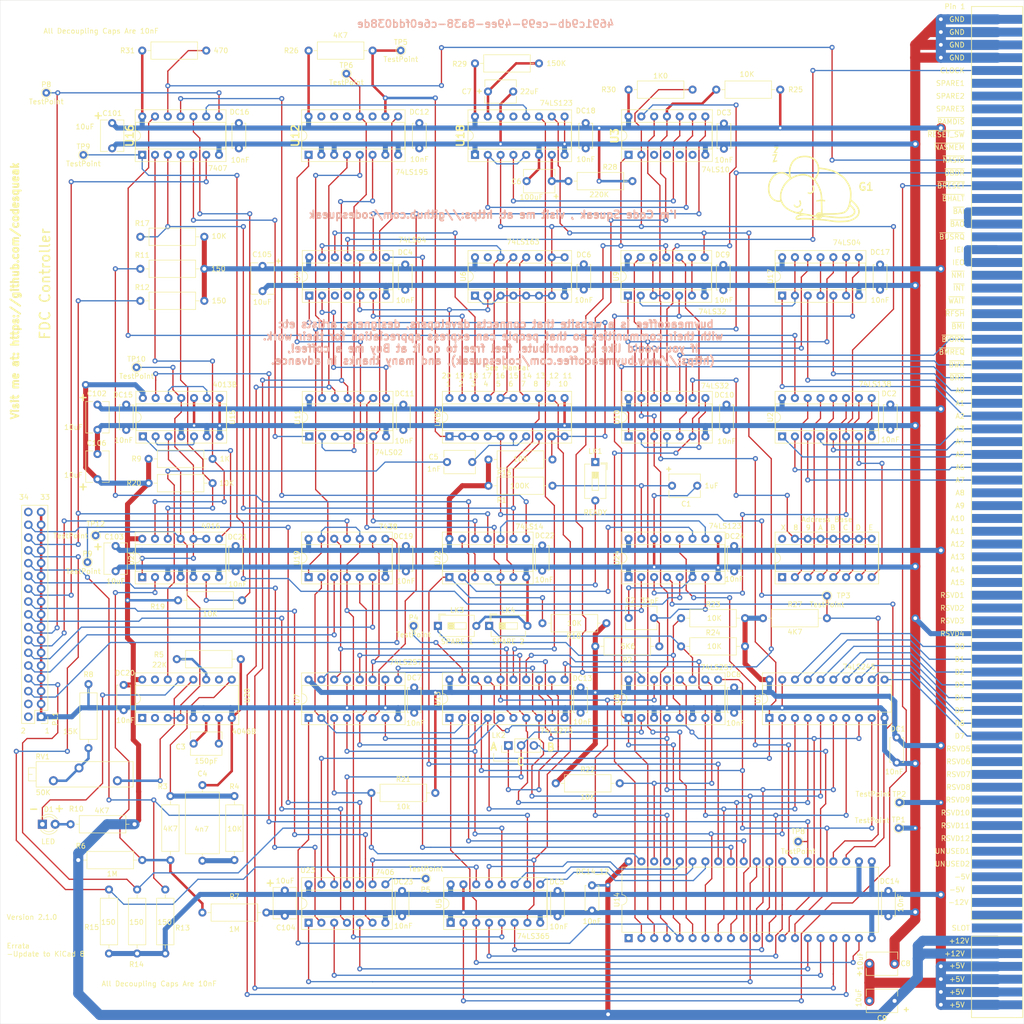
<source format=kicad_pcb>
(kicad_pcb (version 20240108) (generator "pcbnew") (generator_version "8.0")
  (title_block (title "Nascom FDC ") (date "2025-02-09") (rev "2.1.0") (comment 1 "Update to KiCad 8"))
  (layers (0 "F.Cu" signal) (31 "B.Cu" signal) (34 "B.Paste" user) (35 "F.Paste" user) (36 "B.SilkS" user "B.Silkscreen") (37 "F.SilkS" user "F.Silkscreen") (38 "B.Mask" user) (39 "F.Mask" user) (44 "Edge.Cuts" user))
  (net 0 "")
  (net 1 "Net-(U24A-RCext)")
  (net 2 "GND")
  (net 3 "Net-(U24B-RCext)")
  (net 4 "+12V")
  (net 5 "Net-(U20-C1)")
  (net 6 "Net-(U20-C2)")
  (net 7 "Net-(U20-SigIn)")
  (net 8 "VCC")
  (net 9 "Net-(U18B-RCext)")
  (net 10 "Net-(U18A-RCext)")
  (net 11 "Net-(C4-Pad1)")
  (net 12 "Net-(D1-K)")
  (net 13 "C5")
  (net 14 "Net-(D1-A)")
  (net 17 "A7")
  (net 18 "A6")
  (net 19 "A5")
  (net 20 "A4")
  (net 21 "A3")
  (net 22 "A2")
  (net 23 "A1")
  (net 24 "A0")
  (net 30 "Net-(J1-Pin_16)")
  (net 32 "Net-(J1-Pin_19)")
  (net 36 "CLOCK")
  (net 44 "D7")
  (net 45 "D6")
  (net 46 "D5")
  (net 47 "D4")
  (net 48 "D3")
  (net 49 "D2")
  (net 50 "D1")
  (net 51 "D0")
  (net 58 "~{DBDR}")
  (net 63 "~{BIORQ}")
  (net 66 "~{BRESET}")
  (net 67 "~{BWR}")
  (net 68 "~{NASIO}")
  (net 71 "~{BRD}")
  (net 78 "IC3_11")
  (net 79 "IC23_11")
  (net 80 "IC8_2")
  (net 81 "1793_READ_GATE")
  (net 84 "IC12_10")
  (net 85 "1793_CLK")
  (net 86 "IC22_9")
  (net 87 "ENABLE_PRECOMP")
  (net 88 "TG43")
  (net 89 "LKB_2_13")
  (net 90 "Net-(LK1-B)")
  (net 91 "Net-(LK3-A)")
  (net 92 "Net-(LK4-A)")
  (net 93 "Net-(LKB2-Pin_14)")
  (net 94 "Net-(LKB2-Pin_15)")
  (net 95 "Net-(LKB2-Pin_17)")
  (net 96 "Net-(LKB2-Pin_18)")
  (net 97 "Net-(P5-Pad1)")
  (net 98 "PL1_16_MOTOR_ON")
  (net 99 "PL1_32_SIDE_SELECT")
  (net 100 "Net-(LKB2-Pin_19)")
  (net 101 "Net-(LKB2-Pin_20)")
  (net 102 "PL1_6_DS3")
  (net 103 "PL1_8_INDEX")
  (net 104 "PL1_10_DS0")
  (net 105 "PL1_12_DS1")
  (net 106 "PL1_14_DS2")
  (net 107 "PL1_18_DIR")
  (net 108 "PL1_20_STEP")
  (net 109 "PL1_22_WRITE_DATA")
  (net 110 "PL1_24_WRITE_GATE")
  (net 111 "PL1_26_TRK_00")
  (net 112 "PL1_28_WP")
  (net 113 "PL1_30_READ_DATA")
  (net 114 "Net-(U13-Q7)")
  (net 115 "Net-(R3-Pad1)")
  (net 118 "Net-(R8-Pad1)")
  (net 120 "Net-(R9-Pad2)")
  (net 121 "Net-(R11-Pad1)")
  (net 122 "1793_WRITE_FAULT")
  (net 123 "Net-(R19-Pad2)")
  (net 124 "Net-(R20-Pad2)")
  (net 125 "1793_INTRQ")
  (net 126 "1793_DRQ")
  (net 127 "IC3_2_IC24_3")
  (net 129 "Net-(U20-VCOin)")
  (net 130 "Net-(U20-R1)")
  (net 131 "Net-(U20-R2)")
  (net 132 "Net-(U2-O1)")
  (net 133 "Net-(U2-O2)")
  (net 134 "Net-(U2-O3)")
  (net 135 "Net-(U2-O4)")
  (net 136 "Net-(SW1-Pad10)")
  (net 138 "Net-(U2-O5)")
  (net 139 "1793_READ_CLOCK")
  (net 140 "Net-(U2-O6)")
  (net 141 "Net-(U2-O7)")
  (net 142 "IC1_1")
  (net 143 "DAL_0")
  (net 144 "DAL_1")
  (net 145 "DAL_2")
  (net 146 "DAL_3")
  (net 147 "DAL_4")
  (net 148 "DAL_5")
  (net 149 "DAL_6")
  (net 150 "DAL_7")
  (net 151 "Net-(U12-Q3)")
  (net 152 "IC7_15")
  (net 157 "Net-(U24B-Q)")
  (net 158 "Net-(U15B-C)")
  (net 159 "Net-(U15A-C)")
  (net 160 "Net-(U10-Pad11)")
  (net 161 "Net-(U11-Pad8)")
  (net 164 "1793_READY")
  (net 165 "1793_MR")
  (net 166 "1793_HEAD_LOAD")
  (net 167 "HEAD_LOAD")
  (net 168 "1793_TG43")
  (net 169 "1793_TRACK_00")
  (net 170 "1793_IP")
  (net 171 "1793_WPRT")
  (net 172 "Net-(U2-O0)")
  (net 173 "Net-(U7-I1b)")
  (net 174 "1793_A0_IC7_1")
  (net 175 "DS0")
  (net 176 "DS1")
  (net 177 "DS3")
  (net 178 "DS2")
  (net 179 "1793_DDEN_IC22_5")
  (net 180 "1793_A1")
  (net 181 "Net-(U17-Pad13)")
  (net 182 "Net-(U9-Pad12)")
  (net 183 "Net-(U9-Pad6)")
  (net 184 "IC18_10")
  (net 185 "1793_WE")
  (net 186 "1793_RE")
  (net 187 "Net-(U10-Pad2)")
  (net 188 "1793_CS")
  (net 189 "Net-(U11-Pad1)")
  (net 190 "Net-(U11-Pad3)")
  (net 191 "Net-(U18A-B)")
  (net 192 "Net-(U18A-~{Q})")
  (net 193 "1793_EARLY")
  (net 194 "1793_LATE")
  (net 197 "Net-(U12-~{MR})")
  (net 198 "Net-(U12-~{PE})")
  (net 199 "Net-(U12-P1)")
  (net 201 "1793_STEP")
  (net 202 "1793_DIRECTION")
  (net 203 "1793_HL_TIMING")
  (net 204 "1793_RAW_DATA")
  (net 205 "1793_WRITE_GATE")
  (net 206 "1793_WRITE_DATA")
  (net 210 "IC16_9")
  (net 211 "Net-(U16-Pad11)")
  (net 212 "Net-(U17-Pad11)")
  (net 213 "Net-(U17-Pad6)")
  (net 214 "Net-(U13-Q5)")
  (net 216 "Net-(U15A-Q)")
  (net 217 "Net-(U15A-D)")
  (net 218 "Net-(U15B-D)")
  (net 224 "Net-(U24B-Clr)")
  (net 225 "Net-(U24B-B)")
  (footprint "80bus:80BusEdgeConnector" (layer "F.Cu") (at 288.788 142.893)
    (property "Reference" "J1" (hide yes))
    (property "Value" "Conn_01x80NasBus" (hide yes))
  )
  (footprint "Resistor_THT:R_Axial_DIN0309_L9.0mm_D3.2mm_P12.70mm_Horizontal" (layer "F.Cu") (at 132.715 76.835 180)
    (property "Reference" "R17")
    (property "Value" "10K")
  )
  (footprint "Capacitor_THT:C_Disc_D4.7mm_W2.5mm_P5.00mm" (layer "F.Cu") (at 237.871 138.216 -90)
    (property "Reference" "DC24")
    (property "Value" "10nF")
  )
  (footprint "Capacitor_THT:C_Disc_D6.0mm_W4.4mm_P5.00mm" (layer "F.Cu") (at 269.708 228.473 180)
    (property "Reference" "C9")
    (property "Value" "10uF")
  )
  (footprint "Package_DIP:DIP-20_W7.62mm_Socket" (layer "F.Cu") (at 181.361 172.329 90)
    (property "Reference" "U13")
    (property "Value" "74LS273")
  )
  (footprint "Button_Switch_THT:SW_DIP_SPSTx01_Slide_6.7x4.1mm_W7.62mm_P2.54mm_LowProfile" (layer "F.Cu") (at 189.24 154.051)
    (property "Reference" "LK4")
    (property "Value" "SPARE 2")
  )
  (footprint "80bus:sleepymouse_small" (layer "F.Cu") (at 253.1618 67.0052)
    (property "Reference" "G1")
    (property "Value" "LOGO" (hide yes))
  )
  (footprint "Button_Switch_THT:SW_DIP_SPSTx01_Slide_6.7x4.1mm_W7.62mm_P2.54mm_LowProfile" (layer "F.Cu") (at 179.08 154.051)
    (property "Reference" "LK3")
    (property "Value" "SPARE 1")
  )
  (footprint "Resistor_THT:R_Axial_DIN0309_L9.0mm_D3.2mm_P12.70mm_Horizontal" (layer "F.Cu") (at 217.678 65.786 180)
    (property "Reference" "R28")
    (property "Value" "220K")
  )
  (footprint "Capacitor_THT:C_Disc_D4.7mm_W2.5mm_P5.00mm" (layer "F.Cu") (at 199.771 138.089 -90)
    (property "Reference" "DC22")
    (property "Value" "10nF")
  )
  (footprint "Capacitor_THT:C_Disc_D4.7mm_W2.5mm_P5.00mm" (layer "F.Cu") (at 172.212 110.149 -90)
    (property "Reference" "DC11")
    (property "Value" "10nF")
  )
  (footprint "Package_DIP:DIP-16_W7.62mm_Socket" (layer "F.Cu") (at 181.6 212.969 90)
    (property "Reference" "U5")
    (property "Value" "74LS365")
  )
  (footprint "Package_DIP:DIP-16_W7.62mm_Socket" (layer "F.Cu") (at 153.406 60.569 90)
    (property "Reference" "U12")
    (property "Value" "74LS195")
  )
  (footprint "Resistor_THT:R_Axial_DIN0309_L9.0mm_D3.2mm_P12.70mm_Horizontal" (layer "F.Cu") (at 127.254 160.655)
    (property "Reference" "R5")
    (property "Value" "22K")
  )
  (footprint "TestPoint:TestPoint_THTPad_D1.5mm_Drill0.7mm" (layer "F.Cu") (at 109.5248 141.4018)
    (property "Reference" "P9")
    (property "Value" "TestPoint")
  )
  (footprint "Package_DIP:DIP-16_W7.62mm_Socket" (layer "F.Cu") (at 186.436 88.519 90)
    (property "Reference" "U6")
    (property "Value" "74LS163")
  )
  (footprint "Package_DIP:DIP-14_W7.62mm_Socket" (layer "F.Cu") (at 153.543 116.459 90)
    (property "Reference" "U11")
    (property "Value" "74LS02")
  )
  (footprint "Resistor_THT:R_Axial_DIN0309_L9.0mm_D3.2mm_P12.70mm_Horizontal" (layer "F.Cu") (at 201.803 121.031 180)
    (property "Reference" "R16")
    (property "Value" "10K")
  )
  (footprint "Capacitor_THT:C_Disc_D4.7mm_W2.5mm_P5.00mm" (layer "F.Cu") (at 266.827 82.336 -90)
    (property "Reference" "DC17")
    (property "Value" "10nF")
  )
  (footprint "Capacitor_THT:C_Disc_D4.7mm_W2.5mm_P5.00mm" (layer "F.Cu") (at 207.391 166.283 -90)
    (property "Reference" "DC13")
    (property "Value" "10nF")
  )
  (footprint "Capacitor_THT:C_Disc_D6.0mm_W4.4mm_P5.00mm" (layer "F.Cu") (at 201.676 65.786 180)
    (property "Reference" "C6")
    (property "Value" "100uF")
  )
  (footprint "Capacitor_THT:C_Disc_D6.0mm_W4.4mm_P5.00mm" (layer "F.Cu") (at 111.506 124.9426 90)
    (property "Reference" "C106")
    (property "Value" "10uF")
  )
  (footprint "Resistor_THT:R_Axial_DIN0309_L9.0mm_D3.2mm_P12.70mm_Horizontal" (layer "F.Cu") (at 153.416 39.878)
    (property "Reference" "R26")
    (property "Value" "4K7")
  )
  (footprint "Capacitor_THT:C_Disc_D6.0mm_W4.4mm_P5.00mm" (layer "F.Cu") (at 148.6916 206.5782 -90)
    (property "Reference" "C104")
    (property "Value" "10uF")
  )
  (footprint "Resistor_THT:R_Axial_DIN0309_L9.0mm_D3.2mm_P12.70mm_Horizontal" (layer "F.Cu") (at 119.38 206.375 -90)
    (property "Reference" "R14")
    (property "Value" "150")
  )
  (footprint "Package_DIP:DIP-14_W7.62mm_Socket" (layer "F.Cu") (at 181.351 144.389 90)
    (property "Reference" "U22")
    (property "Value" "74LS14")
  )
  (footprint "TestPoint:TestPoint_THTPad_D1.5mm_Drill0.7mm" (layer "F.Cu") (at 108.712 60.579)
    (property "Reference" "TP9")
    (property "Value" "TestPoint")
  )
  (footprint "Package_DIP:DIP-14_W7.62mm_Socket" (layer "F.Cu") (at 153.543 88.509 90)
    (property "Reference" "U4")
    (property "Value" "74LS04")
  )
  (footprint "Capacitor_THT:C_Disc_D6.0mm_W4.4mm_P5.00mm" (layer "F.Cu") (at 115.1128 138.2014 -90)
    (property "Reference" "C103")
    (property "Value" "10uF")
  )
  (footprint "Capacitor_THT:C_Disc_D6.0mm_W4.4mm_P5.00mm" (layer "F.Cu") (at 225.5412 126.238)
    (property "Reference" "C1")
    (property "Value" "1uF")
  )
  (footprint "TestPoint:TestPoint_THTPad_D1.5mm_Drill0.7mm" (layer "F.Cu") (at 171.704 39.8526)
    (property "Reference" "TP5")
    (property "Value" "TestPoint")
  )
  (footprint "Connector_PinHeader_2.54mm:PinHeader_2x17_P2.54mm_Vertical" (layer "F.Cu") (at 100.33 172.085 180)
    (property "Reference" "PL1")
    (property "Value" "Conn_02x17_Odd_Even" (hide yes))
  )
  (footprint "Resistor_THT:R_Axial_DIN0309_L9.0mm_D3.2mm_P12.70mm_Horizontal" (layer "F.Cu") (at 202.4634 185.293)
    (property "Reference" "R22")
    (property "Value" "10K")
  )
  (footprint "Capacitor_THT:C_Disc_D6.0mm_W4.4mm_P5.00mm" (layer "F.Cu") (at 130.596 177.419)
    (property "Reference" "C3")
    (property "Value" "150pF")
  )
  (footprint "Resistor_THT:R_Axial_DIN0309_L9.0mm_D3.2mm_P12.70mm_Horizontal" (layer "F.Cu") (at 120.015 83.185)
    (property "Reference" "R11")
    (property "Value" "150")
  )
  (footprint "Capacitor_THT:C_Disc_D4.7mm_W2.5mm_P5.00mm" (layer "F.Cu") (at 208.407 54.269 -90)
    (property "Reference" "DC18")
    (property "Value" "10nF")
  )
  (footprint "Resistor_THT:R_Axial_DIN0309_L9.0mm_D3.2mm_P12.70mm_Horizontal" (layer "F.Cu") (at 243.586 152.527)
    (property "Reference" "R27")
    (property "Value" "4K7")
  )
  (footprint "TestPoint:TestPoint_THTPad_D1.5mm_Drill0.7mm" (layer "F.Cu") (at 270.637 189.103)
    (property "Reference" "TP2")
    (property "Value" "TestPoint")
  )
  (footprint "Resistor_THT:R_Axial_DIN0309_L9.0mm_D3.2mm_P12.70mm_Horizontal" (layer "F.Cu") (at 186.436 42.418)
    (property "Reference" "R29")
    (property "Value" "150K")
  )
  (footprint "Resistor_THT:R_Axial_DIN0309_L9.0mm_D3.2mm_P12.70mm_Horizontal" (layer "F.Cu") (at 125.984 200.533 90)
    (property "Reference" "R3")
    (property "Value" "4K7")
  )
  (footprint "Package_DIP:DIP-16_W7.62mm_Socket" (layer "F.Cu") (at 247.386 144.389 90)
    (property "Reference" "SW1" (hide yes))
    (property "Value" "SW_DIP_x08" (hide yes))
  )
  (footprint "Package_DIP:DIP-14_W7.62mm_Socket" (layer "F.Cu") (at 247.391 88.509 90)
    (property "Reference" "U17")
    (property "Value" "74LS04")
  )
  (footprint "Resistor_THT:R_Axial_DIN0309_L9.0mm_D3.2mm_P12.70mm_Horizontal" (layer "F.Cu") (at 223.012 158.115 180)
    (property "Reference" "R2")
    (property "Value" "5K6")
  )
  (footprint "Capacitor_THT:C_Disc_D4.7mm_W2.5mm_P5.00mm" (layer "F.Cu") (at 208.026 82.296 -90)
    (property "Reference" "DC6")
    (property "Value" "10nF")
  )
  (footprint "Capacitor_THT:C_Disc_D4.7mm_W2.5mm_P5.00mm" (layer "F.Cu") (at 235.712 82.423 -90)
    (property "Reference" "DC9")
    (property "Value" "10nF")
  )
  (footprint "Resistor_THT:R_Axial_DIN0309_L9.0mm_D3.2mm_P12.70mm_Horizontal" (layer "F.Cu") (at 109.728 178.308 90)
    (property "Reference" "R8")
    (property "Value" "15K")
  )
  (footprint "Capacitor_THT:C_Disc_D4.7mm_W2.5mm_P5.00mm" (layer "F.Cu") (at 236.347 110.149 -90)
    (property "Reference" "DC10")
    (property "Value" "10nF")
  )
  (footprint "TestPoint:TestPoint_THTPad_D1.5mm_Drill0.7mm" (layer "F.Cu") (at 256.286 148.082)
    (property "Reference" "TP3")
    (property "Value" "TestPoint")
  )
  (footprint "Capacitor_THT:C_Disc_D4.7mm_W2.5mm_P5.00mm" (layer "F.Cu") (at 237.871 166.283 -90)
    (property "Reference" "DC8")
    (property "Value" "10nF")
  )
  (footprint "Resistor_THT:R_Axial_DIN0309_L9.0mm_D3.2mm_P12.70mm_Horizontal" (layer "F.Cu") (at 234.315 47.625)
    (property "Reference" "R25")
    (property "Value" "10K")
  )
  (footprint "Resistor_THT:R_Axial_DIN0309_L9.0mm_D3.2mm_P12.70mm_Horizontal" (layer "F.Cu") (at 199.8218 153.5176)
    (property "Reference" "R18")
    (property "Value" "10K")
  )
  (footprint "Capacitor_THT:C_Disc_D4.7mm_W2.5mm_P5.00mm" (layer "F.Cu") (at 174.371 166.283 -90)
    (property "Reference" "DC7")
    (property "Value" "10nF")
  )
  (footprint "Capacitor_THT:C_Disc_D4.7mm_W2.5mm_P5.00mm" (layer "F.Cu") (at 268.478 206.669 -90)
    (property "Reference" "DC14")
    (property "Value" "10nF")
  )
  (footprint "Capacitor_THT:C_Disc_D4.7mm_W2.5mm_P5.00mm" (layer "F.Cu") (at 138.938 138.216 -90)
    (property "Reference" "DC21")
    (property "Value" "10nF")
  )
  (footprint "Potentiometer_THT:Potentiometer_Vishay_43_Horizontal" (layer "F.Cu") (at 115.4684 184.785)
    (property "Reference" "RV1")
    (property "Value" "50K")
  )
  (footprint "Package_DIP:DIP-20_W7.62mm_Socket" (layer "F.Cu") (at 181.356 116.449 90)
    (property "Reference" "LKB2")
    (property "Value" "Conn_02x10_Counter_Clockwise" (hide yes))
  )
  (footprint "Capacitor_THT:C_Disc_D4.7mm_W2.5mm_P5.00mm" (layer "F.Cu") (at 235.839 54.356 -90)
    (property "Reference" "DC3")
    (property "Value" "10nF")
  )
  (footprint "Package_DIP:DIP-40_W15.24mm" (layer "F.Cu") (at 216.921 216.027 90)
    (property "Reference" "U14")
    (property "Value" "WD1793")
  )
  (footprint "Resistor_THT:R_Axial_DIN0309_L9.0mm_D3.2mm_P12.70mm_Horizontal" (layer "F.Cu") (at 107.696 200.533)
    (property "Reference" "R6")
    (property "Value" "1M")
  )
  (footprint "TestPoint:TestPoint_THTPad_D1.5mm_Drill0.7mm" (layer "F.Cu") (at 250.571 196.85)
    (property "Reference" "TP8")
    (property "Value" "TestPoint")
  )
  (footprint "Package_DIP:DIP-20_W7.62mm_Socket" (layer "F.Cu") (at 244.861 172.329 90)
    (property "Reference" "U1")
    (property "Value" "74LS245")
  )
  (footprint "Capacitor_THT:C_Disc_D4.7mm_W2.5mm_P5.00mm" (layer "F.Cu") (at 270.129 176.189 -90)
    (property "Reference" "DC1")
    (property "Value" "10nF")
  )
  (footprint "Package_DIP:DIP-16_W7.62mm_Socket" (layer "F.Cu") (at 247.386 116.459 90)
    (property "Reference" "U2")
    (property "Value" "74LS138")
  )
  (footprint "Resistor_THT:R_Axial_DIN0309_L9.0mm_D3.2mm_P12.70mm_Horizontal" (layer "F.Cu") (at 127.508 148.971)
    (property "Reference" "R19")
    (property "Value" "10K")
  )
  (footprint "Capacitor_THT:C_Disc_D4.7mm_W2.5mm_P5.00mm" (layer "F.Cu") (at 171.958 206.669 -90)
    (property "Reference" "DC23")
    (property "Value" "10nF")
  )
  (footprint "Package_DIP:DIP-16_W7.62mm_Socket" (layer "F.Cu") (at 153.406 172.329 90)
    (property "Reference" "U7")
    (property "Value" "74LS257")
  )
  (footprint "TestPoint:TestPoint_THTPad_D1.5mm_Drill0.7mm" (layer "F.Cu") (at 119.253 102.743)
    (property "Reference" "TP10")
    (property "Value" "TestPoint")
  )
  (footprint "Package_DIP:DIP-14_W7.62mm_Socket" (layer "F.Cu") (at 120.391 60.569 90)
    (property "Reference" "U16")
    (property "Value" "7407")
  )
  (footprint "Package_DIP:DIP-14_W7.62mm_Socket" (layer "F.Cu") (at 153.411 144.389 90)
    (property "Reference" "U19")
    (property "Value" "7438")
  )
  (footprint "Package_DIP:DIP-16_W7.62mm_Socket" (layer "F.Cu") (at 216.906 172.329 90)
    (property "Reference" "U8")
    (property "Value" "74LS257")
  )
  (footprint "Resistor_THT:R_Axial_DIN0309_L9.0mm_D3.2mm_P12.70mm_Horizontal" (layer "F.Cu") (at 121.666 120.904)
    (property "Reference" "R9")
    (property "Value" "1K")
  )
  (footprint "Resistor_THT:R_Axial_DIN0309_L9.0mm_D3.2mm_P12.70mm_Horizontal" (layer "F.Cu") (at 138.684 187.833 -90)
    (property "Reference" "R4")
    (property "Value" "10K")
  )
  (footprint "Capacitor_THT:C_Disc_D6.0mm_W4.4mm_P5.00mm" (layer "F.Cu") (at 144.272 82.6154 -90)
    (property "Reference" "C105")
    (property "Value" "10uF")
  )
  (footprint "Resistor_THT:R_Axial_DIN0309_L9.0mm_D3.2mm_P12.70mm_Horizontal" (layer "F.Cu") (at 121.666 125.73)
    (property "Reference" "R20")
    (property "Value" "10K")
  )
  (footprint "Capacitor_THT:C_Disc_D4.7mm_W2.5mm_P5.00mm" (layer "F.Cu") (at 116.713 170.775 90)
    (property "Reference" "DC20")
    (property "Value" "10nF")
  )
  (footprint "Resistor_THT:R_Axial_DIN0309_L9.0mm_D3.2mm_P12.70mm_Horizontal" (layer "F.Cu") (at 124.968 206.375 -90)
    (property "Reference" "R13")
    (property "Value" "150")
  )
  (footprint "Button_Switch_THT:SW_DIP_SPSTx01_Slide_6.7x4.1mm_W7.62mm_P2.54mm_LowProfile" (layer "F.Cu") (at 210.312 121.539 -90)
    (property "Reference" "LK1")
    (property "Value" "READY")
  )
  (footprint "Package_DIP:DIP-14_W7.62mm_Socket" (layer "F.Cu") (at 216.916 116.449 90)
    (property "Reference" "U10")
    (property "Value" "74LS32")
  )
  (footprint "Package_DIP:DIP-14_W7.62mm_Socket" (layer "F.Cu") (at 216.789 88.509 90)
    (property "Reference" "U9")
    (property "Value" "74LS32")
  )
  (footprint "Capacitor_THT:C_Disc_D4.7mm_W2.5mm_P5.00mm" (layer "F.Cu") (at 175.387 54.269 -90)
    (property "Reference" "DC12")
    (property "Value" "10nF")
  )
  (footprint "Capacitor_THT:C_Disc_D4.7mm_W2.5mm_P5.00mm" (layer "F.Cu") (at 172.593 82.336 -90)
    (property "Reference" "DC4")
    (property "Value" "10nF")
  )
  (footprint "Package_DIP:DIP-14_W7.62mm_Socket" (layer "F.Cu") (at 153.411 212.969 90)
    (property "Reference" "U23")
    (property "Value" "7406")
  )
  (footprint "Capacitor_THT:C_Axial_L12.0mm_D6.5mm_P15.00mm_Horizontal" (layer "F.Cu") (at 132.334 200.66 90)
    (property "Reference" "C4")
    (property "Value" "4n7")
  )
  (footprint "Resistor_THT:R_Axial_DIN0309_L9.0mm_D3.2mm_P12.70mm_Horizontal" (layer "F.Cu") (at 165.862 187.198)
    (property "Reference" "R21")
    (property "Value" "10k")
  )
  (footprint "Resistor_THT:R_Axial_DIN0309_L9.0mm_D3.2mm_P12.70mm_Horizontal" (layer "F.Cu") (at 229.616 47.625 180)
    (property "Reference" "R30")
    (property "Value" "1K0")
  )
  (footprint "Capacitor_THT:C_Disc_D6.0mm_W4.4mm_P5.00mm" (layer "F.Cu") (at 189.016 48.006)
    (property "Reference" "C7")
    (property "Value" "22uF")
  )
  (footprint "Resistor_THT:R_Axial_DIN0309_L9.0mm_D3.2mm_P12.70mm_Horizontal" (layer "F.Cu") (at 133.096 39.878 180)
    (property "Reference" "R31")
    (property "Value" "470")
  )
  (footprint "Capacitor_THT:C_Disc_D4.7mm_W2.5mm_P5.00mm" (layer "F.Cu") (at 117.221 110.149 -90)
    (property "Reference" "DC15")
    (property "Value" "10nF")
  )
  (footprint "Capacitor_THT:C_Disc_D6.0mm_W4.4mm_P5.00mm" (layer "F.Cu") (at 180.888 121.539)
    (property "Reference" "C5")
    (property "Value" "1nF")
  )
  (footprint "Package_DIP:DIP-16_W7.62mm_Socket" (layer "F.Cu") (at 216.906 144.389 90)
    (property "Reference" "U24")
    (property "Value" "74LS123")
  )
  (footprint "Capacitor_THT:C_Disc_D4.7mm_W2.5mm_P5.00mm" (layer "F.Cu") (at 172.72 138.216 -90)
    (property "Reference" "DC19")
    (property "Value" "10nF")
  )
  (footprint "Capacitor_THT:C_Disc_D4.7mm_W2.5mm_P5.00mm" (layer "F.Cu") (at 202.819 206.669 -90)
    (property "Reference" "DC5")
    (property "Value" "10nF")
  )
  (footprint "TestPoint:TestPoint_THTPad_D1.5mm_Drill0.7mm" (layer "F.Cu") (at 160.909 44.45)
    (property "Reference" "TP6")
    (property "Value" "TestPoint")
  )
  (footprint "TestPoint:TestPoint_THTPad_D1.5mm_Drill0.7mm" (layer "F.Cu") (at 111.1504 136.1186)
    (property "Reference" "TP12")
    (property "Value" "TestPoint")
  )
  (footprint "Resistor_THT:R_Axial_DIN0309_L9.0mm_D3.2mm_P12.70mm_Horizontal" (layer "F.Cu") (at 113.792 206.375 -90)
    (property "Reference" "R15")
    (property "Value" "150")
  )
  (footprint "Package_DIP:DIP-14_W7.62mm_Socket" (layer "F.Cu") (at 120.518 116.449 90)
    (property "Reference" "U15")
    (property "Value" "4013B")
  )
  (footprint "Package_DIP:DIP-16_W7.62mm_Socket" (layer "F.Cu") (at 186.436 60.579 90)
    (property "Reference" "U18")
    (property "Value" "74LS123")
  )
  (footprint "TestPoint:TestPoint_THTPad_D1.5mm_Drill0.7mm" (layer "F.Cu") (at 270.51 194.183)
    (property "Reference" "TP1")
    (property "Value" "TestPoint")
  )
  (footprint "Resistor_THT:R_Axial_DIN0309_L9.0mm_D3.2mm_P12.70mm_Horizontal" (layer "F.Cu") (at 118.872 193.421 180)
    (property "Reference" "R10")
    (property "Value" "4K7")
  )
  (footprint "Capacitor_THT:C_Disc_D4.7mm_W2.5mm_P5.00mm" (layer "F.Cu") (at 139.573 54.269 -90)
    (property "Reference" "DC16")
    (property "Value" "10nF")
  )
  (footprint "Capacitor_THT:C_Disc_D4.7mm_W2.5mm_P5.00mm" (layer "F.Cu") (at 209.6516 210.5406 90)
    (property "Reference" "DC14_12")
    (property "Value" "10nF")
  )
  (footprint "Package_DIP:DIP-14_W7.62mm_Socket" (layer "F.Cu") (at 216.911 60.569 90)
    (property "Reference" "U3")
    (property "Value" "74LS10")
  )
  (footprint "Capacitor_THT:C_Disc_D6.0mm_W4.4mm_P5.00mm" (layer "F.Cu") (at 111.506 110.149 -90)
    (property "Reference" "C102")
    (property "Value" "10uF")
  )
  (footprint "Package_DIP:DIP-16_W7.62mm_Socket" (layer "F.Cu") (at 120.386 172.329 90)
    (property "Reference" "U20")
    (property "Value" "4046B")
  )
  (footprint "Resistor_THT:R_Axial_DIN0309_L9.0mm_D3.2mm_P12.70mm_Horizontal" (layer "F.Cu") (at 120.015 89.535)
    (property "Reference" "R12")
    (property "Value" "150")
  )
  (footprint "TestPoint:TestPoint_THTPad_D1.5mm_Drill0.7mm" (layer "F.Cu") (at 176.657 204.216)
    (property "Reference" "P5")
    (property "Value" "TestPoint")
  )
  (footprint "TestPoint:TestPoint_THTPad_D1.5mm_Drill0.7mm" (layer "F.Cu") (at 174.244 154.051)
    (property "Reference" "P4")
    (property "Value" "TestPoint")
  )
  (footprint "Capacitor_THT:C_Disc_D6.0mm_W4.4mm_P5.00mm" (layer "F.Cu") (at 114.427 54.269 -90)
    (property "Reference" "C101")
    (property "Value" "10uF")
  )
  (footprint "Resistor_THT:R_Axial_DIN0309_L9.0mm_D3.2mm_P12.70mm_Horizontal" (layer "F.Cu") (at 227.33 152.527)
    (property "Reference" "R23")
    (property "Value" "10K")
  )
  (footprint "Package_DIP:DIP-14_W7.62mm_Socket" (layer "F.Cu") (at 120.391 144.389 90)
    (property "Reference" "U21")
    (property "Value" "4016")
  )
  (footprint "Resistor_THT:R_Axial_DIN0309_L9.0mm_D3.2mm_P12.70mm_Horizontal" (layer "F.Cu") (at 201.803 126.238 180)
    (property "Reference" "R1")
    (property "Value" "100K")
  )
  (footprint "Capacitor_THT:C_Disc_D4.7mm_W2.5mm_P5.00mm" (layer "F.Cu") (at 268.859 110.109 -90)
    (property "Reference" "DC2")
    (property "Value" "10nF")
  )
  (footprint "Capacitor_THT:C_Disc_D6.0mm_W4.4mm_P5.00mm" (layer "F.Cu") (at 221.9452 152.4762 180)
    (property "Reference" "C2")
    (property "Value" "33pF")
  )
  (footprint "LED_THT:LED_D3.0mm" (layer "F.Cu") (at 100.579 193.421)
    (property "Reference" "D1")
    (property "Value" "LED")
  )
  (footprint "Resistor_THT:R_Axial_DIN0309_L9.0mm_D3.2mm_P12.70mm_Horizontal" (layer "F.Cu") (at 132.334 210.947)
    (property "Reference" "R7")
    (property "Value" "1M")
  )
  (footprint "Resistor_THT:R_Axial_DIN0309_L9.0mm_D3.2mm_P12.70mm_Horizontal" (layer "F.Cu") (at 227.33 158.115)
    (property "Reference" "R24")
    (property "Value" "10K")
  )
  (footprint "Capacitor_THT:C_Disc_D6.0mm_W4.4mm_P5.00mm" (layer "F.Cu") (at 264.708 221.107)
    (property "Reference" "C8")
    (property "Value" "10uF")
  )
  (footprint "Connector_PinHeader_2.54mm:PinHeader_1x03_P2.54mm_Vertical" (layer "F.Cu") (at 193.055 177.8 90)
    (property "Reference" "LK2")
    (property "Value" "SW_SPDT" (hide yes))
  )
  (footprint "TestPoint:TestPoint_THTPad_D1.5mm_Drill0.7mm" (layer "F.Cu") (at 101.346 48.26)
    (property "Reference" "P8")
    (property "Value" "TestPoint")
  )
  (gr_line (start 190.1444 179.3494) (end 190.1444 180.8734) (stroke (width 0.12)) (layer "F.SilkS"))
  (gr_line (start 190.1444 180.8734) (end 194.5132 180.8734) (stroke (width 0.12)) (layer "F.SilkS"))
  (gr_line (start 295.392 29.863) (end 295.392 212.997) (stroke (width 0.05)) (layer "Edge.Cuts"))
  (gr_line (start 92.192 29.863) (end 92.192 233.063) (stroke (width 0.05)) (layer "Edge.Cuts"))
  (gr_line (start 295.392 233.063) (end 92.192 233.063) (stroke (width 0.05)) (layer "Edge.Cuts"))
  (gr_line (start 284.978 215.029) (end 295.392 215.029) (stroke (width 0.05)) (layer "Edge.Cuts"))
  (gr_line (start 295.392 215.029) (end 295.392 233.063) (stroke (width 0.05)) (layer "Edge.Cuts"))
  (gr_line (start 284.978 212.997) (end 284.978 215.029) (stroke (width 0.05)) (layer "Edge.Cuts"))
  (gr_line (start 295.392 212.997) (end 284.978 212.997) (stroke (width 0.05)) (layer "Edge.Cuts"))
  (gr_line (start 295.392 29.863) (end 92.192 29.863) (stroke (width 0.05)) (layer "Edge.Cuts"))
  (gr_text "4691c9db-ce99-49ee-8a38-c6e0fdd038de " (at 187.96 34.5694 0) (layer "B.SilkS") (effects (font (size 1.5 1.5) (thickness 0.3)) (justify mirror)))
  (gr_text "\nI'm Code Squeak , visit me at: https://github.com/codesqueak\n\n\n\n\n\n\n\n\nbuymeacoffee is a website that connects developers, designers, artists etc \nwith their communities so that people can express appreciation for their work.\nIf you would like to contribute, feel free to do it at Buy me a coffee!,\n(https://www.buymeacoffee.com/codesqueak), and many thanks in advance.\n\n" (at 189.992 86.9188 0) (layer "B.SilkS") (effects (font (size 1.5 1.5) (thickness 0.375)) (justify mirror)))
  (gr_text "Errata\n-Update to KiCad 8" (at 93.4212 218.3638 0) (layer "F.SilkS") (effects (font (size 1 1)) (justify left)))
  (gr_text "All Decoupling Caps Are 10nF" (at 112.2172 35.9918 0) (layer "F.SilkS") (effects (font (size 1 1))))
  (gr_text "All Decoupling Caps Are 10nF" (at 123.7488 225.0694 0) (layer "F.SilkS") (effects (font (size 1 1))))
  (gr_text "+" (at 147.4216 81.5848 0) (layer "F.SilkS") (effects (font (size 1 1) (thickness 0.25))))
  (gr_text "-" (at 98.8568 190.3222 0) (layer "F.SilkS") (effects (font (size 1.5 1.5) (thickness 0.3))))
  (gr_text "+" (at 202.5396 68.7578 0) (layer "F.SilkS") (effects (font (size 1 1) (thickness 0.25))))
  (gr_text "+" (at 224.8916 122.8852 0) (layer "F.SilkS") (effects (font (size 1 1) (thickness 0.25))))
  (gr_text "Visit me at: https://github.com/codesqueak" (at 95.123 87.5538 90) (layer "F.SilkS") (effects (font (size 1.5 1.5) (thickness 0.375))))
  (gr_text "+" (at 187.2996 47.879 0) (layer "F.SilkS") (effects (font (size 1 1) (thickness 0.25))))
  (gr_text "C" (at 195.4784 181.0258 0) (layer "F.SilkS") (effects (font (size 1.5 1.5) (thickness 0.3))))
  (gr_text "B" (at 201.4728 178.1302 0) (layer "F.SilkS") (effects (font (size 1.5 1.5) (thickness 0.3))))
  (gr_text "A" (at 190.1444 178.0286 0) (layer "F.SilkS") (effects (font (size 1.5 1.5) (thickness 0.3))))
  (gr_text "Version 2.1.0" (at 98.5012 211.8614 0) (layer "F.SilkS") (effects (font (size 1 1))))
  (gr_text "Address Base\nX  8  9  A  B  C  D  E" (at 256.286 133.731 0) (layer "F.SilkS") (effects (font (size 1 1))))
  (gr_text "See Manual\n20 19 18 17 16 15 14 13 12 11\n1  2  3  4  5  6  7  8  9  10" (at 192.786 104.4194 0) (layer "F.SilkS") (effects (font (size 1 1))))
  (gr_text "2     1" (at 99.1616 174.879 0) (layer "F.SilkS") (effects (font (size 1 1))))
  (gr_text "34   33" (at 99.0092 128.4986 0) (layer "F.SilkS") (effects (font (size 1 1))))
  (gr_text "+" (at 272.034 230.124 0) (layer "F.SilkS") (effects (font (size 1 1) (thickness 0.25))))
  (gr_text "+" (at 108.6612 108.6358 0) (layer "F.SilkS") (effects (font (size 1.5 1.5) (thickness 0.3))))
  (gr_text "+" (at 111.6584 52.705 0) (layer "F.SilkS") (effects (font (size 1.5 1.5) (thickness 0.3))))
  (gr_text "+" (at 108.6612 126.365 0) (layer "F.SilkS") (effects (font (size 1.5 1.5) (thickness 0.3))))
  (gr_text "+" (at 111.6076 138.2522 0) (layer "F.SilkS") (effects (font (size 1.5 1.5) (thickness 0.3))))
  (gr_text "+" (at 103.9368 190.2206 0) (layer "F.SilkS") (effects (font (size 1.5 1.5) (thickness 0.3))))
  (gr_text "Pin 1" (at 281.676 31.133 0) (layer "F.SilkS") (effects (font (size 1 1))))
  (gr_text "+" (at 145.796 205.0034 0) (layer "F.SilkS") (effects (font (size 1.5 1.5) (thickness 0.3))))
  (gr_text "FDC Controller" (at 101.092 86.1822 90) (layer "F.SilkS") (effects (font (size 2 2) (thickness 0.3))))
  (gr_text "+" (at 262.763 223.012 0) (layer "F.SilkS") (effects (font (size 1 1) (thickness 0.25))))
  (segment (start 219.456 126.238) (end 219.446 126.248) (width 0.25) (layer "F.Cu") (net 1))
  (segment (start 219.446 126.248) (end 219.446 136.769) (width 0.25) (layer "F.Cu") (net 1))
  (via (at 219.456 126.238) (size 1) (drill 0.5) (layers "F.Cu" "B.Cu") (net 1))
  (segment (start 219.456 126.238) (end 219.4814 126.2634) (width 0.25) (layer "B.Cu") (net 1))
  (segment (start 219.456 126.238) (end 225.5412 126.238) (width 0.25) (layer "B.Cu") (net 1))
  (segment (start 219.583 126.238) (end 201.803 126.238) (width 0.25) (layer "B.Cu") (net 1))
  (segment (start 135.758 114.295) (end 135.758 108.829) (width 0.5) (layer "F.Cu") (net 2))
  (segment (start 276.352 36.195) (end 273.812 38.735) (width 2) (layer "F.Cu") (net 2))
  (segment (start 168.646 164.709) (end 168.646 170.297) (width 0.25) (layer "F.Cu") (net 2))
  (segment (start 161.036 170.307) (end 161.026 170.297) (width 0.25) (layer "F.Cu") (net 2))
  (segment (start 273.812 114.3) (end 273.812 142.24) (width 2) (layer "F.Cu") (net 2))
  (segment (start 278.892 33.655) (end 276.352 36.195) (width 2) (layer "F.Cu") (net 2))
  (segment (start 139.954 170.541) (end 138.166 172.329) (width 0.5) (layer "F.Cu") (net 2))
  (segment (start 139.954 160.655) (end 139.954 170.541) (width 0.5) (layer "F.Cu") (net 2))
  (segment (start 221.986 136.769) (end 221.986 142.357) (width 0.5) (layer "F.Cu") (net 2))
  (segment (start 273.812 181.356) (end 273.812 152.527) (width 2) (layer "F.Cu") (net 2))
  (segment (start 216.9414 146.5072) (end 216.9452 146.511) (width 0.25) (layer "F.Cu") (net 2))
  (segment (start 138.166 182.863) (end 135.362 185.667) (width 0.5) (layer "F.Cu") (net 2))
  (segment (start 196.86 144.658) (end 196.591 144.389) (width 0.5) (layer "F.Cu") (net 2))
  (segment (start 191.516 50.506) (end 191.516 52.959) (width 0.5) (layer "F.Cu") (net 2))
  (segment (start 224.526 170.297) (end 224.536 170.307) (width 0.25) (layer "F.Cu") (net 2))
  (segment (start 111.506 115.149) (end 111.506 119.9426) (width 1) (layer "F.Cu") (net 2))
  (segment (start 273.812 210.8454) (end 273.812 194.183) (width 2) (layer "F.Cu") (net 2))
  (segment (start 184.14 205.349) (end 184.14 210.937) (width 0.5) (layer "F.Cu") (net 2))
  (segment (start 273.812 41.275) (end 278.892 41.275) (width 2) (layer "F.Cu") (net 2))
  (segment (start 135.763 114.3) (end 135.758 114.295) (width 0.5) (layer "F.Cu") (net 2))
  (segment (start 216.9452 146.511) (end 216.9452 152.4762) (width 0.25) (layer "F.Cu") (net 2))
  (segment (start 269.708 216.4226) (end 269.708 221.107) (width 2) (layer "F.Cu") (net 2))
  (segment (start 273.812 181.356) (end 273.812 194.183) (width 2) (layer "F.Cu") (net 2))
  (segment (start 100.33 131.445) (end 100.33 172.085) (width 0.5) (layer "F.Cu") (net 2))
  (segment (start 161.026 170.297) (end 161.026 164.709) (width 0.25) (layer "F.Cu") (net 2))
  (segment (start 273.812 210.8454) (end 273.812 212.3186) (width 2) (layer "F.Cu") (net 2))
  (segment (start 234.686 136.769) (end 234.686 142.484) (width 0.5) (layer "F.Cu") (net 2))
  (segment (start 130.678 114.295) (end 130.678 108.829) (width 0.5) (layer "F.Cu") (net 2))
  (segment (start 221.986 142.357) (end 221.996 142.367) (width 0.25) (layer "F.Cu") (net 2))
  (segment (start 273.812 58.42) (end 273.812 86.487) (width 2) (layer "F.Cu") (net 2))
  (segment (start 221.986 136.769) (end 221.986 128.2038) (width 0.25) (layer "F.Cu") (net 2))
  (segment (start 273.812 212.3186) (end 269.708 216.4226) (width 2) (layer "F.Cu") (net 2))
  (segment (start 273.812 38.735) (end 273.812 41.275) (width 2) (layer "F.Cu") (net 2))
  (segment (start 247.401 164.709) (end 247.401 170.302) (width 0.25) (layer "F.Cu") (net 2))
  (segment (start 191.516 52.959) (end 191.516 58.42) (width 0.5) (layer "F.Cu") (net 2))
  (segment (start 273.812 142.24) (end 273.812 152.527) (width 2) (layer "F.Cu") (net 2))
  (segment (start 204.216 108.829) (end 204.216 114.3) (width 0.5) (layer "F.Cu") (net 2))
  (segment (start 168.646 170.297) (end 168.656 170.307) (width 0.25) (layer "F.Cu") (net 2))
  (segment (start 130.683 114.3) (end 130.678 114.295) (width 0.5) (layer "F.Cu") (net 2))
  (segment (start 273.812 41.275) (end 273.812 58.42) (width 2) (layer "F.Cu") (net 2))
  (segment (start 184.14 210.937) (end 184.15 210.947) (width 0.5) (layer "F.Cu") (net 2))
  (segment (start 224.526 164.709) (end 224.526 170.297) (width 0.25) (layer "F.Cu") (net 2))
  (segment (start 196.86 154.051) (end 196.86 144.658) (width 0.5) (layer "F.Cu") (net 2))
  (segment (start 135.362 185.667) (end 132.334 185.667) (width 0.5) (layer "F.Cu") (net 2))
  (segment (start 273.812 86.487) (end 273.812 114.3) (width 2) (layer "F.Cu") (net 2))
  (segment (start 273.812 38.735) (end 278.892 38.735) (width 2) (layer "F.Cu") (net 2))
  (segment (start 194.016 48.006) (end 191.516 50.506) (width 0.5) (layer "F.Cu") (net 2))
  (segment (start 276.352 36.195) (end 278.892 36.195) (width 2) (layer "F.Cu") (net 2))
  (segment (start 199.136 63.326) (end 196.676 65.786) (width 0.5) (layer "F.Cu") (net 2))
  (segment (start 199.136 60.579) (end 199.136 63.326) (width 0.5) (layer "F.Cu") (net 2))
  (segment (start 247.401 170.302) (end 247.396 170.307) (width 0.25) (layer "F.Cu") (net 2))
  (segment (start 204.216 52.959) (end 204.216 58.42) (width 0.25) (layer "F.Cu") (net 2))
  (segment (start 138.166 172.329) (end 138.166 182.863) (width 0.5) (layer "F.Cu") (net 2))
  (via (at 278.892 41.275) (size 1.5) (drill 0.75) (layers "F.Cu" "B.Cu") (net 2))
  (via (at 224.536 170.307) (size 1) (drill 0.5) (layers "F.Cu" "B.Cu") (net 2))
  (via (at 278.892 33.655) (size 1.5) (drill 0.75) (layers "F.Cu" "B.Cu") (net 2))
  (via (at 234.686 142.484) (size 1) (drill 0.5) (layers "F.Cu" "B.Cu") (net 2))
  (via (at 204.216 58.42) (size 1) (drill 0.5) (layers "F.Cu" "B.Cu") (net 2))
  (via (at 273.812 194.183) (size 1) (drill 0.5) (layers "F.Cu" "B.Cu") (net 2))
  (via (at 191.516 58.42) (size 1) (drill 0.5) (layers "F.Cu" "B.Cu") (net 2))
  (via (at 273.812 58.42) (size 1.5) (drill 0.75) (layers "F.Cu" "B.Cu") (net 2))
  (via (at 204.216 114.3) (size 1) (drill 0.5) (layers "F.Cu" "B.Cu") (net 2))
  (via (at 273.812 86.487) (size 1.5) (drill 0.75) (layers "F.Cu" "B.Cu") (net 2))
  (via (at 221.986 128.2038) (size 1) (drill 0.5) (layers "F.Cu" "B.Cu") (net 2))
  (via (at 221.996 142.367) (size 1) (drill 0.5) (layers "F.Cu" "B.Cu") (net 2))
  (via (at 135.763 114.3) (size 1) (drill 0.5) (layers "F.Cu" "B.Cu") (net 2))
  (via (at 278.892 36.195) (size 1.5) (drill 0.75) (layers "F.Cu" "B.Cu") (net 2))
  (via (at 161.036 170.307) (size 1) (drill 0.5) (layers "F.Cu" "B.Cu") (net 2))
  (via (at 130.683 114.3) (size 1) (drill 0.5) (layers "F.Cu" "B.Cu") (net 2))
  (via (at 273.812 114.3) (size 1.5) (drill 0.75) (layers "F.Cu" "B.Cu") (net 2))
  (via (at 273.812 142.24) (size 1.5) (drill 0.75) (layers "F.Cu" "B.Cu") (net 2))
  (via (at 278.892 38.735) (size 1.5) (drill 0.75) (layers "F.Cu" "B.Cu") (net 2))
  (via (at 184.15 210.947) (size 1) (drill 0.5) (layers "F.Cu" "B.Cu") (net 2))
  (via (at 216.9414 146.5072) (size 1) (drill 0.5) (layers "F.Cu" "B.Cu") (net 2))
  (via (at 168.656 170.307) (size 1) (drill 0.5) (layers "F.Cu" "B.Cu") (net 2))
  (via (at 273.812 210.8454) (size 1.5) (drill 0.75) (layers "F.Cu" "B.Cu") (net 2))
  (via (at 273.812 152.527) (size 1.5) (drill 0.75) (layers "F.Cu" "B.Cu") (net 2))
  (via (at 273.812 181.356) (size 1.5) (drill 0.75) (layers "F.Cu" "B.Cu") (net 2))
  (via (at 247.396 170.307) (size 1) (drill 0.5) (layers "F.Cu" "B.Cu") (net 2))
  (segment (start 158.496 58.42) (end 158.486 58.43) (width 1) (layer "B.Cu") (net 2))
  (segment (start 109.728 165.608) (end 109.728 170.307) (width 0.5) (layer "B.Cu") (net 2))
  (segment (start 128.011 142.372) (end 128.011 144.389) (width 1) (layer "B.Cu") (net 2))
  (segment (start 265.181 211.0028) (end 265.1252 210.947) (width 1) (layer "B.Cu") (net 2))
  (segment (start 273.7104 210.947) (end 265.1252 210.947) (width 1) (layer "B.Cu") (net 2))
  (segment (start 128.138 114.305) (end 115.321 114.305) (width 1) (layer "B.Cu") (net 2))
  (segment (start 273.812 194.183) (end 270.51 194.183) (width 1) (layer "B.Cu") (net 2))
  (segment (start 125.3744 142.367) (end 125.471 142.4636) (width 1) (layer "B.Cu") (net 2))
  (segment (start 128.016 142.367) (end 125.3744 142.367) (width 1) (layer "B.Cu") (net 2))
  (segment (start 171.196 170.307) (end 171.186 170.317) (width 1) (layer "B.Cu") (net 2))
  (segment (start 216.916 142.367) (end 196.342 142.367) (width 1) (layer "B.Cu") (net 2))
  (segment (start 168.656 210.947) (end 145.034 210.947) (width 1) (layer "B.Cu") (net 2))
  (segment (start 199.263 58.42) (end 191.643 58.42) (width 1) (layer "B.Cu") (net 2))
  (segment (start 278.892 41.275) (end 278.91 41.293) (width 2) (layer "B.Cu") (net 2))
  (segment (start 108.204 170.307) (end 106.426 172.085) (width 1) (layer "B.Cu") (net 2))
  (segment (start 130.546 172.329) (end 130.546 170.551) (width 1) (layer "B.Cu") (net 2))
  (segment (start 232.283 58.42) (end 204.216 58.42) (width 1) (layer "B.Cu") (net 2))
  (segment (start 168.656 170.307) (end 161.036 170.307) (width 1) (layer "B.Cu") (net 2))
  (segment (start 273.812 210.8454) (end 273.7104 210.947) (width 1) (layer "B.Cu") (net 2))
  (segment (start 227.4878 146.5072) (end 216.9414 146.5072) (width 0.25) (layer "B.Cu") (net 2))
  (segment (start 204.343 170.307) (end 204.343 172.329) (width 1) (layer "B.Cu") (net 2))
  (segment (start 229.362 142.367) (end 221.996 142.367) (width 1) (layer "B.Cu") (net 2))
  (segment (start 168.646 58.664) (end 168.646 60.569) (width 1) (layer "B.Cu") (net 2))
  (segment (start 204.216 88.519) (end 204.216 86.487) (width 1) (layer "B.Cu") (net 2))
  (segment (start 135.763 114.3) (end 133.223 114.3) (width 1) (layer "B.Cu") (net 2))
  (segment (start 168.7576 86.487) (end 168.783 86.5124) (width 1) (layer "B.Cu") (net 2))
  (segment (start 125.3744 142.367) (end 115.9472 142.367) (width 1) (layer "B.Cu") (net 2))
  (segment (start 234.569 142.367) (end 234.686 142.484) (width 1) (layer "B.Cu") (net 2))
  (segment (start 130.683 114.3) (end 128.143 114.3) (width 1) (layer "B.Cu") (net 2))
  (segment (start 115.321 114.305) (end 115.316 114.3) (width 1) (layer "B.Cu") (net 2))
  (segment (start 278.91 33.673) (end 278.892 33.655) (width 2) (layer "B.Cu") (net 2))
  (segment (start 135.89 114.3) (end 135.763 114.3) (width 1) (layer "B.Cu") (net 2))
  (segment (start 168.529 114.3) (end 204.47 114.3) (width 1) (layer "B.Cu") (net 2))
  (segment (start 196.86 154.051) (end 195.082 152.273) (width 0.5) (layer "B.Cu") (net 2))
  (segment (start 111.506 170.307) (end 109.728 170.307) (width 1) (layer "B.Cu") (net 2))
  (segment (start 155.829 58.42) (end 135.509 58.42) (width 1) (layer "B.Cu") (net 2))
  (segment (start 135.509 58.42) (end 135.631 58.542) (width 1) (layer "B.Cu") (net 2))
  (segment (start 229.87 170.307) (end 224.536 170.307) (width 1) (layer "B.Cu") (net 2))
  (segment (start 133.223 114.3) (end 133.218 114.305) (width 1) (layer "B.Cu") (net 2))
  (segment (start 168.529 114.3) (end 168.783 114.554) (width 1) (layer "B.Cu") (net 2))
  (segment (start 278.91 38.753) (end 278.892 38.735) (width 2) (layer "B.Cu") (net 2))
  (segment (start 231.648 86.487) (end 204.216 86.487) (width 1) (layer "B.Cu") (net 2))
  (segment (start 168.402 58.42) (end 158.496 58.42) (width 1) (layer "B.Cu") (net 2))
  (segment (start 186.436 58.547) (end 186.436 60.579) (width 1) (layer "B.Cu") (net 2))
  (segment (start 111.506 170.307) (end 108.204 170.307) (width 1) (layer "B.Cu") (net 2))
  (segment (start 135.758 114.432) (end 135.758 116.449) (width 1) (layer "B.Cu") (net 2))
  (segment (start 135.89 114.3) (end 135.758 114.432) (width 1) (layer "B.Cu") (net 2))
  (segment (start 158.496 58.42) (end 155.829 58.42) (width 1) (layer "B.Cu") (net 2))
  (segment (start 262.509 86.487) (end 231.648 86.487) (width 1) (layer "B.Cu") (net 2))
  (segment (start 196.591 142.616) (end 196.591 144.389) (width 1) (layer "B.Cu") (net 2))
  (segment (start 191.643 58.42) (end 191.516 58.42) (width 1) (layer "B.Cu") (net 2))
  (segment (start 265.181 216.027) (end 265.181 211.0028) (width 1) (layer "B.Cu") (net 2))
  (segment (start 232.283 58.42) (end 232.151 58.552) (width 1) (layer "B.Cu") (net 2))
  (segment (start 181.483 210.947) (end 181.6 211.064) (width 1) (layer "B.Cu") (net 2))
  (segment (start 168.7576 86.487) (end 145.4004 86.487) (width 1) (layer "B.Cu") (net 2))
  (segment (start 221.986 128.2038) (end 228.5754 128.2038) (width 0.25) (layer "B.Cu") (net 2))
  (segment (start 184.15 210.947) (end 181.483 210.947) (width 1) (layer "B.Cu") (net 2))
  (segment (start 112.355 114.3) (end 111.506 115.149) (width 1) (layer "B.Cu") (net 2))
  (segment (start 130.551 142.372) (end 130.551 144.389) (width 1) (layer "B.Cu") (net 2))
  (segment (start 130.556 142.367) (end 130.551 142.372) (width 1) (layer "B.Cu") (net 2))
  (segment (start 234.686 142.484) (end 234.686 144.389) (width 1) (layer "B.Cu") (net 2))
  (segment (start 290.058 36.213) (end 278.91 36.213) (width 2) (layer "B.Cu") (net 2))
  (segment (start 171.186 58.557) (end 171.186 60.569) (width 1) (layer "B.Cu") (net 2))
  (segment (start 196.342 142.367) (end 168.656 142.367) (width 1) (layer "B.Cu") (net 2))
  (segment (start 232.156 114.3) (end 265.176 114.3) (width 1) (layer "B.Cu") (net 2))
  (segment (start 137.922 170.307) (end 132.568 170.307) (width 1) (layer "B.Cu") (net 2))
  (segment (start 171.196 170.307) (end 168.656 170.307) (width 1) (layer "B.Cu") (net 2))
  (segment (start 270.296 181.356) (end 267.721 178.781) (width 1) (layer "B.Cu") (net 2))
  (segment (start 128.143 114.3) (end 128.138 114.305) (width 1) (layer "B.Cu") (net 2))
  (segment (start 290.058 155.593) (end 276.878 155.593) (width 1) (layer "B.Cu") (net 2))
  (segment (start 221.986 172.329) (end 221.986 170.551) (width 1) (layer "B.Cu") (net 2))
  (segment (start 229.606 170.571) (end 229.87 170.307) (width 1) (layer "B.Cu") (net 2))
  (segment (start 229.606 172.329) (end 229.606 170.571) (width 1) (layer "B.Cu") (net 2))
  (segment (start 171.323 58.42) (end 168.402 58.42) (width 1) (layer "B.Cu") (net 2))
  (segment (start 138.166 170.551) (end 137.922 170.307) (width 1) (layer "B.Cu") (net 2))
  (segment (start 181.483 210.947) (end 168.656 210.947) (width 1) (layer "B.Cu") (net 2))
  (segment (start 138.166 172.329) (end 138.166 170.551) (width 1) (layer "B.Cu") (net 2))
  (segment (start 267.721 172.329) (end 267.721 171.074) (width 1) (layer "B.Cu") (net 2))
  (segment (start 278.892 33.655) (end 278.892 41.275) (width 2) (layer "B.Cu") (net 2))
  (segment (start 204.216 86.487) (end 169.291 86.487) (width 1) (layer "B.Cu") (net 2))
  (segment (start 158.486 58.43) (end 158.486 60.569) (width 1) (layer "B.Cu") (net 2))
  (segment (start 133.218 114.305) (end 133.218 116.449) (width 1) (layer "B.Cu") (net 2))
  (segment (start 168.651 142.372) (end 168.651 144.389) (width 1) (layer "B.Cu") (net 2))
  (segment (start 125.471 142.4636) (end 125.471 144.389) (width 1) (layer "B.Cu") (net 2))
  (segment (start 106.426 172.085) (end 100.33 172.085) (width 1) (layer "B.Cu") (net 2))
  (segment (start 199.263 58.42) (end 199.136 58.547) (width 1) (layer "B.Cu") (net 2))
  (segment (start 145.4004 86.487) (end 144.272 87.6154) (width 1) (layer "B.Cu") (net 2))
  (segment (start 267.721 178.781) (end 267.721 172.329) (width 1) (layer "B.Cu") (net 2))
  (segment (start 265.1252 210.947) (end 199.644 210.947) (width 1) (layer "B.Cu") (net 2))
  (segment (start 171.323 58.42) (end 171.186 58.557) (width 1) (layer "B.Cu") (net 2))
  (segment (start 247.396 170.307) (end 234.442 170.307) (width 1) (layer "B.Cu") (net 2))
  (segment (start 273.812 58.42) (end 232.283 58.42) (width 1) (layer "B.Cu") (net 2))
  (segment (start 204.216 58.42) (end 204.216 60.579) (width 1) (layer "B.Cu") (net 2))
  (segment (start 130.302 170.307) (end 111.506 170.307) (width 1) (layer "B.Cu") (net 2))
  (segment (start 204.343 170.307) (end 171.196 170.307) (width 1) (layer "B.Cu") (net 2))
  (segment (start 169.291 86.487) (end 168.7576 86.487) (width 1) (layer "B.Cu") (net 2))
  (segment (start 181.6 211.064) (end 181.6 212.969) (width 1) (layer "B.Cu") (net 2))
  (segment (start 135.631 142.372) (end 135.631 144.389) (width 1) (layer "B.Cu") (net 2))
  (segment (start 266.954 170.307) (end 247.396 170.307) (width 1) (layer "B.Cu") (net 2))
  (segment (start 265.166 114.31) (end 265.166 116.459) (width 1) (layer "B.Cu") (net 2))
  (segment (start 234.442 170.307) (end 229.87 170.307) (width 1) (layer "B.Cu") (net 2))
  (segment (start 135.631 58.542) (end 135.631 60.569) (width 1) (layer "B.Cu") (net 2))
  (segment (start 216.906 142.377) (end 216.906 144.389) (width 1) (layer "B.Cu") (net 2))
  (segment (start 199.644 210.947) (end 184.15 210.947) (width 1) (layer "B.Cu") (net 2))
  (segment (start 221.986 170.551) (end 221.742 170.307) (width 1) (layer "B.Cu") (net 2))
  (segment (start 290.058 38.753) (end 278.91 38.753) (width 2) (layer "B.Cu") (net 2))
  (segment (start 115.276 58.42) (end 114.427 59.269) (width 1) (layer "B.Cu") (net 2))
  (segment (start 168.656 210.947) (end 168.651 210.952) (width 1) (layer "B.Cu") (net 2))
  (segment (start 273.812 86.487) (end 262.509 86.487) (width 1) (layer "B.Cu") (net 2))
  (segment (start 132.568 170.307) (end 130.302 170.307) (width 1) (layer "B.Cu") (net 2))
  (segment (start 262.631 86.609) (end 262.509 86.487) (width 1) (layer "B.Cu") (net 2))
  (segment (start 130.556 142.367) (end 128.016 142.367) (width 1) (layer "B.Cu") (net 2))
  (segment (start 204.216 58.42) (end 199.263 58.42) (width 1) (layer "B.Cu") (net 2))
  (segment (start 115.9472 142.367) (end 115.1128 143.2014) (width 1) (layer "B.Cu") (net 2))
  (segment (start 204.47 114.3) (end 232.156 114.3) (width 1) (layer "B.Cu") (net 2))
  (segment (start 186.563 58.42) (end 171.323 58.42) (width 1) (layer "B.Cu") (net 2))
  (segment (start 168.656 142.367) (end 135.636 142.367) (width 1) (layer "B.Cu") (net 2))
  (segment (start 188.478 152.273) (end 186.7 154.051) (width 0.5) (layer "B.Cu") (net 2))
  (segment (start 229.362 142.367) (end 229.606 142.611) (width 1) (layer "B.Cu") (net 2))
  (segment (start 186.563 58.42) (end 186.436 58.547) (width 1) (layer "B.Cu") (net 2))
  (segment (start 171.186 170.317) (end 171.186 172.329) (width 1) (layer "B.Cu") (net 2))
  (segment (start 199.136 58.547) (end 199.136 60.579) (width 1) (layer "B.Cu") (net 2))
  (segment (start 161.036 170.307) (end 137.922 170.307) (width 1) (layer "B.Cu") (net 2))
  (segment (start 195.082 152.273) (end 188.478 152.273) (width 0.5) (layer "B.Cu") (net 2))
  (segment (start 133.223 114.3) (end 130.683 114.3) (width 1) (layer "B.Cu") (net 2))
  (segment (start 221.742 170.307) (end 204.343 170.307) (width 1) (layer "B.Cu") (net 2))
  (segment (start 267.721 171.074) (end 266.954 170.307) (width 1) (layer "B.Cu") (net 2))
  (segment (start 168.783 86.5124) (end 168.783 88.509) (width 1) (layer "B.Cu") (net 2))
  (segment (start 280.2964 33.673) (end 278.91 33.673) (width 2) (layer "B.Cu") (net 2))
  (segment (start 290.058 41.293) (end 278.91 41.293) (width 2) (layer "B.Cu") (net 2))
  (segment (start 168.402 58.42) (end 168.646 58.664) (width 1) (layer "B.Cu") (net 2))
  (segment (start 216.916 142.367) (end 216.906 142.377) (width 1) (layer "B.Cu") (net 2))
  (segment (start 135.89 114.3) (end 168.529 114.3) (width 1) (layer "B.Cu") (net 2))
  (segment (start 231.897 88.509) (end 231.897 86.736) (width 1) (layer "B.Cu") (net 2))
  (segment (start 234.686 170.551) (end 234.442 170.307) (width 1) (layer "B.Cu") (net 2))
  (segment (start 168.651 210.952) (end 168.651 212.969) (width 1) (layer "B.Cu") (net 2))
  (segment (start 231.897 86.736) (end 231.648 86.487) (width 1) (layer "B.Cu") (net 2))
  (segment (start 115.316 114.3) (end 112.355 114.3) (width 1) (layer "B.Cu") (net 2))
  (segment (start 232.156 114.3) (end 232.156 116.449) (width 1) (layer "B.Cu") (net 2))
  (segment (start 191.516 58.42) (end 186.563 58.42) (width 1) (layer "B.Cu") (net 2))
  (segment (start 273.812 181.356) (end 270.296 181.356) (width 1) (layer "B.Cu") (net 2))
  (segment (start 262.631 88.509) (end 262.631 86.609) (width 1) (layer "B.Cu") (net 2))
  (segment (start 155.829 58.42) (end 155.946 58.537) (width 1) (layer "B.Cu") (net 2))
  (segment (start 224.536 170.307) (end 221.742 170.307) (width 1) (layer "B.Cu") (net 2))
  (segment (start 232.151 58.552) (end 232.151 60.569) (width 1) (layer "B.Cu") (net 2))
  (segment (start 199.38 212.969) (end 199.38 211.211) (width 1) (layer "B.Cu") (net 2))
  (segment (start 155.946 58.537) (end 155.946 60.569) (width 1) (layer "B.Cu") (net 2))
  (segment (start 221.996 142.367) (end 216.916 142.367) (width 1) (layer "B.Cu") (net 2))
  (segment (start 265.176 114.3) (end 265.166 114.31) (width 1) (layer "B.Cu") (net 2))
  (segment (start 229.606 142.611) (end 229.606 144.389) (width 1) (layer "B.Cu") (net 2))
  (segment (start 135.636 142.367) (end 130.556 142.367) (width 1) (layer "B.Cu") (net 2))
  (segment (start 265.176 114.3) (end 273.812 114.3) (width 1) (layer "B.Cu") (net 2))
  (segment (start 273.685 142.367) (end 234.569 142.367) (width 1) (layer "B.Cu") (net 2))
  (segment (start 196.342 142.367) (end 196.591 142.616) (width 1) (layer "B.Cu") (net 2))
  (segment (start 276.878 155.593) (end 273.812 152.527) (width 1) (layer "B.Cu") (net 2))
  (segment (start 168.783 114.554) (end 168.783 116.459) (width 1) (layer "B.Cu") (net 2))
  (segment (start 168.656 142.367) (end 168.651 142.372) (width 1) (layer "B.Cu") (net 2))
  (segment (start 128.138 114.305) (end 128.138 116.449) (width 1) (layer "B.Cu") (net 2))
  (segment (start 234.569 142.367) (end 229.362 142.367) (width 1) (layer "B.Cu") (net 2))
  (segment (start 135.509 58.42) (end 115.276 58.42) (width 1) (layer "B.Cu") (net 2))
  (segment (start 228.5754 128.2038) (end 230.5412 126.238) (width 0.25) (layer "B.Cu") (net 2))
  (segment (start 128.016 142.367) (end 128.011 142.372) (width 1) (layer "B.Cu") (net 2))
  (segment (start 199.38 211.211) (end 199.644 210.947) (width 1) (layer "B.Cu") (net 2))
  (segment (start 290.058 33.673) (end 280.2964 33.673) (width 2) (layer "B.Cu") (net 2))
  (segment (start 234.686 172.329) (end 234.686 170.551) (width 1) (layer "B.Cu") (net 2))
  (segment (start 130.546 170.551) (end 130.302 170.307) (width 1) (layer "B.Cu") (net 2))
  (segment (start 273.812 142.24) (end 273.685 142.367) (width 1) (layer "B.Cu") (net 2))
  (segment (start 229.606 144.389) (end 227.4878 146.5072) (width 0.25) (layer "B.Cu") (net 2))
  (segment (start 135.636 142.367) (end 135.631 142.372) (width 1) (layer "B.Cu") (net 2))
  (segment (start 232.146 144.389) (end 232.146 150.759) (width 0.25) (layer "F.Cu") (net 3))
  (segment (start 223.012 158.115) (end 223.012 153.543) (width 0.25) (layer "F.Cu") (net 3))
  (segment (start 223.012 153.543) (end 221.9452 152.4762) (width 0.25) (layer "F.Cu") (net 3))
  (via (at 232.146 150.759) (size 1) (drill 0.5) (layers "F.Cu" "B.Cu") (net 3))
  (segment (start 232.146 150.759) (end 226.8628 150.759) (width 0.25) (layer "B.Cu") (net 3))
  (segment (start 225.1456 152.4762) (end 221.9452 152.4762) (width 0.25) (layer "B.Cu") (net 3))
  (segment (start 226.8628 150.759) (end 225.1456 152.4762) (width 0.25) (layer "B.Cu") (net 3))
  (segment (start 117.475 156.464) (end 118.618 157.607) (width 1) (layer "F.Cu") (net 4))
  (segment (start 212.8012 205.5114) (end 212.8012 204.9068) (width 1) (layer "F.Cu") (net 4))
  (segment (start 212.8085 231.0965) (end 212.852 231.14) (width 1) (layer "F.Cu") (net 4))
  (segment (start 117.475 129.921) (end 121.666 125.73) (width 1) (layer "F.Cu") (net 4))
  (segment (start 119.6848 186.944202) (end 119.6848 192.6082) (width 1) (layer "F.Cu") (net 4))
  (segment (start 111.506 124.9426) (end 109.1692 122.6058) (width 1) (layer "F.Cu") (net 4))
  (segment (start 119.6848 192.6082) (end 118.872 193.421) (width 1) (layer "F.Cu") (net 4))
  (segment (start 118.618 164.465) (end 118.618 165.735) (width 1) (layer "F.Cu") (net 4))
  (segment (start 109.1692 122.6058) (end 109.1692 106.1974) (width 1) (layer "F.Cu") (net 4))
  (segment (start 121.666 125.73) (end 121.666 120.904) (width 1) (layer "F.Cu") (net 4))
  (segment (start 212.8085 205.5187) (end 212.8085 231.0965) (width 1) (layer "F.Cu") (net 4))
  (segment (start 118.618 176.657) (end 119.671999 177.710999) (width 1) (layer "F.Cu") (net 4))
  (segment (start 119.671999 177.710999) (end 119.671999 186.931401) (width 1) (layer "F.Cu") (net 4))
  (segment (start 212.8012 205.5114) (end 212.8085 205.5187) (width 1) (layer "F.Cu") (net 4))
  (segment (start 119.671999 186.931401) (end 119.6848 186.944202) (width 1) (layer "F.Cu") (net 4))
  (segment (start 118.618 165.735) (end 118.578 165.775) (width 1) (layer "F.Cu") (net 4))
  (segment (start 117.475 136.7028) (end 117.475 156.464) (width 1) (layer "F.Cu") (net 4))
  (segment (start 117.5412 136.769) (end 120.391 136.769) (width 1) (layer "F.Cu") (net 4))
  (segment (start 118.578 165.775) (end 116.713 165.775) (width 1) (layer "F.Cu") (net 4))
  (segment (start 118.618 157.607) (end 118.618 164.465) (width 1) (layer "F.Cu") (net 4))
  (segment (start 117.475 136.7028) (end 117.5412 136.769) (width 1) (layer "F.Cu") (net 4))
  (segment (start 118.618 164.465) (end 118.862 164.709) (width 1) (layer "F.Cu") (net 4))
  (segment (start 118.862 164.709) (end 120.386 164.709) (width 1) (layer "F.Cu") (net 4))
  (segment (start 118.618 165.735) (end 118.618 176.657) (width 1) (layer "F.Cu") (net 4))
  (segment (start 212.8012 204.9068) (end 216.921 200.787) (width 1) (layer "F.Cu") (net 4))
  (segment (start 117.475 136.7028) (end 117.475 129.921) (width 1) (layer "F.Cu") (net 4))
  (via (at 212.8012 205.5114) (size 1) (drill 0.5) (layers "F.Cu" "B.Cu") (net 4))
  (via (at 212.852 231.14) (size 1.5) (drill 0.75) (layers "F.Cu" "B.Cu") (net 4))
  (via (at 117.5004 148.971) (size 1) (drill 0.5) (layers "F.Cu" "B.Cu") (net 4))
  (via (at 109.1692 106.1974) (size 1.5) (drill 0.75) (layers "F.Cu" "B.Cu") (net 4))
  (segment (start 275.318 219.093) (end 274.32 220.091) (width 2) (layer "B.Cu") (net 4))
  (segment (start 120.518 107.691) (end 119.0244 106.1974) (width 1) (layer "B.Cu") (net 4))
  (segment (start 107.696 226.9998) (end 107.696 200.533) (width 2) (layer "B.Cu") (net 4))
  (segment (start 212.852 231.14) (end 212.725 231.267) (width 2) (layer "B.Cu") (net 4))
  (segment (start 274.32 220.091) (end 274.32 223.861) (width 2) (layer "B.Cu") (net 4))
  (segment (start 121.666 125.73) (end 112.2934 125.73) (width 1) (layer "B.Cu") (net 4))
  (segment (start 209.6516 205.5406) (end 212.772 205.5406) (width 0.5) (layer "B.Cu") (net 4))
  (segment (start 274.32 217.551) (end 274.32 220.091) (width 2) (layer "B.Cu") (net 4))
  (segment (start 120.518 108.829) (end 120.518 107.691) (width 1) (layer "B.Cu") (net 4))
  (segment (start 212.979 231.267) (end 266.914 231.267) (width 2) (layer "B.Cu") (net 4))
  (segment (start 111.9632 231.267) (end 107.696 226.9998) (width 2) (layer "B.Cu") (net 4))
  (segment (start 266.914 231.267) (end 269.708 228.473) (width 2) (layer "B.Cu") (net 4))
  (segment (start 212.725 231.267) (end 111.9632 231.267) (width 2) (layer "B.Cu") (net 4))
  (segment (start 117.4496 148.971) (end 127.508 148.971) (width 0.5) (layer "B.Cu") (net 4))
  (segment (start 290.058 216.553) (end 275.318 216.553) (width 2) (layer "B.Cu") (net 4))
  (segment (start 113.4364 193.421) (end 118.872 193.421) (width 2) (layer "B.Cu") (net 4))
  (segment (start 107.696 200.533) (end 107.696 199.1614) (width 2) (layer "B.Cu") (net 4))
  (segment (start 212.772 205.5406) (end 212.8012 205.5114) (width 0.25) (layer "B.Cu") (net 4))
  (segment (start 212.852 231.14) (end 212.979 231.267) (width 2) (layer "B.Cu") (net 4))
  (segment (start 290.058 219.093) (end 275.318 219.093) (width 2) (layer "B.Cu") (net 4))
  (segment (start 107.696 199.1614) (end 113.4364 193.421) (width 2) (layer "B.Cu") (net 4))
  (segment (start 119.0244 106.1974) (end 109.1692 106.1974) (width 1) (layer "B.Cu") (net 4))
  (segment (start 274.32 223.861) (end 269.708 228.473) (width 2) (layer "B.Cu") (net 4))
  (segment (start 275.318 216.553) (end 274.32 217.551) (width 2) (layer "B.Cu") (net 4))
  (segment (start 112.2934 125.73) (end 111.506 124.9426) (width 1) (layer "B.Cu") (net 4))
  (segment (start 130.596 177.419) (end 133.096 174.919) (width 0.5) (layer "F.Cu") (net 5))
  (segment (start 133.096 174.919) (end 133.096 174.371) (width 0.5) (layer "F.Cu") (net 5))
  (segment (start 133.086 174.361) (end 133.086 172.329) (width 0.5) (layer "F.Cu") (net 5))
  (segment (start 133.096 174.371) (end 133.086 174.361) (width 0.5) (layer "F.Cu") (net 5))
  (segment (start 135.626 172.329) (end 135.626 177.389) (width 0.5) (layer "F.Cu") (net 6))
  (segment (start 135.626 177.389) (end 135.596 177.419) (width 0.5) (layer "F.Cu") (net 6))
  (segment (start 125.466 146.695) (end 126.746 145.415) (width 0.25) (layer "F.Cu") (net 7))
  (segment (start 125.476 124.841) (end 125.476 123.317) (width 0.25) (layer "F.Cu") (net 7))
  (segment (start 126.746 145.415) (end 126.746 126.111) (width 0.25) (layer "F.Cu") (net 7))
  (segment (start 126.746 126.111) (end 125.476 124.841) (width 0.25) (layer "F.Cu") (net 7))
  (segment (start 125.466 164.709) (end 125.466 146.695) (width 0.25) (layer "F.Cu") (net 7))
  (via (at 125.476 123.317) (size 1) (drill 0.5) (layers "F.Cu" "B.Cu") (net 7))
  (segment (start 168.6052 121.539) (end 166.8272 123.317) (width 0.25) (layer "B.Cu") (net 7))
  (segment (start 180.888 121.539) (end 168.6052 121.539) (width 0.25) (layer "B.Cu") (net 7))
  (segment (start 125.476 123.317) (end 166.8272 123.317) (width 0.25) (layer "B.Cu") (net 7))
  (segment (start 210.312 177.4444) (end 202.4634 185.293) (width 1) (layer "F.Cu") (net 8))
  (segment (start 120.396 39.878) (end 120.396 52.944) (width 0.5) (layer "F.Cu") (net 8))
  (segment (start 181.351 128.8084) (end 183.9214 126.238) (width 1) (layer "F.Cu") (net 8))
  (segment (start 278.892 207.899) (end 278.892 207.391) (width 2) (layer "F.Cu") (net 8))
  (segment (start 120.396 52.944) (end 120.391 52.949) (width 0.5) (layer "F.Cu") (net 8))
  (segment (start 210.312 158.115) (end 210.312 155.7274) (width 1) (layer "F.Cu") (net 8))
  (segment (start 278.892 139.065) (end 278.892 110.998) (width 2) (layer "F.Cu") (net 8))
  (segment (start 278.892 224.409) (end 278.892 223.901) (width 2) (layer "F.Cu") (net 8))
  (segment (start 278.892 177.8) (end 278.892 139.065) (width 2) (layer "F.Cu") (net 8))
  (segment (start 264.708 224.877) (end 278.424 224.877) (width 2) (layer "F.Cu") (net 8))
  (segment (start 240.03 158.115) (end 240.03 152.527) (width 1) (layer "F.Cu") (net 8))
  (segment (start 247.015 47.625) (end 247.015 55.245) (width 0.5) (layer "F.Cu") (net 8))
  (segment (start 210.312 167.259) (end 210.312 158.115) (width 1) (layer "F.Cu") (net 8))
  (segment (start 178.562 167.259) (end 178.562 187.198) (width 0.5) (layer "F.Cu") (net 8))
  (segment (start 153.416 39.878) (end 153.416 52.939) (width 0.5) (layer "F.Cu") (net 8))
  (segment (start 153.416 52.939) (end 153.406 52.949) (width 0.5) (layer "F.Cu") (net 8))
  (segment (start 278.892 223.901) (end 278.892 207.899) (width 2) (layer "F.Cu") (net 8))
  (segment (start 216.916 47.625) (end 216.916 52.944) (width 0.5) (layer "F.Cu") (net 8))
  (segment (start 278.892 83.185) (end 278.892 55.245) (width 2) (layer "F.Cu") (net 8))
  (segment (start 264.708 224.877) (end 264.708 228.473) (width 2) (layer "F.Cu") (net 8))
  (segment (start 278.892 229.235) (end 278.892 224.409) (width 2) (layer "F.Cu") (net 8))
  (segment (start 243.195 164.709) (end 240.03 161.544) (width 1) (layer "F.Cu") (net 8))
  (segment (start 183.9214 126.238) (end 189.103 126.238) (width 1) (layer "F.Cu") (net 8))
  (segment (start 181.351 136.769) (end 181.351 128.8084) (width 1) (layer "F.Cu") (net 8))
  (segment (start 264.708 221.107) (end 264.708 224.877) (width 2) (layer "F.Cu") (net 8))
  (segment (start 211.074 55.245) (end 211.074 65.786) (width 0.5) (layer "F.Cu") (net 8))
  (segment (start 210.312 155.7274) (end 212.5218 153.5176) (width 1) (layer "F.Cu") (net 8))
  (segment (start 278.892 110.998) (end 278.892 83.185) (width 2) (layer "F.Cu") (net 8))
  (segment (start 189.103 121.031) (end 189.103 126.238) (width 1) (layer "F.Cu") (net 8))
  (segment (start 278.892 177.8) (end 278.892 189.103) (width 2) (layer "F.Cu") (net 8))
  (segment (start 132.715 76.835) (end 132.715 89.535) (width 1) (layer "F.Cu") (net 8))
  (segment (start 240.03 161.544) (end 240.03 158.115) (width 1) (layer "F.Cu") (net 8))
  (segment (start 278.424 224.877) (end 278.892 224.409) (width 2) (layer "F.Cu") (net 8))
  (segment (start 186.436 42.418) (end 186.436 52.959) (width 0.5) (layer "F.Cu") (net 8))
  (segment (start 216.916 52.944) (end 216.911 52.949) (width 0.5) (layer "F.Cu") (net 8))
  (segment (start 278.892 207.391) (end 278.892 189.103) (width 2) (layer "F.Cu") (net 8))
  (segment (start 244.861 164.709) (end 243.195 164.709) (width 1) (layer "F.Cu") (net 8))
  (segment (start 210.312 167.259) (end 210.312 177.4444) (width 1) (layer "F.Cu") (net 8))
  (via (at 278.892 55.245) (size 1.5) (drill 0.75) (layers "F.Cu" "B.Cu") (net 8))
  (via (at 278.892 221.615) (size 1.5) (drill 0.75) (layers "F.Cu" "B.Cu") (net 8))
  (via (at 278.892 139.065) (size 1.5) (drill 0.75) (layers "F.Cu" "B.Cu") (net 8))
  (via (at 278.892 226.695) (size 1.5) (drill 0.75) (layers "F.Cu" "B.Cu") (net 8))
  (via (at 211.074 55.245) (size 1) (drill 0.5) (layers "F.Cu" "B.Cu") (net 8))
  (via (at 278.892 177.8) (size 1.5) (drill 0.75) (layers "F.Cu" "B.Cu") (net 8))
  (via (at 278.892 189.103) (size 1) (drill 0.5) (layers "F.Cu" "B.Cu") (net 8))
  (via (at 278.892 110.998) (size 1.5) (drill 0.75) (layers "F.Cu" "B.Cu") (net 8))
  (via (at 278.892 229.235) (size 1.5) (drill 0.75) (layers "F.Cu" "B.Cu") (net 8))
  (via (at 211.074 65.786) (size 1) (drill 0.5) (layers "F.Cu" "B.Cu") (net 8))
  (via (at 278.892 83.185) (size 1.5) (drill 0.75) (layers "F.Cu" "B.Cu") (net 8))
  (via (at 178.562 167.259) (size 1) (drill 0.5) (layers "F.Cu" "B.Cu") (net 8))
  (via (at 210.312 167.259) (size 1) (drill 0.5) (layers "F.Cu" "B.Cu") (net 8))
  (via (at 278.892 224.155) (size 1.5) (drill 0.75) (layers "F.Cu" "B.Cu") (net 8))
  (via (at 278.892 207.391) (size 1.5) (drill 0.75) (layers "F.Cu" "B.Cu") (net 8))
  (via (at 247.015 55.245) (size 1) (drill 0.5) (layers "F.Cu" "B.Cu") (net 8))
  (segment (start 290.058 226.713) (end 278.91 226.713) (width 2) (layer "B.Cu") (net 8))
  (segment (start 112.355 110.998) (end 111.506 110.149) (width 1) (layer "B.Cu") (net 8))
  (segment (start 290.058 224.173) (end 278.91 224.173) (width 2) (layer "B.Cu") (net 8))
  (segment (start 153.411 207.311022) (end 153.373511 207.348511) (width 1) (layer "B.Cu") (net 8))
  (segment (start 120.396 55.245) (end 120.391 55.24) (width 1) (layer "B.Cu") (net 8))
  (segment (start 153.411 205.349) (end 153.411 207.311022) (width 1) (layer "B.Cu") (net 8))
  (segment (start 120.396 55.245) (end 115.403 55.245) (width 1) (layer "B.Cu") (net 8))
  (segment (start 186.309 55.245) (end 153.416 55.245) (width 1) (layer "B.Cu") (net 8))
  (segment (start 247.269 83.185) (end 216.662 83.185) (width 1) (layer "B.Cu") (net 8))
  (segment (start 181.6 207.127) (end 181.821511 207.348511) (width 1) (layer "B.Cu") (net 8))
  (segment (start 115.403 55.245) (end 114.427 54.269) (width 1) (layer "B.Cu") (net 8))
  (segment (start 155.956 167.259) (end 153.406 164.709) (width 1) (layer "B.Cu") (net 8))
  (segment (start 278.892 139.065) (end 216.789 139.065) (width 1) (layer "B.Cu") (net 8))
  (segment (start 115.9764 139.065) (end 115.1128 138.2014) (width 1) (layer "B.Cu") (net 8))
  (segment (start 278.892 55.245) (end 247.015 55.245) (width 1) (layer "B.Cu") (net 8))
  (segment (start 247.269 83.185) (end 247.391 83.063) (width 1) (layer "B.Cu") (net 8))
  (segment (start 216.789 139.065) (end 181.229 139.065) (width 1) (layer "B.Cu") (net 8))
  (segment (start 153.67 139.065) (end 153.411 138.806) (width 1) (layer "B.Cu") (net 8))
  (segment (start 216.789 110.998) (end 216.916 110.871) (width 1) (layer "B.Cu") (net 8))
  (segment (start 245.364 167.259) (end 216.916 167.259) (width 1) (layer "B.Cu") (net 8))
  (segment (start 216.657 83.18) (end 216.657 80.889) (width 1) (layer "B.Cu") (net 8))
  (segment (start 216.911 55.24) (end 216.911 52.949) (width 1) (layer "B.Cu") (net 8))
  (segment (start 290.058 221.633) (end 278.91 221.633) (width 2) (layer "B.Cu") (net 8))
  (segment (start 153.416 55.245) (end 120.396 55.245) (width 1) (layer "B.Cu") (net 8))
  (segment (start 278.91 224.173) (end 278.892 224.155) (width 2) (layer "B.Cu") (net 8))
  (segment (start 263.101511 207.348511) (end 181.821511 207.348511) (width 1) (layer "B.Cu") (net 8))
  (segment (start 278.680489 207.348511) (end 264.964489 207.348511) (width 1) (layer "B.Cu") (net 8))
  (segment (start 211.074 65.786) (end 217.678 65.786) (width 0.5) (layer "B.Cu") (net 8))
  (segment (start 153.67 139.065) (end 120.3452 139.065) (width 1) (layer "B.Cu") (net 8))
  (segment (start 264.964489 207.348511) (end 263.101511 207.348511) (width 1) (layer "B.Cu") (net 8))
  (segment (start 244.861 164.709) (end 244.861 166.756) (width 1) (layer "B.Cu") (net 8))
  (segment (start 120.391 55.24) (end 120.391 52.949) (width 1) (layer "B.Cu") (net 8))
  (segment (start 153.543 110.998) (end 120.523 110.998) (width 1) (layer "B.Cu") (net 8))
  (segment (start 269.748 169.037) (end 268.732 168.021) (width 1) (layer "B.Cu") (net 8))
  (segment (start 265.181 200.787) (end 265.181 207.132) (width 1) (layer "B.Cu") (net 8))
  (segment (start 216.916 167.259) (end 210.9724 167.259) (width 1) (layer "B.Cu") (net 8))
  (segment (start 247.391 83.063) (end 247.391 80.889) (width 1) (layer "B.Cu") (net 8))
  (segment (start 216.662 83.185) (end 216.657 83.18) (width 1) (layer "B.Cu") (net 8))
  (segment (start 186.309 55.245) (end 186.436 55.118) (width 1) (layer "B.Cu") (net 8))
  (segment (start 265.181 207.132) (end 264.964489 207.348511) (width 1) (layer "B.Cu") (net 8))
  (segment (start 186.436 55.118) (end 186.436 52.959) (width 1) (layer "B.Cu") (net 8))
  (segment (start 278.892 83.185) (end 247.269 83.185) (width 1) (layer "B.Cu") (net 8))
  (segment (start 216.789 139.065) (end 216.906 138.948) (width 1) (layer "B.Cu") (net 8))
  (segment (start 247.396 110.998) (end 247.386 110.988) (width 1) (layer "B.Cu") (net 8))
  (segment (start 216.662 83.185) (end 186.436 83.185) (width 1) (layer "B.Cu") (net 8))
  (segment (start 278.91 226.713) (end 278.892 226.695) (width 2) (layer "B.Cu") (net 8))
  (segment (start 216.906 164.709) (end 216.906 167.249) (width 1) (layer "B.Cu") (net 8))
  (segment (start 153.411 138.806) (end 153.411 136.769) (width 1) (layer "B.Cu") (net 8))
  (segment (start 216.916 55.245) (end 216.911 55.24) (width 1) (layer "B.Cu") (net 8))
  (segment (start 153.543 110.998) (end 153.543 108.839) (width 1) (layer "B.Cu") (net 8))
  (segment (start 246.126 168.021) (end 245.364 167.259) (width 1) (layer "B.Cu") (net 8))
  (segment (start 181.351 138.943) (end 181.351 136.769) (width 1) (layer "B.Cu") (net 8))
  (segment (start 269.748 175.768) (end 269.748 169.037) (width 1) (layer "B.Cu") (net 8))
  (segment (start 247.396 110.998) (end 216.789 110.998) (width 1) (layer "B.Cu") (net 8))
  (segment (start 153.289 83.185) (end 132.715 83.185) (width 1) (layer "B.Cu") (net 8))
  (segment (start 124.968 219.075) (end 119.38 219.075) (width 1) (layer "B.Cu") (net 8))
  (segment (start 216.916 55.245) (end 211.074 55.245) (width 1) (layer "B.Cu") (net 8))
  (segment (start 119.38 219.075) (end 113.792 219.075) (width 1) (layer "B.Cu") (net 8))
  (segment (start 210.9724 167.259) (end 210.185 167.259) (width 1) (layer "B.Cu") (net 8))
  (segment (start 181.6 205.349) (end 181.6 207.127) (width 1) (layer "B.Cu") (net 8))
  (segment (start 211.074 55.245) (end 186.309 55.245) (width 1) (layer "B.Cu") (net 8))
  (segment (start 278.91 229.253) (end 278.892 229.235) (width 2) (layer "B.Cu") (net 8))
  (segment (start 120.523 110.998) (end 112.355 110.998) (width 1) (layer "B.Cu") (net 8))
  (segment (start 278.892 221.615) (end 278.892 229.235) (width 2) (layer "B.Cu") (net 8))
  (segment (start 181.821511 207.348511) (end 154.279141 207.348511) (width 1) (layer "B.Cu") (net 8))
  (segment (start 120.3452 139.065) (end 115.9764 139.065) (width 1) (layer "B.Cu") (net 8))
  (segment (start 278.91 221.633) (end 278.892 221.615) (width 2) (layer "B.Cu") (net 8))
  (segment (start 124.968 214.249) (end 124.968 219.075) (width 1) (layer "B.Cu") (net 8))
  (segment (start 181.229 139.065) (end 153.67 139.065) (width 1) (layer "B.Cu") (net 8))
  (segment (start 278.892 177.8) (end 271.78 177.8) (width 1) (layer "B.Cu") (net 8))
  (segment (start 153.411 83.063) (end 153.411 80.889) (width 1) (layer "B.Cu") (net 8))
  (segment (start 216.906 138.948) (end 216.906 136.769) (width 1) (layer "B.Cu") (net 8))
  (segment (start 216.906 167.249) (end 216.916 167.259) (width 1) (layer "B.Cu") (net 8))
  (segment (start 262.641 200.787) (end 262.641 206.888) (width 1) (layer "B.Cu") (net 8))
  (segment (start 153.373511 207.348511) (end 131.868489 207.348511) (width 1) (layer "B.Cu") (net 8))
  (segment (start 181.483 164.709) (end 181.483 166.878) (width 1) (layer "B.Cu") (net 8))
  (segment (start 268.732 168.021) (end 246.126 168.021) (width 1) (layer "B.Cu") (net 8))
  (segment (start 247.386 110.988) (end 247.386 108.839) (width 1) (layer "B.Cu") (net 8))
  (segment (start 240.03 152.527) (end 243.586 152.527) (width 1) (layer "B.Cu") (net 8))
  (segment (start 181.483 166.878) (end 181.864 167.259) (width 1) (layer "B.Cu") (net 8))
  (segment (start 131.868489 207.348511) (end 124.968 214.249) (width 1) (layer "B.Cu") (net 8))
  (segment (start 153.411 83.063) (end 153.289 83.185) (width 1) (layer "B.Cu") (net 8))
  (segment (start 278.892 110.998) (end 247.396 110.998) (width 1) (layer "B.Cu") (net 8))
  (segment (start 153.416 55.245) (end 153.406 55.235) (width 1) (layer "B.Cu") (net 8))
  (segment (start 278.892 189.103) (end 270.637 189.103) (width 1) (layer "B.Cu") (net 8))
  (segment (start 262.641 206.888) (end 263.101511 207.348511) (width 1) (layer "B.Cu") (net 8))
  (segment (start 186.436 83.185) (end 186.436 80.899) (width 1) (layer "B.Cu") (net 8))
  (segment (start 271.78 177.8) (end 269.748 175.768) (width 1) (layer "B.Cu") (net 8))
  (segment (start 247.015 55.245) (end 216.916 55.245) (width 1) (layer "B.Cu") (net 8))
  (segment (start 153.406 55.235) (end 153.406 52.949) (width 1) (layer "B.Cu") (net 8))
  (segment (start 186.436 83.185) (end 153.289 83.185) (width 1) (layer "B.Cu") (net 8))
  (segment (start 216.789 110.998) (end 153.543 110.998) (width 1) (layer "B.Cu") (net 8))
  (segment (start 181.864 167.259) (end 178.562 167.259) (width 1) (layer "B.Cu") (net 8))
  (segment (start 210.185 167.259) (end 181.864 167.259) (width 1) (layer "B.Cu") (net 8))
  (segment (start 178.562 167.259) (end 155.956 167.259) (width 1) (layer "B.Cu") (net 8))
  (segment (start 181.229 139.065) (end 181.351 138.943) (width 1) (layer "B.Cu") (net 8))
  (segment (start 154.279141 207.348511) (end 153.373511 207.348511) (width 1) (layer "B.Cu") (net 8))
  (segment (start 216.916 110.871) (end 216.916 108.829) (width 1) (layer "B.Cu") (net 8))
  (segment (start 290.058 229.253) (end 278.91 229.253) (width 2) (layer "B.Cu") (net 8))
  (segment (start 201.676 60.579) (end 201.676 65.786) (width 0.5) (layer "F.Cu") (net 9))
  (segment (start 201.676 65.786) (end 204.978 65.786) (width 0.5) (layer "B.Cu") (net 9))
  (segment (start 189.016 48.006) (end 189.016 52.919) (width 0.5) (layer "F.Cu") (net 10))
  (segment (start 189.016 52.919) (end 188.976 52.959) (width 0.5) (layer "F.Cu") (net 10))
  (segment (start 199.136 42.418) (end 194.604 42.418) (width 0.5) (layer "F.Cu") (net 10))
  (segment (start 194.604 42.418) (end 189.016 48.006) (width 0.5) (layer "F.Cu") (net 10))
  (segment (start 138.684 200.66) (end 132.334 200.66) (width 1) (layer "B.Cu") (net 11))
  (segment (start 112.522 185.293) (end 109.22 188.595) (width 0.25) (layer "F.Cu") (net 12))
  (segment (start 109.22 188.595) (end 102.108 188.595) (width 0.25) (layer "F.Cu") (net 12))
  (segment (start 100.579 190.124) (end 100.579 193.421) (width 0.25) (layer "F.Cu") (net 12))
  (segment (start 112.522 167.767) (end 112.522 185.293) (width 0.25) (layer "F.Cu") (net 12))
  (segment (start 102.108 188.595) (end 100.579 190.124) (width 0.25) (layer "F.Cu") (net 12))
  (via (at 112.522 167.767) (size 1) (drill 0.5) (layers "F.Cu" "B.Cu") (net 12))
  (segment (start 124.948 167.767) (end 128.006 164.709) (width 0.25) (layer "B.Cu") (net 12))
  (segment (start 112.522 167.767) (end 124.948 167.767) (width 0.25) (layer "B.Cu") (net 12))
  (segment (start 194.056 116.449) (end 194.056 118.237) (width 0.25) (layer "B.Cu") (net 13))
  (segment (start 189.19 118.237) (end 194.056 118.237) (width 0.25) (layer "B.Cu") (net 13))
  (segment (start 185.888 121.539) (end 189.19 118.237) (width 0.25) (layer "B.Cu") (net 13))
  (segment (start 194.808 118.237) (end 194.056 118.237) (width 0.25) (layer "B.Cu") (net 13))
  (segment (start 196.596 116.449) (end 194.808 118.237) (width 0.25) (layer "B.Cu") (net 13))
  (segment (start 103.119 193.421) (end 106.172 193.421) (width 0.5) (layer "B.Cu") (net 14))
  (segment (start 252.466 116.459) (end 252.466 125.085) (width 0.25) (layer "F.Cu") (net 17))
  (segment (start 252.466 125.085) (end 252.476 125.095) (width 0.25) (layer "F.Cu") (net 17))
  (via (at 252.476 125.095) (size 1) (drill 0.5) (layers "F.Cu" "B.Cu") (net 17))
  (segment (start 290.058 125.113) (end 252.494 125.113) (width 0.25) (layer "B.Cu") (net 17))
  (segment (start 252.494 125.113) (end 252.476 125.095) (width 0.25) (layer "B.Cu") (net 17))
  (segment (start 249.936 123.063) (end 249.926 123.053) (width 0.25) (layer "F.Cu") (net 18))
  (segment (start 249.926 123.053) (end 249.926 116.459) (width 0.25) (layer "F.Cu") (net 18))
  (via (at 249.936 123.063) (size 1) (drill 0.5) (layers "F.Cu" "B.Cu") (net 18))
  (segment (start 280.543 123.063) (end 249.936 123.063) (width 0.25) (layer "B.Cu") (net 18))
  (segment (start 290.058 122.573) (end 281.033 122.573) (width 0.25) (layer "B.Cu") (net 18))
  (segment (start 281.033 122.573) (end 280.543 123.063) (width 0.25) (layer "B.Cu") (net 18))
  (segment (start 280.543 120.523) (end 251.45 120.523) (width 0.25) (layer "B.Cu") (net 19))
  (segment (start 281.033 120.033) (end 280.543 120.523) (width 0.25) (layer "B.Cu") (net 19))
  (segment (start 251.45 120.523) (end 247.386 116.459) (width 0.25) (layer "B.Cu") (net 19))
  (segment (start 290.058 120.033) (end 281.033 120.033) (width 0.25) (layer "B.Cu") (net 19))
  (segment (start 257.546 119.116) (end 257.546 116.459) (width 0.25) (layer "F.Cu") (net 20))
  (segment (start 257.556 119.126) (end 257.546 119.116) (width 0.25) (layer "F.Cu") (net 20))
  (via (at 257.556 119.126) (size 1) (drill 0.5) (layers "F.Cu" "B.Cu") (net 20))
  (segment (start 280.035 119.126) (end 257.556 119.126) (width 0.25) (layer "B.Cu") (net 20))
  (segment (start 290.058 117.493) (end 281.668 117.493) (width 0.25) (layer "B.Cu") (net 20))
  (segment (start 281.668 117.493) (end 280.035 119.126) (width 0.25) (layer "B.Cu") (net 20))
  (segment (start 278.765 118.11) (end 255.651 118.11) (width 0.25) (layer "B.Cu") (net 21))
  (segment (start 281.922 114.953) (end 278.765 118.11) (width 0.25) (layer "B.Cu") (net 21))
  (segment (start 255.651 118.11) (end 255.006 117.465) (width 0.25) (layer "B.Cu") (net 21))
  (segment (start 290.058 114.953) (end 281.922 114.953) (width 0.25) (layer "B.Cu") (net 21))
  (segment (start 255.006 117.465) (end 255.006 116.459) (width 0.25) (layer "B.Cu") (net 21))
  (segment (start 247.391 106.548) (end 247.391 88.509) (width 0.25) (layer "F.Cu") (net 22))
  (segment (start 247.396 106.553) (end 247.391 106.548) (width 0.25) (layer "F.Cu") (net 22))
  (via (at 247.396 106.553) (size 1) (drill 0.5) (layers "F.Cu" "B.Cu") (net 22))
  (segment (start 277.622 106.553) (end 247.396 106.553) (width 0.25) (layer "B.Cu") (net 22))
  (segment (start 283.482 112.413) (end 277.622 106.553) (width 0.25) (layer "B.Cu") (net 22))
  (segment (start 290.058 112.413) (end 283.482 112.413) (width 0.25) (layer "B.Cu") (net 22))
  (segment (start 252.476 105.283) (end 252.471 105.278) (width 0.25) (layer "F.Cu") (net 23))
  (segment (start 252.471 105.278) (end 252.471 88.509) (width 0.25) (layer "F.Cu") (net 23))
  (via (at 252.476 105.283) (size 1) (drill 0.5) (layers "F.Cu" "B.Cu") (net 23))
  (segment (start 290.058 109.873) (end 282.212 109.873) (width 0.25) (layer "B.Cu") (net 23))
  (segment (start 282.212 109.873) (end 277.622 105.283) (width 0.25) (layer "B.Cu") (net 23))
  (segment (start 277.622 105.283) (end 252.476 105.283) (width 0.25) (layer "B.Cu") (net 23))
  (segment (start 257.556 104.013) (end 257.551 104.008) (width 0.25) (layer "F.Cu") (net 24))
  (segment (start 257.551 104.008) (end 257.551 88.509) (width 0.25) (layer "F.Cu") (net 24))
  (via (at 257.556 104.013) (size 1) (drill 0.5) (layers "F.Cu" "B.Cu") (net 24))
  (segment (start 290.058 107.333) (end 280.942 107.333) (width 0.25) (layer "B.Cu") (net 24))
  (segment (start 280.942 107.333) (end 277.622 104.013) (width 0.25) (layer "B.Cu") (net 24))
  (segment (start 277.622 104.013) (end 257.556 104.013) (width 0.25) (layer "B.Cu") (net 24))
  (segment (start 290.058 71.773) (end 284.216 71.773) (width 1.5) (layer "B.Cu") (net 30))
  (segment (start 290.058 74.313) (end 284.216 74.313) (width 1.5) (layer "B.Cu") (net 30))
  (segment (start 284.216 74.313) (end 284.216 71.773) (width 1.5) (layer "B.Cu") (net 30))
  (segment (start 284.216 81.933) (end 284.216 79.266) (width 1.5) (layer "B.Cu") (net 32))
  (segment (start 284.216 79.266) (end 289.931 79.266) (width 1.5) (layer "B.Cu") (net 32))
  (segment (start 290.058 81.933) (end 284.216 81.933) (width 1.5) (layer "B.Cu") (net 32))
  (segment (start 253.492 43.815) (end 253.492 77.343) (width 0.25) (layer "F.Cu") (net 36))
  (segment (start 161.163 77.343) (end 161.163 80.889) (width 0.25) (layer "F.Cu") (net 36))
  (via (at 161.163 77.343) (size 1) (drill 0.5) (layers "F.Cu" "B.Cu") (net 36))
  (via (at 253.492 77.343) (size 1) (drill 0.5) (layers "F.Cu" "B.Cu") (net 36))
  (via (at 253.492 43.815) (size 1) (drill 0.5) (layers "F.Cu" "B.Cu") (net 36))
  (segment (start 290.058 43.833) (end 253.51 43.833) (width 0.25) (layer "B.Cu") (net 36))
  (segment (start 253.51 43.833) (end 253.492 43.815) (width 0.25) (layer "B.Cu") (net 36))
  (segment (start 253.492 77.343) (end 161.163 77.343) (width 0.25) (layer "B.Cu") (net 36))
  (segment (start 272.913 164.709) (end 267.721 164.709) (width 0.25) (layer "B.Cu") (net 44))
  (segment (start 290.058 175.913) (end 284.117 175.913) (width 0.25) (layer "B.Cu") (net 44))
  (segment (start 284.117 175.913) (end 272.913 164.709) (width 0.25) (layer "B.Cu") (net 44))
  (segment (start 266.568 163.322) (end 273.05 163.322) (width 0.25) (layer "B.Cu") (net 45))
  (segment (start 273.05 163.322) (end 283.101 173.373) (width 0.25) (layer "B.Cu") (net 45))
  (segment (start 283.101 173.373) (end 290.058 173.373) (width 0.25) (layer "B.Cu") (net 45))
  (segment (start 265.181 164.709) (end 266.568 163.322) (width 0.25) (layer "B.Cu") (net 45))
  (segment (start 262.641 164.709) (end 265.425 161.925) (width 0.25) (layer "B.Cu") (net 46))
  (segment (start 265.425 161.925) (end 272.796 161.925) (width 0.25) (layer "B.Cu") (net 46))
  (segment (start 281.704 170.833) (end 272.796 161.925) (width 0.25) (layer "B.Cu") (net 46))
  (segment (start 290.058 170.833) (end 281.704 170.833) (width 0.25) (layer "B.Cu") (net 46))
  (segment (start 280.4365 168.293) (end 272.7985 160.655) (width 0.25) (layer "B.Cu") (net 47))
  (segment (start 264.155 160.655) (end 272.7985 160.655) (width 0.25) (layer "B.Cu") (net 47))
  (segment (start 260.101 164.709) (end 264.155 160.655) (width 0.25) (layer "B.Cu") (net 47))
  (segment (start 290.058 168.293) (end 280.4365 168.293) (width 0.25) (layer "B.Cu") (net 47))
  (segment (start 257.561 164.709) (end 262.885 159.385) (width 0.25) (layer "B.Cu") (net 48))
  (segment (start 290.058 165.753) (end 279.164 165.753) (width 0.25) (layer "B.Cu") (net 48))
  (segment (start 262.885 159.385) (end 272.796 159.385) (width 0.25) (layer "B.Cu") (net 48))
  (segment (start 279.164 165.753) (end 272.796 159.385) (width 0.25) (layer "B.Cu") (net 48))
  (segment (start 277.8965 163.213) (end 272.7985 158.115) (width 0.25) (layer "B.Cu") (net 49))
  (segment (start 290.058 163.213) (end 277.8965 163.213) (width 0.25) (layer "B.Cu") (net 49))
  (segment (start 255.021 164.709) (end 261.615 158.115) (width 0.25) (layer "B.Cu") (net 49))
  (segment (start 261.615 158.115) (end 272.7985 158.115) (width 0.25) (layer "B.Cu") (net 49))
  (segment (start 290.058 160.673) (end 276.624 160.673) (width 0.25) (layer "B.Cu") (net 50))
  (segment (start 260.345 156.845) (end 252.481 164.709) (width 0.25) (layer "B.Cu") (net 50))
  (segment (start 272.796 156.845) (end 260.345 156.845) (width 0.25) (layer "B.Cu") (net 50))
  (segment (start 276.624 160.673) (end 272.796 156.845) (width 0.25) (layer "B.Cu") (net 50))
  (segment (start 275.3565 158.133) (end 272.7985 155.575) (width 0.25) (layer "B.Cu") (net 51))
  (segment (start 259.075 155.575) (end 272.7985 155.575) (width 0.25) (layer "B.Cu") (net 51))
  (segment (start 249.941 164.709) (end 259.075 155.575) (width 0.25) (layer "B.Cu") (net 51))
  (segment (start 290.058 158.133) (end 275.3565 158.133) (width 0.25) (layer "B.Cu") (net 51))
  (segment (start 157.226 202.5142) (end 158.491 203.7792) (width 0.25) (layer "F.Cu") (net 58))
  (segment (start 154.813 127) (end 157.226 129.413) (width 0.25) (layer "F.Cu") (net 58))
  (segment (start 157.226 129.413) (end 157.226 202.5142) (width 0.25) (layer "F.Cu") (net 58))
  (segment (start 158.491 203.7792) (end 158.491 205.349) (width 0.25) (layer "F.Cu") (net 58))
  (segment (start 238.27 86.723) (end 238.252 86.741) (width 0.25) (layer "F.Cu") (net 58))
  (segment (start 238.252 86.741) (end 238.252 95.123) (width 0.25) (layer "F.Cu") (net 58))
  (segment (start 238.27 64.153) (end 238.27 86.723) (width 0.25) (layer "F.Cu") (net 58))
  (segment (start 154.813 95.123) (end 154.813 127) (width 0.25) (layer "F.Cu") (net 58))
  (via (at 238.27 64.153) (size 1) (drill 0.5) (layers "F.Cu" "B.Cu") (net 58))
  (via (at 238.252 95.123) (size 1) (drill 0.5) (layers "F.Cu" "B.Cu") (net 58))
  (via (at 154.813 95.123) (size 1) (drill 0.5) (layers "F.Cu" "B.Cu") (net 58))
  (segment (start 290.058 64.153) (end 238.27 64.153) (width 0.25) (layer "B.Cu") (net 58))
  (segment (start 238.252 95.123) (end 154.813 95.123) (width 0.25) (layer "B.Cu") (net 58))
  (segment (start 227.076 100.33) (end 227.076 108.829) (width 0.25) (layer "F.Cu") (net 63))
  (via (at 227.076 100.33) (size 1) (drill 0.5) (layers "F.Cu" "B.Cu") (net 63))
  (segment (start 290.058 97.173) (end 280.652 97.173) (width 0.25) (layer "B.Cu") (net 63))
  (segment (start 277.495 100.33) (end 227.076 100.33) (width 0.25) (layer "B.Cu") (net 63))
  (segment (start 280.652 97.173) (end 277.495 100.33) (width 0.25) (layer "B.Cu") (net 63))
  (segment (start 268.732 186.182) (end 268.732 201.676) (width 0.25) (layer "F.Cu") (net 66))
  (segment (start 261.366 209.042) (end 257.302 209.042) (width 0.25) (layer "F.Cu") (net 66))
  (segment (start 271.29 170.035) (end 272.015511 170.760511) (width 0.25) (layer "F.Cu") (net 66))
  (segment (start 272.015511 170.760511) (end 272.015511 182.898489) (width 0.25) (layer "F.Cu") (net 66))
  (segment (start 184.14 212.969) (end 184.14 228.463) (width 0.25) (layer "F.Cu") (net 66))
  (segment (start 268.732 201.676) (end 261.366 209.042) (width 0.25) (layer "F.Cu") (net 66))
  (segment (start 271.29 66.693) (end 271.29 170.035) (width 0.25) (layer "F.Cu") (net 66))
  (segment (start 257.302 209.042) (end 251.206 215.138) (width 0.25) (layer "F.Cu") (net 66))
  (segment (start 272.015511 182.898489) (end 268.732 186.182) (width 0.25) (layer "F.Cu") (net 66))
  (segment (start 251.206 215.138) (end 251.206 228.463) (width 0.25) (layer "F.Cu") (net 66))
  (via (at 184.14 228.463) (size 1) (drill 0.5) (layers "F.Cu" "B.Cu") (net 66))
  (via (at 251.206 228.463) (size 1) (drill 0.5) (layers "F.Cu" "B.Cu") (net 66))
  (via (at 271.29 66.693) (size 1) (drill 0.5) (layers "F.Cu" "B.Cu") (net 66))
  (segment (start 251.206 228.463) (end 184.14 228.463) (width 0.25) (layer "B.Cu") (net 66))
  (segment (start 290.058 66.693) (end 271.29 66.693) (width 0.25) (layer "B.Cu") (net 66))
  (segment (start 227.076 116.449) (end 227.076 113.03) (width 0.25) (layer "F.Cu") (net 67))
  (segment (start 228.346 111.76) (end 228.346 101.473) (width 0.25) (layer "F.Cu") (net 67))
  (segment (start 227.076 113.03) (end 228.346 111.76) (width 0.25) (layer "F.Cu") (net 67))
  (via (at 228.346 101.473) (size 1) (drill 0.5) (layers "F.Cu" "B.Cu") (net 67))
  (segment (start 277.622 101.473) (end 228.346 101.473) (width 0.25) (layer "B.Cu") (net 67))
  (segment (start 278.402 102.253) (end 277.622 101.473) (width 0.25) (layer "B.Cu") (net 67))
  (segment (start 290.058 102.253) (end 278.402 102.253) (width 0.25) (layer "B.Cu") (net 67))
  (segment (start 125.476 46.863) (end 125.471 46.868) (width 0.25) (layer "F.Cu") (net 68))
  (segment (start 125.476 43.942) (end 129.54 39.878) (width 0.25) (layer "F.Cu") (net 68))
  (segment (start 179.7812 46.8122) (end 179.7812 39.2938) (width 0.25) (layer "F.Cu") (net 68))
  (segment (start 125.471 46.868) (end 125.471 52.949) (width 0.25) (layer "F.Cu") (net 68))
  (segment (start 129.54 39.878) (end 133.096 39.878) (width 0.25) (layer "F.Cu") (net 68))
  (segment (start 125.476 46.863) (end 125.476 43.942) (width 0.25) (layer "F.Cu") (net 68))
  (segment (start 257.302 39.243) (end 257.302 61.613) (width 0.25) (layer "F.Cu") (net 68))
  (via (at 257.302 39.243) (size 1) (drill 0.5) (layers "F.Cu" "B.Cu") (net 68))
  (via (at 125.476 46.863) (size 1) (drill 0.5) (layers "F.Cu" "B.Cu") (net 68))
  (via (at 179.7812 39.2938) (size 1) (drill 0.5) (layers "F.Cu" "B.Cu") (net 68))
  (via (at 179.7812 46.8122) (size 1) (drill 0.5) (layers "F.Cu" "B.Cu") (net 68))
  (via (at 257.302 61.613) (size 1) (drill 0.5) (layers "F.Cu" "B.Cu") (net 68))
  (segment (start 257.302 61.613) (end 290.058 61.613) (width 0.25) (layer "B.Cu") (net 68))
  (segment (start 179.7812 39.2938) (end 179.832 39.243) (width 0.25) (layer "B.Cu") (net 68))
  (segment (start 179.832 39.243) (end 257.302 39.243) (width 0.25) (layer "B.Cu") (net 68))
  (segment (start 179.7812 46.8122) (end 179.7304 46.863) (width 0.25) (layer "B.Cu") (net 68))
  (segment (start 179.7304 46.863) (end 125.476 46.863) (width 0.25) (layer "B.Cu") (net 68))
  (segment (start 215.519 110.363) (end 216.916 111.76) (width 0.25) (layer "F.Cu") (net 71))
  (segment (start 215.519 102.616) (end 215.519 110.363) (width 0.25) (layer "F.Cu") (net 71))
  (segment (start 216.916 111.76) (end 216.916 116.449) (width 0.25) (layer "F.Cu") (net 71))
  (via (at 215.519 102.616) (size 1) (drill 0.5) (layers "F.Cu" "B.Cu") (net 71))
  (segment (start 279.672 104.793) (end 277.495 102.616) (width 0.25) (layer "B.Cu") (net 71))
  (segment (start 290.058 104.793) (end 279.672 104.793) (width 0.25) (layer "B.Cu") (net 71))
  (segment (start 277.495 102.616) (end 215.519 102.616) (width 0.25) (layer "B.Cu") (net 71))
  (segment (start 213.4108 89.8398) (end 210.312 92.9386) (width 0.25) (layer "F.Cu") (net 78))
  (segment (start 223.266 64.262) (end 224.282 65.278) (width 0.25) (layer "F.Cu") (net 78))
  (segment (start 210.312 121.539) (end 210.312 92.9386) (width 0.25) (layer "F.Cu") (net 78))
  (segment (start 224.531 51.567) (end 225.679 50.419) (width 0.5) (layer "F.Cu") (net 78))
  (segment (start 224.531 52.949) (end 224.531 56.764) (width 0.25) (layer "F.Cu") (net 78))
  (segment (start 213.4108 73.533) (end 213.4108 89.8398) (width 0.25) (layer "F.Cu") (net 78))
  (segment (start 223.266 58.039) (end 223.266 64.262) (width 0.25) (layer "F.Cu") (net 78))
  (segment (start 225.679 50.419) (end 231.521 50.419) (width 0.5) (layer "F.Cu") (net 78))
  (segment (start 224.531 52.949) (end 224.531 51.567) (width 0.5) (layer "F.Cu") (net 78))
  (segment (start 224.282 65.278) (end 224.282 73.533) (width 0.25) (layer "F.Cu") (net 78))
  (segment (start 231.521 50.419) (end 234.315 47.625) (width 0.5) (layer "F.Cu") (net 78))
  (segment (start 224.531 56.764) (end 224.536 56.769) (width 0.25) (layer "F.Cu") (net 78))
  (segment (start 224.536 56.769) (end 223.266 58.039) (width 0.25) (layer "F.Cu") (net 78))
  (via (at 213.4108 73.533) (size 1) (drill 0.5) (layers "F.Cu" "B.Cu") (net 78))
  (via (at 224.282 73.533) (size 1) (drill 0.5) (layers "F.Cu" "B.Cu") (net 78))
  (segment (start 224.282 73.533) (end 213.4108 73.533) (width 0.25) (layer "B.Cu") (net 78))
  (segment (start 201.681 164.709) (end 201.681 166.746) (width 0.25) (layer "F.Cu") (net 79))
  (segment (start 201.676 166.751) (end 202.946 168.021) (width 0.25) (layer "F.Cu") (net 79))
  (segment (start 199.644 182.245) (end 199.136 182.753) (width 0.25) (layer "F.Cu") (net 79))
  (segment (start 201.681 166.746) (end 201.676 166.751) (width 0.25) (layer "F.Cu") (net 79))
  (segment (start 199.136 182.753) (end 199.136 186.563) (width 0.25) (layer "F.Cu") (net 79))
  (segment (start 202.946 178.943) (end 199.644 182.245) (width 0.25) (layer "F.Cu") (net 79))
  (segment (start 202.946 168.021) (end 202.946 176.911) (width 0.25) (layer "F.Cu") (net 79))
  (segment (start 202.946 176.911) (end 202.946 178.054) (width 0.25) (layer "F.Cu") (net 79))
  (segment (start 193.055 177.8) (end 193.055 186.548) (width 0.25) (layer "F.Cu") (net 79))
  (segment (start 202.946 178.054) (end 202.946 178.943) (width 0.25) (layer "F.Cu") (net 79))
  (via (at 193.055 186.548) (size 1) (drill 0.5) (layers "F.Cu" "B.Cu") (net 79))
  (via (at 199.136 186.563) (size 1) (drill 0.5) (layers "F.Cu" "B.Cu") (net 79))
  (segment (start 193.07 186.563) (end 199.136 186.563) (width 0.25) (layer "B.Cu") (net 79))
  (segment (start 193.055 186.548) (end 193.07 186.563) (width 0.25) (layer "B.Cu") (net 79))
  (segment (start 195.595 184.008) (end 195.58 184.023) (width 0.25) (layer "F.Cu") (net 80))
  (segment (start 219.446 175.123) (end 219.446 172.329) (width 0.25) (layer "F.Cu") (net 80))
  (segment (start 219.456 175.133) (end 219.446 175.123) (width 0.25) (layer "F.Cu") (net 80))
  (segment (start 161.031 184.028) (end 161.031 205.349) (width 0.25) (layer "F.Cu") (net 80))
  (segment (start 195.595 177.8) (end 195.595 184.008) (width 0.25) (layer "F.Cu") (net 80))
  (segment (start 161.036 184.023) (end 161.031 184.028) (width 0.25) (layer "F.Cu") (net 80))
  (via (at 195.58 184.023) (size 1) (drill 0.5) (layers "F.Cu" "B.Cu") (net 80))
  (via (at 161.036 184.023) (size 1) (drill 0.5) (layers "F.Cu" "B.Cu") (net 80))
  (via (at 219.456 175.133) (size 1) (drill 0.5) (layers "F.Cu" "B.Cu") (net 80))
  (segment (start 195.58 184.023) (end 161.036 184.023) (width 0.25) (layer "B.Cu") (net 80))
  (segment (start 198.262 175.133) (end 195.595 177.8) (width 0.25) (layer "B.Cu") (net 80))
  (segment (start 219.456 175.133) (end 198.262 175.133) (width 0.25) (layer "B.Cu") (net 80))
  (segment (start 255.016 190.373) (end 255.021 190.378) (width 0.25) (layer "F.Cu") (net 81))
  (segment (start 255.021 190.378) (end 255.021 200.787) (width 0.25) (layer "F.Cu") (net 81))
  (segment (start 256.032 178.943) (end 256.032 189.357) (width 0.25) (layer "F.Cu") (net 81))
  (segment (start 256.032 189.357) (end 255.016 190.373) (width 0.25) (layer "F.Cu") (net 81))
  (via (at 256.032 178.943) (size 1) (drill 0.5) (layers "F.Cu" "B.Cu") (net 81))
  (segment (start 198.135 177.8) (end 199.151 177.8) (width 0.25) (layer "B.Cu") (net 81))
  (segment (start 199.151 177.8) (end 200.294 178.943) (width 0.25) (layer "B.Cu") (net 81))
  (segment (start 200.294 178.943) (end 256.032 178.943) (width 0.25) (layer "B.Cu") (net 81))
  (segment (start 168.656 49.276) (end 168.646 49.286) (width 0.5) (layer "F.Cu") (net 84))
  (segment (start 166.116 46.736) (end 168.656 49.276) (width 0.5) (layer "F.Cu") (net 84))
  (segment (start 168.646 49.286) (end 168.646 52.949) (width 0.5) (layer "F.Cu") (net 84))
  (segment (start 178.562 115.443) (end 178.562 49.276) (width 0.25) (layer "F.Cu") (net 84))
  (segment (start 178.562 115.443) (end 179.568 116.449) (width 0.25) (layer "F.Cu") (net 84))
  (segment (start 166.116 39.878) (end 171.6786 39.878) (width 0.5) (layer "F.Cu") (net 84))
  (segment (start 166.116 39.878) (end 166.116 46.736) (width 0.5) (layer "F.Cu") (net 84))
  (segment (start 171.6786 39.878) (end 171.704 39.8526) (width 0.5) (layer "F.Cu") (net 84))
  (segment (start 179.568 116.449) (end 181.356 116.449) (width 0.25) (layer "F.Cu") (net 84))
  (via (at 168.646 49.286) (size 1) (drill 0.5) (layers "F.Cu" "B.Cu") (net 84))
  (via (at 178.562 49.276) (size 1) (drill 0.5) (layers "F.Cu" "B.Cu") (net 84))
  (segment (start 181.356 116.449) (end 186.436 116.449) (width 0.25) (layer "B.Cu") (net 84))
  (segment (start 178.552 49.286) (end 178.562 49.276) (width 0.5) (layer "B.Cu") (net 84))
  (segment (start 168.646 49.286) (end 178.552 49.286) (width 0.5) (layer "B.Cu") (net 84))
  (segment (start 243.332 133.223) (end 243.332 147.955) (width 0.25) (layer "F.Cu") (net 85))
  (segment (start 191.516 116.576) (end 191.643 116.449) (width 0.25) (layer "F.Cu") (net 85))
  (segment (start 256.286 148.082) (end 256.286 152.527) (width 0.25) (layer "F.Cu") (net 85))
  (segment (start 257.561 199.004) (end 257.561 200.787) (width 0.25) (layer "F.Cu") (net 85))
  (segment (start 266.446 195.453) (end 265.176 196.723) (width 0.25) (layer "F.Cu") (net 85))
  (segment (start 265.176 196.723) (end 259.842 196.723) (width 0.25) (layer "F.Cu") (net 85))
  (segment (start 266.446 152.527) (end 266.446 195.453) (width 0.25) (layer "F.Cu") (net 85))
  (segment (start 259.842 196.723) (end 257.561 199.004) (width 0.25) (layer "F.Cu") (net 85))
  (segment (start 191.516 131.953) (end 191.516 116.576) (width 0.25) (layer "F.Cu") (net 85))
  (via (at 191.516 131.953) (size 1) (drill 0.5) (layers "F.Cu" "B.Cu") (net 85))
  (via (at 266.446 152.527) (size 1) (drill 0.5) (layers "F.Cu" "B.Cu") (net 85))
  (via (at 243.332 133.223) (size 1) (drill 0.5) (layers "F.Cu" "B.Cu") (net 85))
  (via (at 243.332 147.955) (size 1) (drill 0.5) (layers "F.Cu" "B.Cu") (net 85))
  (segment (start 234.569 131.953) (end 235.839 133.223) (width 0.25) (layer "B.Cu") (net 85))
  (segment (start 188.976 116.449) (end 191.516 116.449) (width 0.25) (layer "B.Cu") (net 85))
  (segment (start 191.516 131.953) (end 234.569 131.953) (width 0.25) (layer "B.Cu") (net 85))
  (segment (start 256.159 147.955) (end 256.286 148.082) (width 0.25) (layer "B.Cu") (net 85))
  (segment (start 243.332 147.955) (end 256.159 147.955) (width 0.25) (layer "B.Cu") (net 85))
  (segment (start 235.839 133.223) (end 243.332 133.223) (width 0.25) (layer "B.Cu") (net 85))
  (segment (start 266.446 152.527) (end 256.286 152.527) (width 0.25) (layer "B.Cu") (net 85))
  (segment (start 194.051 136.769) (end 194.051 130.688) (width 0.25) (layer "F.Cu") (net 86))
  (segment (start 199.136 117.856) (end 199.136 116.449) (width 0.25) (layer "F.Cu") (net 86))
  (segment (start 199.136 117.856) (end 194.056 122.936) (width 0.25) (layer "F.Cu") (net 86))
  (segment (start 194.056 122.936) (end 194.056 130.683) (width 0.25) (layer "F.Cu") (net 86))
  (segment (start 194.056 130.683) (end 194.051 130.688) (width 0.25) (layer "F.Cu") (net 86))
  (segment (start 140.462 130.683) (end 140.462 74.803) (width 0.25) (layer "F.Cu") (net 86))
  (segment (start 125.471 60.569) (end 125.471 74.808) (width 0.25) (layer "F.Cu") (net 86))
  (via (at 194.056 130.683) (size 1) (drill 0.5) (layers "F.Cu" "B.Cu") (net 86))
  (via (at 125.471 74.808) (size 1) (drill 0.5) (layers "F.Cu" "B.Cu") (net 86))
  (via (at 140.462 130.683) (size 1) (drill 0.5) (layers "F.Cu" "B.Cu") (net 86))
  (via (at 140.462 74.803) (size 1) (drill 0.5) (layers "F.Cu" "B.Cu") (net 86))
  (segment (start 194.056 130.683) (end 140.462 130.683) (width 0.25) (layer "B.Cu") (net 86))
  (segment (start 125.471 74.808) (end 123.444 76.835) (width 0.25) (layer "B.Cu") (net 86))
  (segment (start 123.444 76.835) (end 120.015 76.835) (width 0.25) (layer "B.Cu") (net 86))
  (segment (start 140.462 74.803) (end 125.476 74.803) (width 0.25) (layer "B.Cu") (net 86))
  (segment (start 125.476 74.803) (end 125.471 74.808) (width 0.25) (layer "B.Cu") (net 86))
  (segment (start 212.2424 116.4082) (end 212.2424 93.853) (width 0.25) (layer "F.Cu") (net 87))
  (segment (start 201.676 120.904) (end 201.803 121.031) (width 0.25) (layer "F.Cu") (net 87))
  (segment (start 201.676 116.449) (end 201.676 120.904) (width 0.25) (layer "F.Cu") (net 87))
  (segment (start 153.543 88.509) (end 153.543 93.853) (width 0.25) (layer "F.Cu") (net 87))
  (via (at 212.2424 116.4082) (size 1) (drill 0.5) (layers "F.Cu" "B.Cu") (net 87))
  (via (at 212.2424 93.853) (size 1) (drill 0.5) (layers "F.Cu" "B.Cu") (net 87))
  (via (at 153.543 93.853) (size 1) (drill 0.5) (layers "F.Cu" "B.Cu") (net 87))
  (segment (start 212.2016 116.449) (end 201.803 116.449) (width 0.25) (layer "B.Cu") (net 87))
  (segment (start 153.543 93.853) (end 212.2424 93.853) (width 0.25) (layer "B.Cu") (net 87))
  (segment (start 212.2424 116.4082) (end 212.2016 116.449) (width 0.25) (layer "B.Cu") (net 87))
  (segment (start 205.345511 137.351289) (end 203.962 135.967778) (width 0.25) (layer "F.Cu") (net 88))
  (segment (start 200.787 197.866) (end 200.787 183.515) (width 0.25) (layer "F.Cu") (net 88))
  (segment (start 203.962 135.967778) (end 203.962 119.761) (width 0.25) (layer "F.Cu") (net 88))
  (segment (start 166.111 200.538) (end 166.111 205.349) (width 0.25) (layer "F.Cu") (net 88))
  (segment (start 198.12 209.423) (end 196.84 210.703) (width 0.25) (layer "F.Cu") (net 88))
  (segment (start 200.787 183.515) (end 205.345511 178.956489) (width 0.25) (layer "F.Cu") (net 88))
  (segment (start 203.962 119.761) (end 202.946 118.745) (width 0.25) (layer "F.Cu") (net 88))
  (segment (start 198.12 200.533) (end 198.12 209.423) (width 0.25) (layer "F.Cu") (net 88))
  (segment (start 196.84 210.703) (end 196.84 212.969) (width 0.25) (layer "F.Cu") (net 88))
  (segment (start 198.12 200.533) (end 200.787 197.866) (width 0.25) (layer "F.Cu") (net 88))
  (segment (start 202.946 118.745) (end 202.946 110.099) (width 0.25) (layer "F.Cu") (net 88))
  (segment (start 166.116 200.533) (end 166.111 200.538) (width 0.25) (layer "F.Cu") (net 88))
  (segment (start 205.345511 178.956489) (end 205.345511 137.351289) (width 0.25) (layer "F.Cu") (net 88))
  (segment (start 202.946 110.099) (end 201.676 108.829) (width 0.25) (layer "F.Cu") (net 88))
  (via (at 166.116 200.533) (size 1) (drill 0.5) (layers "F.Cu" "B.Cu") (net 88))
  (via (at 198.12 200.533) (size 1) (drill 0.5) (layers "F.Cu" "B.Cu") (net 88))
  (segment (start 198.12 200.533) (end 166.116 200.533) (width 0.25) (layer "B.Cu") (net 88))
  (segment (start 192.786 140.97) (end 194.051 142.235) (width 0.25) (layer "F.Cu") (net 89))
  (segment (start 199.136 113.03) (end 197.866 114.3) (width 0.25) (layer "F.Cu") (net 89))
  (segment (start 197.866 117.475) (end 192.786 122.555) (width 0.25) (layer "F.Cu") (net 89))
  (segment (start 197.866 114.3) (end 197.866 117.475) (width 0.25) (layer "F.Cu") (net 89))
  (segment (start 192.786 122.555) (end 192.786 140.97) (width 0.25) (layer "F.Cu") (net 89))
  (segment (start 199.136 108.829) (end 199.136 113.03) (width 0.25) (layer "F.Cu") (net 89))
  (segment (start 194.051 142.235) (end 194.051 144.389) (width 0.25) (layer "F.Cu") (net 89))
  (segment (start 210.312 129.159) (end 210.312 145.923) (width 0.25) (layer "F.Cu") (net 90))
  (via (at 210.312 145.923) (size 1) (drill 0.5) (layers "F.Cu" "B.Cu") (net 90))
  (segment (start 210.312 145.923) (end 190.505 145.923) (width 0.25) (layer "B.Cu") (net 90))
  (segment (start 190.505 145.923) (end 188.971 144.389) (width 0.25) (layer "B.Cu") (net 90))
  (segment (start 227.076 169.672) (end 227.066 169.682) (width 0.25) (layer "F.Cu") (net 91))
  (segment (start 225.806 154.051) (end 225.806 159.766) (width 0.25) (layer "F.Cu") (net 91))
  (segment (start 227.066 169.682) (end 227.066 172.329) (width 0.25) (layer "F.Cu") (net 91))
  (segment (start 225.806 159.766) (end 225.806 168.402) (width 0.25) (layer "F.Cu") (net 91))
  (segment (start 227.33 152.527) (end 225.806 154.051) (width 0.25) (layer "F.Cu") (net 91))
  (segment (start 225.806 168.402) (end 227.076 169.672) (width 0.25) (layer "F.Cu") (net 91))
  (via (at 225.806 159.893) (size 1) (drill 0.5) (layers "F.Cu" "B.Cu") (net 91))
  (segment (start 181.229 157.353) (end 204.47 157.353) (width 0.25) (layer "B.Cu") (net 91))
  (segment (start 207.01 159.893) (end 225.806 159.893) (width 0.25) (layer "B.Cu") (net 91))
  (segment (start 204.47 157.353) (end 207.01 159.893) (width 0.25) (layer "B.Cu") (net 91))
  (segment (start 179.08 155.204) (end 181.229 157.353) (width 0.25) (layer "B.Cu") (net 91))
  (segment (start 179.08 154.051) (end 179.08 155.204) (width 0.25) (layer "B.Cu") (net 91))
  (segment (start 229.606 164.709) (end 229.606 160.391) (width 0.25) (layer "F.Cu") (net 92))
  (segment (start 229.606 160.391) (end 227.33 158.115) (width 0.25) (layer "F.Cu") (net 92))
  (segment (start 191.272 156.083) (end 189.24 154.051) (width 0.25) (layer "B.Cu") (net 92))
  (segment (start 227.33 158.115) (end 225.298 156.083) (width 0.25) (layer "B.Cu") (net 92))
  (segment (start 225.298 156.083) (end 191.272 156.083) (width 0.25) (layer "B.Cu") (net 92))
  (segment (start 195.326 107.559) (end 195.326 82.169) (width 0.25) (layer "F.Cu") (net 93))
  (segment (start 195.326 82.169) (end 196.596 80.899) (width 0.25) (layer "F.Cu") (net 93))
  (segment (start 196.596 108.829) (end 195.326 107.559) (width 0.25) (layer "F.Cu") (net 93))
  (segment (start 192.786 82.169) (end 194.056 80.899) (width 0.25) (layer "F.Cu") (net 94))
  (segment (start 191.516 108.829) (end 192.786 107.559) (width 0.25) (layer "F.Cu") (net 94))
  (segment (start 192.786 107.559) (end 192.786 82.169) (width 0.25) (layer "F.Cu") (net 94))
  (segment (start 191.516 108.829) (end 194.056 108.829) (width 0.25) (layer "B.Cu") (net 94))
  (segment (start 156.083 80.889) (end 156.083 78.613) (width 0.25) (layer "F.Cu") (net 95))
  (segment (start 190.246 82.169) (end 190.246 107.559) (width 0.25) (layer "F.Cu") (net 95))
  (segment (start 190.246 107.559) (end 188.976 108.829) (width 0.25) (layer "F.Cu") (net 95))
  (segment (start 191.516 80.899) (end 190.246 82.169) (width 0.25) (layer "F.Cu") (net 95))
  (via (at 156.083 78.613) (size 1) (drill 0.5) (layers "F.Cu" "B.Cu") (net 95))
  (segment (start 190.754 78.613) (end 191.516 79.375) (width 0.25) (layer "B.Cu") (net 95))
  (segment (start 156.083 78.613) (end 190.754 78.613) (width 0.25) (layer "B.Cu") (net 95))
  (segment (start 191.516 79.375) (end 191.516 80.899) (width 0.25) (layer "B.Cu") (net 95))
  (segment (start 158.623 80.889) (end 158.623 76.073) (width 0.25) (layer "F.Cu") (net 96))
  (segment (start 186.436 92.7354) (end 182.499 88.7984) (width 0.25) (layer "F.Cu") (net 96))
  (segment (start 182.499 88.7984) (end 182.499 76.073) (width 0.25) (layer "F.Cu") (net 96))
  (segment (start 186.436 108.702) (end 186.436 92.7354) (width 0.25) (layer "F.Cu") (net 96))
  (via (at 182.499 76.073) (size 1) (drill 0.5) (layers "F.Cu" "B.Cu") (net 96))
  (via (at 158.623 76.073) (size 1) (drill 0.5) (layers "F.Cu" "B.Cu") (net 96))
  (segment (start 158.623 76.073) (end 182.499 76.073) (width 0.25) (layer "B.Cu") (net 96))
  (segment (start 169.784 204.216) (end 176.657 204.216) (width 0.25) (layer "B.Cu") (net 97))
  (segment (start 169.784 204.216) (end 168.651 205.349) (width 0.25) (layer "B.Cu") (net 97))
  (segment (start 103.505 48.387) (end 103.632 48.26) (width 0.25) (layer "F.Cu") (net 98))
  (segment (start 135.636 48.26) (end 135.631 48.265) (width 0.25) (layer "F.Cu") (net 98))
  (segment (start 103.505 154.432) (end 103.505 48.387) (width 0.25) (layer "F.Cu") (net 98))
  (segment (start 135.631 48.265) (end 135.631 52.949) (width 0.25) (layer "F.Cu") (net 98))
  (via (at 135.636 48.26) (size 1) (drill 0.5) (layers "F.Cu" "B.Cu") (net 98))
  (via (at 103.632 48.26) (size 1) (drill 0.5) (layers "F.Cu" "B.Cu") (net 98))
  (via (at 103.505 154.432) (size 1) (drill 0.5) (layers "F.Cu" "B.Cu") (net 98))
  (segment (start 103.632 48.26) (end 135.636 48.26) (width 0.25) (layer "B.Cu") (net 98))
  (segment (start 103.505 154.432) (end 102.457489 155.479511) (width 0.25) (layer "B.Cu") (net 98))
  (segment (start 102.457489 155.479511) (end 98.964511 155.479511) (width 0.25) (layer "B.Cu") (net 98))
  (segment (start 101.346 48.26) (end 103.632 48.26) (width 0.25) (layer "B.Cu") (net 98))
  (segment (start 98.964511 155.479511) (end 97.79 154.305) (width 0.25) (layer "B.Cu") (net 98))
  (segment (start 149.352 188.087) (end 149.352 134.493) (width 0.25) (layer "F.Cu") (net 99))
  (segment (start 149.352 188.087) (end 149.352 189.103) (width 0.25) (layer "F.Cu") (net 99))
  (segment (start 163.571 205.349) (end 163.571 203.195) (width 0.25) (layer "F.Cu") (net 99))
  (segment (start 163.576 189.103) (end 163.576 203.19) (width 0.25) (layer "F.Cu") (net 99))
  (segment (start 163.576 203.19) (end 163.571 203.195) (width 0.25) (layer "F.Cu") (net 99))
  (via (at 163.576 189.103) (size 1) (drill 0.5) (layers "F.Cu" "B.Cu") (net 99))
  (via (at 149.352 189.103) (size 1) (drill 0.5) (layers "F.Cu" "B.Cu") (net 99))
  (via (at 149.352 134.493) (size 1) (drill 0.5) (layers "F.Cu" "B.Cu") (net 99))
  (segment (start 109.5248 141.4018) (end 109.5248 134.5438) (width 0.25) (layer "B.Cu") (net 99))
  (segment (start 99.155489 135.350489) (end 97.79 133.985) (width 0.25) (layer "B.Cu") (net 99))
  (segment (start 109.474 134.493) (end 107.95 134.493) (width 0.25) (layer "B.Cu") (net 99))
  (segment (start 149.352 189.103) (end 163.576 189.103) (width 0.25) (layer "B.Cu") (net 99))
  (segment (start 107.092511 135.350489) (end 99.155489 135.350489) (width 0.25) (layer "B.Cu") (net 99))
  (segment (start 109.5248 134.5438) (end 109.474 134.493) (width 0.25) (layer "B.Cu") (net 99))
  (segment (start 149.352 134.493) (end 109.474 134.493) (width 0.25) (layer "B.Cu") (net 99))
  (segment (start 107.95 134.493) (end 107.092511 135.350489) (width 0.25) (layer "B.Cu") (net 99))
  (segment (start 183.896 92.583) (end 183.896 108.702) (width 0.25) (layer "F.Cu") (net 100))
  (segment (start 166.243 88.509) (end 166.243 92.583) (width 0.25) (layer "F.Cu") (net 100))
  (via (at 166.243 92.583) (size 1) (drill 0.5) (layers "F.Cu" "B.Cu") (net 100))
  (via (at 183.896 92.583) (size 1) (drill 0.5) (layers "F.Cu" "B.Cu") (net 100))
  (segment (start 166.243 92.583) (end 183.896 92.583) (width 0.25) (layer "B.Cu") (net 100))
  (segment (start 181.356 91.313) (end 181.356 108.702) (width 0.25) (layer "F.Cu") (net 101))
  (segment (start 188.976 88.519) (end 188.976 91.313) (width 0.25) (layer "F.Cu") (net 101))
  (segment (start 163.571 88.509) (end 163.571 91.308) (width 0.25) (layer "F.Cu") (net 101))
  (segment (start 163.571 80.889) (end 163.571 88.509) (width 0.25) (layer "F.Cu") (net 101))
  (via (at 181.356 91.313) (size 1) (drill 0.5) (layers "F.Cu" "B.Cu") (net 101))
  (via (at 163.571 91.308) (size 1) (drill 0.5) (layers "F.Cu" "B.Cu") (net 101))
  (via (at 188.976 91.313) (size 1) (drill 0.5) (layers "F.Cu" "B.Cu") (net 101))
  (segment (start 163.576 91.313) (end 163.571 91.308) (width 0.25) (layer "B.Cu") (net 101))
  (segment (start 181.356 91.313) (end 163.576 91.313) (width 0.25) (layer "B.Cu") (net 101))
  (segment (start 181.356 91.313) (end 188.976 91.313) (width 0.25) (layer "B.Cu") (net 101))
  (segment (start 170.043 136.769) (end 170.942 137.668) (width 0.25) (layer "F.Cu") (net 102))
  (segment (start 170.942 137.668) (end 170.942 157.353) (width 0.25) (layer "F.Cu") (net 102))
  (segment (start 168.651 136.769) (end 170.043 136.769) (width 0.25) (layer "F.Cu") (net 102))
  (via (at 170.942 157.353) (size 1) (drill 0.5) (layers "F.Cu" "B.Cu") (net 102))
  (segment (start 114.046 157.353) (end 170.942 157.353) (width 0.25) (layer "B.Cu") (net 102))
  (segment (start 98.964511 168.179511) (end 103.219489 168.179511) (width 0.25) (layer "B.Cu") (net 102))
  (segment (start 103.219489 168.179511) (end 114.046 157.353) (width 0.25) (layer "B.Cu") (net 102))
  (segment (start 97.79 167.005) (end 98.964511 168.179511) (width 0.25) (layer "B.Cu") (net 102))
  (segment (start 117.348 204.343) (end 105.918 204.343) (width 0.25) (layer "F.Cu") (net 103))
  (segment (start 96.647 195.072) (end 96.647 177.292) (width 0.25) (layer "F.Cu") (net 103))
  (segment (start 105.918 204.343) (end 96.647 195.072) (width 0.25) (layer "F.Cu") (net 103))
  (segment (start 103.632 175.26) (end 103.632 165.735) (width 0.25) (layer "F.Cu") (net 103))
  (segment (start 96.647 177.292) (end 97.536 176.403) (width 0.25) (layer "F.Cu") (net 103))
  (segment (start 119.38 206.375) (end 117.348 204.343) (width 0.25) (layer "F.Cu") (net 103))
  (segment (start 97.536 176.403) (end 102.489 176.403) (width 0.25) (layer "F.Cu") (net 103))
  (segment (start 191.76 205.349) (end 191.76 194.193) (width 0.25) (layer "F.Cu") (net 103))
  (segment (start 102.489 176.403) (end 103.632 175.26) (width 0.25) (layer "F.Cu") (net 103))
  (via (at 191.76 194.193) (size 1) (drill 0.5) (layers "F.Cu" "B.Cu") (net 103))
  (via (at 103.632 165.735) (size 1) (drill 0.5) (layers "F.Cu" "B.Cu") (net 103))
  (segment (start 148.326 194.193) (end 191.76 194.193) (width 0.25) (layer "B.Cu") (net 103))
  (segment (start 97.79 164.465) (end 99.06 165.735) (width 0.25) (layer "B.Cu") (net 103))
  (segment (start 122.682 203.073) (end 139.446 203.073) (width 0.25) (layer "B.Cu") (net 103))
  (segment (start 139.446 203.073) (end 148.326 194.193) (width 0.25) (layer "B.Cu") (net 103))
  (segment (start 99.06 165.735) (end 103.632 165.735) (width 0.25) (layer "B.Cu") (net 103))
  (segment (start 119.38 206.375) (end 122.682 203.073) (width 0.25) (layer "B.Cu") (net 103))
  (segment (start 158.496 155.829) (end 158.491 155.824) (width 0.25) (layer "F.Cu") (net 104))
  (segment (start 158.491 155.824) (end 158.491 144.389) (width 0.25) (layer "F.Cu") (net 104))
  (via (at 158.496 155.829) (size 1) (drill 0.5) (layers "F.Cu" "B.Cu") (net 104))
  (segment (start 158.496 155.829) (end 109.474 155.829) (width 0.25) (layer "B.Cu") (net 104))
  (segment (start 99.06 163.195) (end 97.79 161.925) (width 0.25) (layer "B.Cu") (net 104))
  (segment (start 102.108 163.195) (end 99.06 163.195) (width 0.25) (layer "B.Cu") (net 104))
  (segment (start 109.474 155.829) (end 102.108 163.195) (width 0.25) (layer "B.Cu") (net 104))
  (segment (start 166.116 154.305) (end 166.111 154.3) (width 0.25) (layer "F.Cu") (net 105))
  (segment (start 166.111 154.3) (end 166.111 144.389) (width 0.25) (layer "F.Cu") (net 105))
  (via (at 166.116 154.305) (size 1) (drill 0.5) (layers "F.Cu" "B.Cu") (net 105))
  (segment (start 98.964511 160.559511) (end 97.79 159.385) (width 0.25) (layer "B.Cu") (net 105))
  (segment (start 108.331 154.305) (end 102.076489 160.559511) (width 0.25) (layer "B.Cu") (net 105))
  (segment (start 166.116 154.305) (end 108.331 154.305) (width 0.25) (layer "B.Cu") (net 105))
  (segment (start 102.076489 160.559511) (end 98.964511 160.559511) (width 0.25) (layer "B.Cu") (net 105))
  (segment (start 161.036 133.223) (end 161.031 133.228) (width 0.25) (layer "F.Cu") (net 106))
  (segment (start 161.031 133.228) (end 161.031 136.769) (width 0.25) (layer "F.Cu") (net 106))
  (segment (start 104.902 133.223) (end 104.902 155.448) (width 0.25) (layer "F.Cu") (net 106))
  (via (at 161.036 133.223) (size 1) (drill 0.5) (layers "F.Cu" "B.Cu") (net 106))
  (via (at 104.902 133.223) (size 1) (drill 0.5) (layers "F.Cu" "B.Cu") (net 106))
  (via (at 104.902 155.448) (size 1) (drill 0.5) (layers "F.Cu" "B.Cu") (net 106))
  (segment (start 104.902 155.448) (end 104.902 155.575) (width 0.25) (layer "B.Cu") (net 106))
  (segment (start 98.964511 158.019511) (end 97.79 156.845) (width 0.25) (layer "B.Cu") (net 106))
  (segment (start 104.902 133.223) (end 161.036 133.223) (width 0.25) (layer "B.Cu") (net 106))
  (segment (start 102.457489 158.019511) (end 98.964511 158.019511) (width 0.25) (layer "B.Cu") (net 106))
  (segment (start 104.902 155.575) (end 102.457489 158.019511) (width 0.25) (layer "B.Cu") (net 106))
  (segment (start 160.279 212.217) (end 161.031 212.969) (width 0.25) (layer "F.Cu") (net 107))
  (segment (start 148.082 152.527) (end 148.082 190.373) (width 0.25) (layer "F.Cu") (net 107))
  (segment (start 159.766 211.709) (end 160.274 212.217) (width 0.25) (layer "F.Cu") (net 107))
  (segment (start 159.766 190.373) (end 159.766 211.709) (width 0.25) (layer "F.Cu") (net 107))
  (segment (start 160.274 212.217) (end 160.279 212.217) (width 0.25) (layer "F.Cu") (net 107))
  (via (at 148.082 190.373) (size 1) (drill 0.5) (layers "F.Cu" "B.Cu") (net 107))
  (via (at 159.766 190.373) (size 1) (drill 0.5) (layers "F.Cu" "B.Cu") (net 107))
  (via (at 148.082 152.527) (size 1) (drill 0.5) (layers "F.Cu" "B.Cu") (net 107))
  (segment (start 148.082 152.527) (end 120.332978 152.527) (width 0.25) (layer "B.Cu") (net 107))
  (segment (start 99.155489 153.130489) (end 97.79 151.765) (width 0.25) (layer "B.Cu") (net 107))
  (segment (start 148.082 190.373) (end 159.766 190.373) (width 0.25) (layer "B.Cu") (net 107))
  (segment (start 119.729489 153.130489) (end 99.155489 153.130489) (width 0.25) (layer "B.Cu") (net 107))
  (segment (start 120.332978 152.527) (end 119.729489 153.130489) (width 0.25) (layer "B.Cu") (net 107))
  (segment (start 150.622 195.453) (end 150.645489 195.476489) (width 0.25) (layer "F.Cu") (net 108))
  (segment (start 165.1 211.963) (end 165.105 211.963) (width 0.25) (layer "F.Cu") (net 108))
  (segment (start 164.695511 200.255511) (end 164.695511 195.476489) (width 0.25) (layer "F.Cu") (net 108))
  (segment (start 165.105 211.963) (end 166.111 212.969) (width 0.25) (layer "F.Cu") (net 108))
  (segment (start 164.695511 200.255511) (end 164.695511 211.558511) (width 0.25) (layer "F.Cu") (net 108))
  (segment (start 164.695511 211.558511) (end 165.1 211.963) (width 0.25) (layer "F.Cu") (net 108))
  (segment (start 150.622 151.13) (end 150.622 195.453) (width 0.25) (layer "F.Cu") (net 108))
  (via (at 150.645489 195.476489) (size 1) (drill 0.5) (layers "F.Cu" "B.Cu") (net 108))
  (via (at 164.695511 195.476489) (size 1) (drill 0.5) (layers "F.Cu" "B.Cu") (net 108))
  (via (at 150.622 151.13) (size 1) (drill 0.5) (layers "F.Cu" "B.Cu") (net 108))
  (segment (start 119.507 151.13) (end 118.967489 150.590489) (width 0.25) (layer "B.Cu") (net 108))
  (segment (start 118.967489 150.590489) (end 99.155489 150.590489) (width 0.25) (layer "B.Cu") (net 108))
  (segment (start 164.695511 195.476489) (end 150.645489 195.476489) (width 0.25) (layer "B.Cu") (net 108))
  (segment (start 150.622 151.13) (end 119.507 151.13) (width 0.25) (layer "B.Cu") (net 108))
  (segment (start 99.155489 150.590489) (end 97.79 149.225) (width 0.25) (layer "B.Cu") (net 108))
  (segment (start 133.096 65.913) (end 133.091 65.908) (width 0.25) (layer "F.Cu") (net 109))
  (segment (start 106.299 65.913) (end 106.299 147.955) (width 0.25) (layer "F.Cu") (net 109))
  (segment (start 133.091 65.908) (end 133.091 60.569) (width 0.25) (layer "F.Cu") (net 109))
  (via (at 106.299 65.913) (size 1) (drill 0.5) (layers "F.Cu" "B.Cu") (net 109))
  (via (at 106.299 147.955) (size 1) (drill 0.5) (layers "F.Cu" "B.Cu") (net 109))
  (via (at 133.096 65.913) (size 1) (drill 0.5) (layers "F.Cu" "B.Cu") (net 109))
  (segment (start 106.299 65.913) (end 133.096 65.913) (width 0.25) (layer "B.Cu") (net 109))
  (segment (start 99.06 147.955) (end 97.79 146.685) (width 0.25) (layer "B.Cu") (net 109))
  (segment (start 106.299 147.955) (end 99.06 147.955) (width 0.25) (layer "B.Cu") (net 109))
  (segment (start 154.686 199.136) (end 154.686 197.993) (width 0.25) (layer "F.Cu") (net 110))
  (segment (start 154.686 203.835) (end 154.686 199.136) (width 0.25) (layer "F.Cu") (net 110))
  (segment (start 146.812 192.913) (end 146.812 146.558) (width 0.25) (layer "F.Cu") (net 110))
  (segment (start 154.686 211.704) (end 154.686 203.835) (width 0.25) (layer "F.Cu") (net 110))
  (segment (start 155.951 212.969) (end 154.686 211.704) (width 0.25) (layer "F.Cu") (net 110))
  (segment (start 146.685 193.04) (end 146.685 197.993) (width 0.25) (layer "F.Cu") (net 110))
  (segment (start 146.812 192.913) (end 146.685 193.04) (width 0.25) (layer "F.Cu") (net 110))
  (via (at 146.812 146.558) (size 1) (drill 0.5) (layers "F.Cu" "B.Cu") (net 110))
  (via (at 154.686 197.993) (size 1) (drill 0.5) (layers "F.Cu" "B.Cu") (net 110))
  (via (at 146.685 197.993) (size 1) (drill 0.5) (layers "F.Cu" "B.Cu") (net 110))
  (segment (start 117.824489 145.510489) (end 118.872 146.558) (width 0.25) (layer "B.Cu") (net 110))
  (segment (start 99.155489 145.510489) (end 117.824489 145.510489) (width 0.25) (layer "B.Cu") (net 110))
  (segment (start 118.872 146.558) (end 146.812 146.558) (width 0.25) (layer "B.Cu") (net 110))
  (segment (start 146.685 197.993) (end 154.686 197.993) (width 0.25) (layer "B.Cu") (net 110))
  (segment (start 97.79 144.145) (end 99.155489 145.510489) (width 0.25) (layer "B.Cu") (net 110))
  (segment (start 122.682 188.595) (end 122.682 204.089) (width 0.25) (layer "F.Cu") (net 111))
  (segment (start 113.792 188.595) (end 113.792 148.6662) (width 0.25) (layer "F.Cu") (net 111))
  (segment (start 113.792 148.6662) (end 109.5248 144.399) (width 0.25) (layer "F.Cu") (net 111))
  (segment (start 196.84 205.349) (end 196.84 191.653) (width 0.25) (layer "F.Cu") (net 111))
  (segment (start 196.85 191.643) (end 196.84 191.653) (width 0.25) (layer "F.Cu") (net 111))
  (segment (start 122.682 204.089) (end 124.968 206.375) (width 0.25) (layer "F.Cu") (net 111))
  (via (at 109.5248 144.399) (size 1) (drill 0.5) (layers "F.Cu" "B.Cu") (net 111))
  (via (at 196.85 191.643) (size 1) (drill 0.5) (layers "F.Cu" "B.Cu") (net 111))
  (via (at 122.682 188.595) (size 1) (drill 0.5) (layers "F.Cu" "B.Cu") (net 111))
  (via (at 113.792 188.595) (size 1) (drill 0.5) (layers "F.Cu" "B.Cu") (net 111))
  (segment (start 125.73 191.643) (end 122.682 188.595) (width 0.25) (layer "B.Cu") (net 111))
  (segment (start 99.155489 142.970489) (end 97.79 141.605) (width 0.25) (layer "B.Cu") (net 111))
  (segment (start 113.792 188.595) (end 122.682 188.595) (width 0.25) (layer "B.Cu") (net 111))
  (segment (start 108.096289 142.970489) (end 99.155489 142.970489) (width 0.25) (layer "B.Cu") (net 111))
  (segment (start 196.85 191.643) (end 125.73 191.643) (width 0.25) (layer "B.Cu") (net 111))
  (segment (start 109.5248 144.399) (end 108.096289 142.970489) (width 0.25) (layer "B.Cu") (net 111))
  (segment (start 95.4024 196.6214) (end 105.156 206.375) (width 0.25) (layer "F.Cu") (net 112))
  (segment (start 105.537 162.433) (end 107.696 160.274) (width 0.25) (layer "F.Cu") (net 112))
  (segment (start 107.696 160.274) (end 107.696 140.335) (width 0.25) (layer "F.Cu") (net 112))
  (segment (start 95.4024 178.943) (end 95.4024 196.6214) (width 0.25) (layer "F.Cu") (net 112))
  (segment (start 186.68 205.349) (end 186.68 201.92) (width 0.25) (layer "F.Cu") (net 112))
  (segment (start 105.156 206.375) (end 113.792 206.375) (width 0.25) (layer "F.Cu") (net 112))
  (segment (start 105.537 178.943) (end 105.537 162.433) (width 0.25) (layer "F.Cu") (net 112))
  (via (at 105.537 178.943) (size 1) (drill 0.5) (layers "F.Cu" "B.Cu") (net 112))
  (via (at 95.4024 178.943) (size 1) (drill 0.5) (layers "F.Cu" "B.Cu") (net 112))
  (via (at 107.696 140.335) (size 1) (drill 0.5) (layers "F.Cu" "B.Cu") (net 112))
  (via (at 186.68 201.92) (size 1) (drill 0.5) (layers "F.Cu" "B.Cu") (net 112))
  (segment (start 99.06 140.335) (end 107.696 140.335) (width 0.25) (layer "B.Cu") (net 112))
  (segment (start 97.79 139.065) (end 99.06 140.335) (width 0.25) (layer "B.Cu") (net 112))
  (segment (start 126.492 209.296) (end 116.713 209.296) (width 0.25) (layer "B.Cu") (net 112))
  (segment (start 140.462 204.343) (end 131.445 204.343) (width 0.25) (layer "B.Cu") (net 112))
  (segment (start 186.68 201.92) (end 142.885 201.92) (width 0.25) (layer "B.Cu") (net 112))
  (segment (start 116.713 209.296) (end 113.792 206.375) (width 0.25) (layer "B.Cu") (net 112))
  (segment (start 95.4024 178.943) (end 105.537 178.943) (width 0.25) (layer "B.Cu") (net 112))
  (segment (start 142.885 201.92) (end 140.462 204.343) (width 0.25) (layer "B.Cu") (net 112))
  (segment (start 131.445 204.343) (end 126.492 209.296) (width 0.25) (layer "B.Cu") (net 112))
  (segment (start 107.696 89.535) (end 107.696 131.699) (width 0.25) (layer "F.Cu") (net 113))
  (segment (start 107.696 137.890489) (end 107.696 131.699) (width 0.25) (layer "F.Cu") (net 113))
  (segment (start 188.971 131.821) (end 188.971 136.769) (width 0.25) (layer "F.Cu") (net 113))
  (segment (start 188.957511 131.807511) (end 188.971 131.821) (width 0.25) (layer "F.Cu") (net 113))
  (via (at 188.957511 131.807511) (size 1) (drill 0.5) (layers "F.Cu" "B.Cu") (net 113))
  (via (at 107.696 137.890489) (size 1) (drill 0.5) (layers "F.Cu" "B.Cu") (net 113))
  (via (at 107.696 89.535) (size 1) (drill 0.5) (layers "F.Cu" "B.Cu") (net 113))
  (via (at 107.696 131.699) (size 1) (drill 0.5) (layers "F.Cu" "B.Cu") (net 113))
  (segment (start 107.804511 131.807511) (end 188.957511 131.807511) (width 0.25) (layer "B.Cu") (net 113))
  (segment (start 107.696 131.699) (end 107.804511 131.807511) (width 0.25) (layer "B.Cu") (net 113))
  (segment (start 120.015 89.535) (end 107.696 89.535) (width 0.25) (layer "B.Cu") (net 113))
  (segment (start 107.696 137.890489) (end 99.155489 137.890489) (width 0.25) (layer "B.Cu") (net 113))
  (segment (start 99.155489 137.890489) (end 97.79 136.525) (width 0.25) (layer "B.Cu") (net 113))
  (segment (start 183.901 162.565) (end 178.689 157.353) (width 0.25) (layer "F.Cu") (net 114))
  (segment (start 183.901 164.709) (end 183.901 162.565) (width 0.25) (layer "F.Cu") (net 114))
  (via (at 178.689 157.353) (size 1) (drill 0.5) (layers "F.Cu" "B.Cu") (net 114))
  (segment (start 175.641 157.353) (end 174.244 155.956) (width 0.25) (layer "B.Cu") (net 114))
  (segment (start 174.244 155.956) (end 174.244 154.051) (width 0.25) (layer "B.Cu") (net 114))
  (segment (start 178.689 157.353) (end 175.641 157.353) (width 0.25) (layer "B.Cu") (net 114))
  (segment (start 117.7544 190.4746) (end 115.9764 192.2526) (width 0.25) (layer "F.Cu") (net 115))
  (segment (start 115.9764 192.2526) (end 115.9764 196.1134) (width 0.25) (layer "F.Cu") (net 115))
  (segment (start 122.931 144.389) (end 122.931 147.442) (width 0.25) (layer "F.Cu") (net 115))
  (segment (start 125.984 202.819) (end 132.334 209.169) (width 0.5) (layer "F.Cu") (net 115))
  (segment (start 125.984 200.533) (end 125.984 202.819) (width 0.5) (layer "F.Cu") (net 115))
  (segment (start 132.334 209.169) (end 132.334 210.947) (width 0.5) (layer "F.Cu") (net 115))
  (segment (start 115.062 178.2318) (end 117.7544 180.9242) (width 0.25) (layer "F.Cu") (net 115))
  (segment (start 115.9764 196.1134) (end 120.396 200.533) (width 0.25) (layer "F.Cu") (net 115))
  (segment (start 117.7544 180.9242) (end 117.7544 190.4746) (width 0.25) (layer "F.Cu") (net 115))
  (segment (start 115.062 147.447) (end 115.062 178.2318) (width 0.25) (layer "F.Cu") (net 115))
  (via (at 122.931 147.442) (size 1) (drill 0.5) (layers "F.Cu" "B.Cu") (net 115))
  (via (at 115.062 147.447) (size 1) (drill 0.5) (layers "F.Cu" "B.Cu") (net 115))
  (segment (start 122.926 147.447) (end 122.931 147.442) (width 0.25) (layer "B.Cu") (net 115))
  (segment (start 125.984 200.533) (end 120.396 200.533) (width 0.5) (layer "B.Cu") (net 115))
  (segment (start 115.062 147.447) (end 122.926 147.447) (width 0.25) (layer "B.Cu") (net 115))
  (segment (start 107.8484 182.245) (end 105.3084 184.785) (width 0.5) (layer "B.Cu") (net 118))
  (segment (start 105.3084 184.785) (end 102.7684 184.785) (width 0.5) (layer "B.Cu") (net 118))
  (segment (start 109.728 180.3654) (end 107.8484 182.245) (width 0.5) (layer "B.Cu") (net 118))
  (segment (start 109.728 178.308) (end 109.728 180.3654) (width 0.5) (layer "B.Cu") (net 118))
  (segment (start 134.366 120.904) (end 134.342511 120.880511) (width 0.25) (layer "F.Cu") (net 120))
  (segment (start 122.936 129.413) (end 122.931 129.418) (width 0.25) (layer "F.Cu") (net 120))
  (segment (start 134.342511 120.880511) (end 134.342511 101.496489) (width 0.25) (layer "F.Cu") (net 120))
  (segment (start 136.652 129.413) (end 136.652 123.317) (width 0.25) (layer "F.Cu") (net 120))
  (segment (start 134.366 121.031) (end 134.366 120.904) (width 0.25) (layer "F.Cu") (net 120))
  (segment (start 136.652 123.317) (end 134.366 121.031) (width 0.25) (layer "F.Cu") (net 120))
  (segment (start 122.931 60.569) (end 122.931 101.468) (width 0.25) (layer "F.Cu") (net 120))
  (segment (start 122.931 129.418) (end 122.931 136.769) (width 0.25) (layer "F.Cu") (net 120))
  (via (at 136.652 129.413) (size 1) (drill 0.5) (layers "F.Cu" "B.Cu") (net 120))
  (via (at 122.936 129.413) (size 1) (drill 0.5) (layers "F.Cu" "B.Cu") (net 120))
  (via (at 122.931 101.468) (size 1) (drill 0.5) (layers "F.Cu" "B.Cu") (net 120))
  (via (at 134.342511 101.496489) (size 1) (drill 0.5) (layers "F.Cu" "B.Cu") (net 120))
  (segment (start 122.936 129.413) (end 136.652 129.413) (width 0.25) (layer "B.Cu") (net 120))
  (segment (start 122.931 101.468) (end 122.959489 101.496489) (width 0.25) (layer "B.Cu") (net 120))
  (segment (start 122.959489 101.496489) (end 134.342511 101.496489) (width 0.25) (layer "B.Cu") (net 120))
  (segment (start 185.166 138.557) (end 186.431 139.822) (width 0.25) (layer "F.Cu") (net 121))
  (segment (start 186.431 139.822) (end 186.431 144.389) (width 0.25) (layer "F.Cu") (net 121))
  (segment (start 115.062 128.143) (end 115.062 83.185) (width 0.25) (layer "F.Cu") (net 121))
  (segment (start 185.166 129.413) (end 185.166 138.557) (width 0.25) (layer "F.Cu") (net 121))
  (via (at 115.062 83.185) (size 1) (drill 0.5) (layers "F.Cu" "B.Cu") (net 121))
  (via (at 115.062 128.143) (size 1) (drill 0.5) (layers "F.Cu" "B.Cu") (net 121))
  (via (at 185.166 129.413) (size 1) (drill 0.5) (layers "F.Cu" "B.Cu") (net 121))
  (segment (start 120.015 83.185) (end 115.062 83.185) (width 0.25) (layer "B.Cu") (net 121))
  (segment (start 143.002 128.143) (end 144.272 129.413) (width 0.25) (layer "B.Cu") (net 121))
  (segment (start 144.272 129.413) (end 185.166 129.413) (width 0.25) (layer "B.Cu") (net 121))
  (segment (start 115.062 128.143) (end 143.002 128.143) (width 0.25) (layer "B.Cu") (net 121))
  (segment (start 199.8472 148.463) (end 199.8218 148.4884) (width 0.25) (layer "F.Cu") (net 122))
  (segment (start 199.8218 148.4884) (end 199.8218 153.5176) (width 0.25) (layer "F.Cu") (net 122))
  (segment (start 181.351 144.389) (end 180.096 144.389) (width 0.25) (layer "F.Cu") (net 122))
  (segment (start 234.696 181.483) (end 234.701 181.488) (width 0.25) (layer "F.Cu") (net 122))
  (segment (start 177.292 147.193) (end 177.292 181.483) (width 0.25) (layer "F.Cu") (net 122))
  (segment (start 234.701 181.488) (end 234.701 200.787) (width 0.25) (layer "F.Cu") (net 122))
  (segment (start 180.096 144.389) (end 177.292 147.193) (width 0.25) (layer "F.Cu") (net 122))
  (via (at 199.8472 148.463) (size 1) (drill 0.5) (layers "F.Cu" "B.Cu") (net 122))
  (via (at 234.696 181.483) (size 1) (drill 0.5) (layers "F.Cu" "B.Cu") (net 122))
  (via (at 177.292 181.483) (size 1) (drill 0.5) (layers "F.Cu" "B.Cu") (net 122))
  (segment (start 185.425 148.463) (end 181.351 144.389) (width 0.25) (layer "B.Cu") (net 122))
  (segment (start 199.9234 148.463) (end 185.425 148.463) (width 0.25) (layer "B.Cu") (net 122))
  (segment (start 234.696 181.483) (end 177.292 181.483) (width 0.25) (layer "B.Cu") (net 122))
  (segment (start 131.826 72.263) (end 131.826 57.277) (width 0.25) (layer "F.Cu") (net 123))
  (segment (start 131.826 57.277) (end 130.551 56.002) (width 0.25) (layer "F.Cu") (net 123))
  (segment (start 133.091 148.966) (end 133.096 148.971) (width 0.25) (layer "F.Cu") (net 123))
  (segment (start 141.732 72.263) (end 141.732 147.447) (width 0.25) (layer "F.Cu") (net 123))
  (segment (start 130.551 56.002) (end 130.551 52.949) (width 0.25) (layer "F.Cu") (net 123))
  (segment (start 141.732 147.447) (end 140.208 148.971) (width 0.25) (layer "F.Cu") (net 123))
  (segment (start 133.091 144.389) (end 133.091 148.966) (width 0.25) (layer "F.Cu") (net 123))
  (via (at 133.096 148.971) (size 1) (drill 0.5) (layers "F.Cu" "B.Cu") (net 123))
  (via (at 141.732 72.263) (size 1) (drill 0.5) (layers "F.Cu" "B.Cu") (net 123))
  (via (at 131.826 72.263) (size 1) (drill 0.5) (layers "F.Cu" "B.Cu") (net 123))
  (segment (start 131.826 72.263) (end 141.732 72.263) (width 0.25) (layer "B.Cu") (net 123))
  (segment (start 133.096 148.971) (end 140.208 148.971) (width 0.25) (layer "B.Cu") (net 123))
  (segment (start 129.413 117.983) (end 129.413 106.68) (width 0.25) (layer "F.Cu") (net 124))
  (segment (start 125.476 130.683) (end 125.471 130.688) (width 0.25) (layer "F.Cu") (net 124))
  (segment (start 129.413 106.68) (end 128.011 105.278) (width 0.25) (layer "F.Cu") (net 124))
  (segment (start 132.4356 121.0056) (end 129.413 117.983) (width 0.25) (layer "F.Cu") (net 124))
  (segment (start 134.366 125.73) (end 132.4356 123.7996) (width 0.25) (layer "F.Cu") (net 124))
  (segment (start 128.011 105.278) (end 128.011 60.569) (width 0.25) (layer "F.Cu") (net 124))
  (segment (start 132.4356 123.7996) (end 132.4356 121.0056) (width 0.25) (layer "F.Cu") (net 124))
  (segment (start 125.471 130.688) (end 125.471 136.769) (width 0.25) (layer "F.Cu") (net 124))
  (segment (start 134.366 130.683) (end 134.366 125.73) (width 0.25) (layer "F.Cu") (net 124))
  (via (at 134.366 130.683) (size 1) (drill 0.5) (layers "F.Cu" "B.Cu") (net 124))
  (via (at 125.476 130.683) (size 1) (drill 0.5) (layers "F.Cu" "B.Cu") (net 124))
  (segment (start 125.476 130.683) (end 134.366 130.683) (width 0.25) (layer "B.Cu") (net 124))
  (segment (start 158.496 187.198) (end 158.486 187.188) (width 0.25) (layer "F.Cu") (net 125))
  (segment (start 158.486 187.188) (end 158.486 172.329) (width 0.25) (layer "F.Cu") (net 125))
  (segment (start 165.862 187.198) (end 165.862 197.993) (width 0.25) (layer "F.Cu") (net 125))
  (via (at 158.496 187.198) (size 1) (drill 0.5) (layers "F.Cu" "B.Cu") (net 125))
  (via (at 165.862 197.993) (size 1) (drill 0.5) (layers "F.Cu" "B.Cu") (net 125))
  (segment (start 167.132 199.263) (end 217.937 199.263) (width 0.25) (layer "B.Cu") (net 125))
  (segment (start 165.862 187.198) (end 158.496 187.198) (width 0.25) (layer "B.Cu") (net 125))
  (segment (start 217.937 199.263) (end 219.461 200.787) (width 0.25) (layer "B.Cu") (net 125))
  (segment (start 165.862 197.993) (end 167.132 199.263) (width 0.25) (layer "B.Cu") (net 125))
  (segment (start 222.001 185.298) (end 222.001 200.787) (width 0.25) (layer "F.Cu") (net 126))
  (segment (start 233.426 185.293) (end 233.426 165.862) (width 0.25) (layer "F.Cu") (net 126))
  (segment (start 233.426 165.862) (end 232.918 165.354) (width 0.25) (layer "F.Cu") (net 126))
  (segment (start 221.996 185.293) (end 222.001 185.298) (width 0.25) (layer "F.Cu") (net 126))
  (segment (start 232.791 165.354) (end 232.146 164.709) (width 0.25) (layer "F.Cu") (net 126))
  (segment (start 232.918 165.354) (end 232.791 165.354) (width 0.25) (layer "F.Cu") (net 126))
  (via (at 233.426 185.293) (size 1) (drill 0.5) (layers "F.Cu" "B.Cu") (net 126))
  (via (at 221.996 185.293) (size 1) (drill 0.5) (layers "F.Cu" "B.Cu") (net 126))
  (segment (start 233.426 185.293) (end 221.996 185.293) (width 0.25) (layer "B.Cu") (net 126))
  (segment (start 215.1634 185.293) (end 221.996 185.293) (width 0.25) (layer "B.Cu") (net 126))
  (segment (start 261.366 112.903) (end 260.086 114.183) (width 0.25) (layer "F.Cu") (net 127))
  (segment (start 218.186 52.332722) (end 218.186 53.975) (width 0.25) (layer "F.Cu") (net 127))
  (segment (start 201.676 80.899) (end 201.676 88.519) (width 0.25) (layer "F.Cu") (net 127))
  (segment (start 239.522 131.953) (end 239.522 147.5486) (width 0.25) (layer "F.Cu") (net 127))
  (segment (start 260.086 114.183) (end 260.086 116.459) (width 0.25) (layer "F.Cu") (net 127))
  (segment (start 219.456 74.803) (end 219.451 74.798) (width 0.25) (layer "F.Cu") (net 127))
  (segment (start 219.451 60.569) (end 219.451 74.798) (width 0.25) (layer "F.Cu") (net 127))
  (segment (start 222.893722 47.625) (end 218.186 52.332722) (width 0.25) (layer "F.Cu") (net 127))
  (segment (start 201.676 74.803) (end 201.676 80.899) (width 0.25) (layer "F.Cu") (net 127))
  (segment (start 221.986 147.5132) (end 221.996 147.5232) (width 0.25) (layer "F.Cu") (net 127))
  (segment (start 218.186 53.975) (end 219.451 55.24) (width 0.25) (layer "F.Cu") (net 127))
  (segment (start 261.366 99.314) (end 261.366 112.903) (width 0.25) (layer "F.Cu") (net 127))
  (segment (start 260.086 116.459) (end 260.086 131.953) (width 0.25) (layer "F.Cu") (net 127))
  (segment (start 229.616 47.625) (end 222.893722 47.625) (width 0.25) (layer "F.Cu") (net 127))
  (segment (start 219.451 55.24) (end 219.451 60.569) (width 0.25) (layer "F.Cu") (net 127))
  (segment (start 269.494 91.186) (end 261.366 99.314) (width 0.25) (layer "F.Cu") (net 127))
  (segment (start 221.986 144.389) (end 221.986 147.5132) (width 0.25) (layer "F.Cu") (net 127))
  (segment (start 269.494 74.803) (end 269.494 91.186) (width 0.25) (layer "F.Cu") (net 127))
  (segment (start 191.516 60.579) (end 191.516 74.803) (width 0.25) (layer "F.Cu") (net 127))
  (via (at 239.522 131.953) (size 1) (drill 0.5) (layers "F.Cu" "B.Cu") (net 127))
  (via (at 221.996 147.5232) (size 1) (drill 0.5) (layers "F.Cu" "B.Cu") (net 127))
  (via (at 201.676 74.803) (size 1) (drill 0.5) (layers "F.Cu" "B.Cu") (net 127))
  (via (at 239.522 147.5486) (size 1) (drill 0.5) (layers "F.Cu" "B.Cu") (net 127))
  (via (at 269.494 74.803) (size 1) (drill 0.5) (layers "F.Cu" "B.Cu") (net 127))
  (via (at 191.516 74.803) (size 1) (drill 0.5) (layers "F.Cu" "B.Cu") (net 127))
  (via (at 219.456 74.803) (size 1) (drill 0.5) (layers "F.Cu" "B.Cu") (net 127))
  (via (at 260.086 131.953) (size 1) (drill 0.5) (layers "F.Cu" "B.Cu") (net 127))
  (segment (start 239.4712 147.5232) (end 221.996 147.5232) (width 0.25) (layer "B.Cu") (net 127))
  (segment (start 260.086 131.953) (end 239.522 131.953) (width 0.25) (layer "B.Cu") (net 127))
  (segment (start 191.516 88.519) (end 189.865 90.17) (width 0.25) (layer "B.Cu") (net 127))
  (segment (start 219.456 74.803) (end 269.494 74.803) (width 0.25) (layer "B.Cu") (net 127))
  (segment (start 189.865 90.17) (end 188.087 90.17) (width 0.25) (layer "B.Cu") (net 127))
  (segment (start 188.087 90.17) (end 186.436 88.519) (width 0.25) (layer "B.Cu") (net 127))
  (segment (start 201.676 74.803) (end 219.456 74.803) (width 0.25) (layer "B.Cu") (net 127))
  (segment (start 201.676 80.899) (end 204.216 80.899) (width 0.25) (layer "B.Cu") (net 127))
  (segment (start 201.676 88.519) (end 191.516 88.519) (width 0.25) (layer "B.Cu") (net 127))
  (segment (start 191.516 74.803) (end 201.676 74.803) (width 0.25) (layer "B.Cu") (net 127))
  (segment (start 129.286 170.688) (end 129.286 174.371) (width 0.25) (layer "F.Cu") (net 129))
  (segment (start 129.286 174.371) (end 125.984 177.673) (width 0.25) (layer "F.Cu") (net 129))
  (segment (start 138.166 164.709) (end 134.6 168.275) (width 0.25) (layer "F.Cu") (net 129))
  (segment (start 134.6 168.275) (end 131.699 168.275) (width 0.25) (layer "F.Cu") (net 129))
  (segment (start 125.984 177.673) (end 125.984 187.833) (width 0.25) (layer "F.Cu") (net 129))
  (segment (start 131.699 168.275) (end 129.286 170.688) (width 0.25) (layer "F.Cu") (net 129))
  (segment (start 138.684 187.833) (end 125.984 187.833) (width 1) (layer "B.Cu") (net 129))
  (segment (start 130.302 160.655) (end 133.086 163.439) (width 0.5) (layer "B.Cu") (net 130))
  (segment (start 133.086 163.439) (end 133.086 164.709) (width 0.5) (layer "B.Cu") (net 130))
  (segment (start 127.254 160.655) (end 130.302 160.655) (width 0.5) (layer "B.Cu") (net 130))
  (segment (start 126.746 168.509) (end 130.546 164.709) (width 0.25) (layer "F.Cu") (net 131))
  (segment (start 123.952 176.53) (end 126.746 173.736) (width 0.25) (layer "F.Cu") (net 131))
  (segment (start 126.746 173.736) (end 126.746 168.509) (width 0.25) (layer "F.Cu") (net 131))
  (segment (start 123.952 184.8358) (end 123.952 176.53) (width 0.25) (layer "F.Cu") (net 131))
  (via (at 123.952 184.785) (size 1) (drill 0.5) (layers "F.Cu" "B.Cu") (net 131))
  (segment (start 123.952 184.785) (end 115.4684 184.785) (width 0.5) (layer "B.Cu") (net 131))
  (segment (start 252.466 108.839) (end 252.466 112.893) (width 0.25) (layer "F.Cu") (net 132))
  (segment (start 251.206 143.109) (end 249.926 144.389) (width 0.25) (layer "F.Cu") (net 132))
  (segment (start 251.206 114.153) (end 251.206 143.109) (width 0.25) (layer "F.Cu") (net 132))
  (segment (start 252.466 112.893) (end 251.206 114.153) (width 0.25) (layer "F.Cu") (net 132))
  (segment (start 255.006 108.839) (end 255.006 112.893) (width 0.25) (layer "F.Cu") (net 133))
  (segment (start 255.006 112.893) (end 253.746 114.153) (width 0.25) (layer "F.Cu") (net 133))
  (segment (start 253.746 143.109) (end 252.466 144.389) (width 0.25) (layer "F.Cu") (net 133))
  (segment (start 253.746 114.153) (end 253.746 143.109) (width 0.25) (layer "F.Cu") (net 133))
  (segment (start 256.286 143.109) (end 256.286 114.153) (width 0.25) (layer "F.Cu") (net 134))
  (segment (start 255.006 144.389) (end 256.286 143.109) (width 0.25) (layer "F.Cu") (net 134))
  (segment (start 256.286 114.153) (end 257.546 112.893) (width 0.25) (layer "F.Cu") (net 134))
  (segment (start 257.546 112.893) (end 257.546 108.839) (width 0.25) (layer "F.Cu") (net 134))
  (segment (start 260.086 112.893) (end 258.826 114.153) (width 0.25) (layer "F.Cu") (net 135))
  (segment (start 260.086 108.839) (end 260.086 112.893) (width 0.25) (layer "F.Cu") (net 135))
  (segment (start 258.826 143.109) (end 257.546 144.389) (width 0.25) (layer "F.Cu") (net 135))
  (segment (start 258.826 114.153) (end 258.826 143.109) (width 0.25) (layer "F.Cu") (net 135))
  (segment (start 229.616 105.283) (end 229.616 108.829) (width 0.25) (layer "F.Cu") (net 136))
  (segment (start 249.926 136.769) (end 248.412 135.255) (width 0.25) (layer "F.Cu") (net 136))
  (segment (start 248.412 135.255) (end 248.412 128.143) (width 0.25) (layer "F.Cu") (net 136))
  (segment (start 238.252 128.143) (end 238.252 105.283) (width 0.25) (layer "F.Cu") (net 136))
  (via (at 229.616 105.283) (size 1) (drill 0.5) (layers "F.Cu" "B.Cu") (net 136))
  (via (at 238.252 128.143) (size 1) (drill 0.5) (layers "F.Cu" "B.Cu") (net 136))
  (via (at 248.412 128.143) (size 1) (drill 0.5) (layers "F.Cu" "B.Cu") (net 136))
  (via (at 238.252 105.283) (size 1) (drill 0.5) (layers "F.Cu" "B.Cu") (net 136))
  (segment (start 248.412 128.143) (end 238.252 128.143) (width 0.25) (layer "B.Cu") (net 136))
  (segment (start 265.166 136.769) (end 249.926 136.769) (width 0.25) (layer "B.Cu") (net 136))
  (segment (start 238.252 105.283) (end 229.616 105.283) (width 0.25) (layer "B.Cu") (net 136))
  (segment (start 262.626 112.893) (end 261.366 114.153) (width 0.25) (layer "F.Cu") (net 138))
  (segment (start 261.366 114.153) (end 261.366 143.109) (width 0.25) (layer "F.Cu") (net 138))
  (segment (start 262.626 108.839) (end 262.626 112.893) (width 0.25) (layer "F.Cu") (net 138))
  (segment (start 261.366 143.109) (end 260.086 144.389) (width 0.25) (layer "F.Cu") (net 138))
  (segment (start 123.063 104.013) (end 123.063 105.283) (width 0.25) (layer "F.Cu") (net 139))
  (segment (start 252.349 196.85) (end 252.481 196.718) (width 0.25) (layer "F.Cu") (net 139))
  (segment (start 252.481 192.918) (end 252.476 192.913) (width 0.25) (layer "F.Cu") (net 139))
  (segment (start 252.481 200.787) (end 252.481 196.718) (width 0.25) (layer "F.Cu") (net 139))
  (segment (start 145.542 192.913) (end 145.542 104.013) (width 0.25) (layer "F.Cu") (net 139))
  (segment (start 250.571 196.85) (end 252.349 196.85) (width 0.25) (layer "F.Cu") (net 139))
  (segment (start 123.058 105.288) (end 123.058 108.829) (width 0.25) (layer "F.Cu") (net 139))
  (segment (start 252.481 196.718) (end 252.481 192.918) (width 0.25) (layer "F.Cu") (net 139))
  (segment (start 123.063 105.283) (end 123.058 105.288) (width 0.25) (layer "F.Cu") (net 139))
  (via (at 252.476 192.913) (size 1) (drill 0.5) (layers "F.Cu" "B.Cu") (net 139))
  (via (at 123.063 104.013) (size 1) (drill 0.5) (layers "F.Cu" "B.Cu") (net 139))
  (via (at 145.542 192.913) (size 1) (drill 0.5) (layers "F.Cu" "B.Cu") (net 139))
  (via (at 145.542 104.013) (size 1) (drill 0.5) (layers "F.Cu" "B.Cu") (net 139))
  (segment (start 252.476 192.913) (end 145.542 192.913) (width 0.25) (layer "B.Cu") (net 139))
  (segment (start 145.542 104.013) (end 123.063 104.013) (width 0.25) (layer "B.Cu") (net 139))
  (segment (start 263.906 143.109) (end 262.626 144.389) (width 0.25) (layer "F.Cu") (net 140))
  (segment (start 265.166 108.839) (end 265.166 112.893) (width 0.25) (layer "F.Cu") (net 140))
  (segment (start 263.906 114.153) (end 263.906 143.109) (width 0.25) (layer "F.Cu") (net 140))
  (segment (start 265.166 112.893) (end 263.906 114.153) (width 0.25) (layer "F.Cu") (net 140))
  (segment (start 262.636 121.793) (end 262.626 121.783) (width 0.25) (layer "F.Cu") (net 141))
  (segment (start 262.626 121.783) (end 262.626 116.459) (width 0.25) (layer "F.Cu") (net 141))
  (segment (start 267.208 121.793) (end 267.208 142.347) (width 0.25) (layer "F.Cu") (net 141))
  (segment (start 267.208 142.347) (end 265.166 144.389) (width 0.25) (layer "F.Cu") (net 141))
  (via (at 262.636 121.793) (size 1) (drill 0.5) (layers "F.Cu" "B.Cu") (net 141))
  (via (at 267.208 121.793) (size 1) (drill 0.5) (layers "F.Cu" "B.Cu") (net 141))
  (segment (start 262.636 121.793) (end 267.208 121.793) (width 0.25) (layer "B.Cu") (net 141))
  (segment (start 244.861 180.335) (end 244.861 172.329) (width 0.25) (layer "F.Cu") (net 142))
  (segment (start 242.062 120.8786) (end 242.0874 120.8532) (width 0.25) (layer "F.Cu") (net 142))
  (segment (start 220.726 64.235022) (end 220.726 58.039) (width 0.25) (layer "F.Cu") (net 142))
  (segment (start 155.956 180.34) (end 155.951 180.345) (width 0.25) (layer "F.Cu") (net 142))
  (segment (start 244.861 172.329) (end 244.861 170.175) (width 0.25) (layer "F.Cu") (net 142))
  (segment (start 246.126 161.29) (end 242.062 157.226) (width 0.25) (layer "F.Cu") (net 142))
  (segment (start 223.284489 89.705889) (end 223.139 89.5604) (width 0.25) (layer "F.Cu") (net 142))
  (segment (start 244.856 180.34) (end 244.861 180.335) (width 0.25) (layer "F.Cu") (net 142))
  (segment (start 223.2914 120.8786) (end 223.284489 120.871689) (width 0.25) (layer "F.Cu") (net 142))
  (segment (start 223.139 66.648022) (end 220.726 64.235022) (width 0.25) (layer "F.Cu") (net 142))
  (segment (start 223.284489 120.871689) (end 223.284489 89.705889) (width 0.25) (layer "F.Cu") (net 142))
  (segment (start 155.951 180.345) (end 155.951 205.349) (width 0.25) (layer "F.Cu") (net 142))
  (segment (start 246.126 168.91) (end 246.126 161.29) (width 0.25) (layer "F.Cu") (net 142))
  (segment (start 220.726 58.039) (end 221.996 56.769) (width 0.25) (layer "F.Cu") (net 142))
  (segment (start 244.861 170.175) (end 246.126 168.91) (width 0.25) (layer "F.Cu") (net 142))
  (segment (start 242.062 157.226) (end 242.062 120.8786) (width 0.25) (layer "F.Cu") (net 142))
  (segment (start 223.139 89.5604) (end 223.139 66.648022) (width 0.25) (layer "F.Cu") (net 142))
  (segment (start 221.996 56.769) (end 221.991 56.764) (width 0.25) (layer "F.Cu") (net 142))
  (segment (start 221.991 56.764) (end 221.991 52.949) (width 0.25) (layer "F.Cu") (net 142))
  (via (at 155.956 180.34) (size 1) (drill 0.5) (layers "F.Cu" "B.Cu") (net 142))
  (via (at 223.2914 120.8786) (size 1) (drill 0.5) (layers "F.Cu" "B.Cu") (net 142))
  (via (at 242.0874 120.8532) (size 1) (drill 0.5) (layers "F.Cu" "B.Cu") (net 142))
  (via (at 244.856 180.34) (size 1) (drill 0.5) (layers "F.Cu" "B.Cu") (net 142))
  (segment (start 223.3168 120.8532) (end 242.0874 120.8532) (width 0.25) (layer "B.Cu") (net 142))
  (segment (start 223.2914 120.8786) (end 223.3168 120.8532) (width 0.25) (layer "B.Cu") (net 142))
  (segment (start 244.856 180.34) (end 155.956 180.34) (width 0.25) (layer "B.Cu") (net 142))
  (segment (start 186.436 178.943) (end 186.441 178.938) (width 0.25) (layer "F.Cu") (net 143))
  (segment (start 247.396 195.326) (end 247.401 195.321) (width 0.25) (layer "F.Cu") (net 143))
  (segment (start 186.436 178.943) (end 186.436 195.326) (width 0.25) (layer "F.Cu") (net 143))
  (segment (start 186.441 178.938) (end 186.441 172.329) (width 0.25) (layer "F.Cu") (net 143))
  (segment (start 247.401 195.321) (end 247.401 172.329) (width 0.25) (layer "F.Cu") (net 143))
  (segment (start 233.426 204.216) (end 232.161 205.481) (width 0.25) (layer "F.Cu") (net 143))
  (segment (start 232.161 205.481) (end 232.161 216.027) (width 0.25) (layer "F.Cu") (net 143))
  (segment (start 233.299 195.326) (end 233.426 195.453) (width 0.25) (layer "F.Cu") (net 143))
  (segment (start 233.426 195.453) (end 233.426 204.216) (width 0.25) (layer "F.Cu") (net 143))
  (segment (start 161.026 172.329) (end 161.026 178.933) (width 0.25) (layer "F.Cu") (net 143))
  (via (at 233.299 195.326) (size 1) (drill 0.5) (layers "F.Cu" "B.Cu") (net 143))
  (via (at 247.396 195.326) (size 1) (drill 0.5) (layers "F.Cu" "B.Cu") (net 143))
  (via (at 186.436 195.326) (size 1) (drill 0.5) (layers "F.Cu" "B.Cu") (net 143))
  (via (at 161.026 178.933) (size 1) (drill 0.5) (layers "F.Cu" "B.Cu") (net 143))
  (via (at 186.436 178.943) (size 1) (drill 0.5) (layers "F.Cu" "B.Cu") (net 143))
  (segment (start 161.036 178.943) (end 161.026 178.933) (width 0.25) (layer "B.Cu") (net 143))
  (segment (start 233.299 195.326) (end 186.436 195.326) (width 0.25) (layer "B.Cu") (net 143))
  (segment (start 186.436 178.943) (end 161.036 178.943) (width 0.25) (layer "B.Cu") (net 143))
  (segment (start 233.299 195.326) (end 247.396 195.326) (width 0.25) (layer "B.Cu") (net 143))
  (segment (start 189.235 190.368) (end 189.23 190.373) (width 0.25) (layer "F.Cu") (net 144))
  (segment (start 234.701 213.238) (end 235.825511 212.113489) (width 0.25) (layer "F.Cu") (net 144))
  (segment (start 189.235 175.128) (end 188.981 174.874) (width 0.25) (layer "F.Cu") (net 144))
  (segment (start 235.825511 212.113489) (end 235.825511 190.386489) (width 0.25) (layer "F.Cu") (net 144))
  (segment (start 168.646 172.329) (end 168.646 176.393) (width 0.25) (layer "F.Cu") (net 144))
  (segment (start 234.701 216.027) (end 234.701 213.238) (width 0.25) (layer "F.Cu") (net 144))
  (segment (start 188.981 174.874) (end 188.981 172.329) (width 0.25) (layer "F.Cu") (net 144))
  (segment (start 249.941 190.368) (end 249.941 172.329) (width 0.25) (layer "F.Cu") (net 144))
  (segment (start 189.235 175.128) (end 189.235 190.368) (width 0.25) (layer "F.Cu") (net 144))
  (segment (start 249.922511 190.386489) (end 249.941 190.368) (width 0.25) (layer "F.Cu") (net 144))
  (via (at 249.922511 190.386489) (size 1) (drill 0.5) (layers "F.Cu" "B.Cu") (net 144))
  (via (at 235.825511 190.386489) (size 1) (drill 0.5) (layers "F.Cu" "B.Cu") (net 144))
  (via (at 168.646 176.393) (size 1) (drill 0.5) (layers "F.Cu" "B.Cu") (net 144))
  (via (at 189.23 190.373) (size 1) (drill 0.5) (layers "F.Cu" "B.Cu") (net 144))
  (segment (start 189.23 190.373) (end 235.812022 190.373) (width 0.25) (layer "B.Cu") (net 144))
  (segment (start 168.656 176.403) (end 168.646 176.393) (width 0.25) (layer "B.Cu") (net 144))
  (segment (start 235.825511 190.386489) (end 249.922511 190.386489) (width 0.25) (layer "B.Cu") (net 144))
  (segment (start 189.103 172.329) (end 189.103 172.461) (width 0.25) (layer "B.Cu") (net 144))
  (segment (start 235.812022 190.373) (end 235.825511 190.386489) (width 0.25) (layer "B.Cu") (net 144))
  (segment (start 185.161 176.403) (end 168.656 176.403) (width 0.25) (layer "B.Cu") (net 144))
  (segment (start 189.103 172.461) (end 185.161 176.403) (width 0.25) (layer "B.Cu") (net 144))
  (segment (start 237.236 213.233) (end 237.241 213.238) (width 0.25) (layer "F.Cu") (net 145))
  (segment (start 163.576 159.893) (end 163.566 159.903) (width 0.25) (layer "F.Cu") (net 145))
  (segment (start 195.326 170.932) (end 195.326 159.893) (width 0.25) (layer "F.Cu") (net 145))
  (segment (start 163.566 159.903) (end 163.566 164.709) (width 0.25) (layer "F.Cu") (net 145))
  (segment (start 237.236 213.233) (end 238.365511 212.103489) (width 0.25) (layer "F.Cu") (net 145))
  (segment (start 237.241 216.027) (end 237.241 213.238) (width 0.25) (layer "F.Cu") (net 145))
  (segment (start 196.601 174.874) (end 196.601 172.329) (width 0.25) (layer "F.Cu") (net 145))
  (segment (start 196.855 185.161) (end 196.855 175.128) (width 0.25) (layer "F.Cu") (net 145))
  (segment (start 196.855 185.161) (end 195.072 186.944) (width 0.25) (layer "F.Cu") (net 145))
  (segment (start 238.365511 212.103489) (end 238.365511 189.116489) (width 0.25) (layer "F.Cu") (net 145))
  (segment (start 252.462511 189.116489) (end 252.481 189.098) (width 0.25) (layer "F.Cu") (net 145))
  (segment (start 196.855 172.461) (end 195.326 170.932) (width 0.25) (layer "F.Cu") (net 145))
  (segment (start 252.481 189.098) (end 252.481 172.329) (width 0.25) (layer "F.Cu") (net 145))
  (segment (start 195.072 186.944) (end 195.072 189.103) (width 0.25) (layer "F.Cu") (net 145))
  (segment (start 196.855 175.128) (end 196.601 174.874) (width 0.25) (layer "F.Cu") (net 145))
  (via (at 163.576 159.893) (size 1) (drill 0.5) (layers "F.Cu" "B.Cu") (net 145))
  (via (at 238.365511 189.116489) (size 1) (drill 0.5) (layers "F.Cu" "B.Cu") (net 145))
  (via (at 252.462511 189.116489) (size 1) (drill 0.5) (layers "F.Cu" "B.Cu") (net 145))
  (via (at 195.072 189.103) (size 1) (drill 0.5) (layers "F.Cu" "B.Cu") (net 145))
  (via (at 195.326 159.893) (size 1) (drill 0.5) (layers "F.Cu" "B.Cu") (net 145))
  (segment (start 238.365511 189.116489) (end 252.462511 189.116489) (width 0.25) (layer "B.Cu") (net 145))
  (segment (start 195.085489 189.116489) (end 238.365511 189.116489) (width 0.25) (layer "B.Cu") (net 145))
  (segment (start 195.072 189.103) (end 195.085489 189.116489) (width 0.25) (layer "B.Cu") (net 145))
  (segment (start 195.326 159.893) (end 163.576 159.893) (width 0.25) (layer "B.Cu") (net 145))
  (segment (start 199.141 172.329) (end 199.141 176.408) (width 0.25) (layer "F.Cu") (net 146))
  (segment (start 199.141 176.408) (end 200.025 177.292) (width 0.25) (layer "F.Cu") (net 146))
  (segment (start 200.025 177.292) (end 200.025 179.578) (width 0.25) (layer "F.Cu") (net 146))
  (segment (start 171.186 164.709) (end 171.186 162.443) (width 0.25) (layer "F.Cu") (net 146))
  (segment (start 239.781 203.078) (end 239.781 216.027) (width 0.25) (layer "F.Cu") (net 146))
  (segment (start 199.309511 172.375511) (end 197.866 170.932) (width 0.25) (layer "F.Cu") (net 146))
  (segment (start 255.021 172.329) (end 255.021 187.828) (width 0.25) (layer "F.Cu") (net 146))
  (segment (start 197.739 181.864) (end 197.739 187.833) (width 0.25) (layer "F.Cu") (net 146))
  (segment (start 200.025 179.578) (end 197.739 181.864) (width 0.25) (layer "F.Cu") (net 146))
  (segment (start 197.866 170.932) (end 197.866 162.433) (width 0.25) (layer "F.Cu") (net 146))
  (segment (start 241.046 187.833) (end 241.046 201.813) (width 0.25) (layer "F.Cu") (net 146))
  (segment (start 241.046 201.813) (end 239.781 203.078) (width 0.25) (layer "F.Cu") (net 146))
  (segment (start 255.021 187.828) (end 255.016 187.833) (width 0.25) (layer "F.Cu") (net 146))
  (via (at 255.016 187.833) (size 1) (drill 0.5) (layers "F.Cu" "B.Cu") (net 146))
  (via (at 197.866 162.433) (size 1) (drill 0.5) (layers "F.Cu" "B.Cu") (net 146))
  (via (at 197.739 187.833) (size 1) (drill 0.5) (layers "F.Cu" "B.Cu") (net 146))
  (via (at 171.186 162.443) (size 1) (drill 0.5) (layers "F.Cu" "B.Cu") (net 146))
  (via (at 241.046 187.833) (size 1) (drill 0.5) (layers "F.Cu" "B.Cu") (net 146))
  (segment (start 197.866 162.433) (end 171.196 162.433) (width 0.25) (layer "B.Cu") (net 146))
  (segment (start 241.046 187.833) (end 255.016 187.833) (width 0.25) (layer "B.Cu") (net 146))
  (segment (start 241.046 187.833) (end 197.739 187.833) (width 0.25) (layer "B.Cu") (net 146))
  (segment (start 171.196 162.433) (end 171.186 162.443) (width 0.25) (layer "B.Cu") (net 146))
  (segment (start 201.5236 175.3362) (end 200.406 174.2186) (width 0.25) (layer "F.Cu") (net 147))
  (segment (start 224.526 186.553) (end 224.526 176.403) (width 0.25) (layer "F.Cu") (net 147))
  (segment (start 199.141 167.762) (end 199.141 164.709) (width 0.25) (layer "F.Cu") (net 147))
  (segment (start 200.406 174.2186) (end 200.406 169.037) (width 0.25) (layer "F.Cu") (net 147))
  (segment (start 243.586 208.915) (end 242.321 210.18) (width 0.25) (layer "F.Cu") (net 147))
  (segment (start 199.136 167.767) (end 199.141 167.762) (width 0.25) (layer "F.Cu") (net 147))
  (segment (start 200.406 169.037) (end 199.136 167.767) (width 0.25) (layer "F.Cu") (net 147))
  (segment (start 201.5236 176.403) (end 201.5236 175.3362) (width 0.25) (layer "F.Cu") (net 147))
  (segment (start 242.321 210.18) (end 242.321 213.238) (width 0.25) (layer "F.Cu") (net 147))
  (segment (start 243.586 186.563) (end 243.586 208.915) (width 0.25) (layer "F.Cu") (net 147))
  (segment (start 242.321 213.238) (end 242.321 216.027) (width 0.25) (layer "F.Cu") (net 147))
  (segment (start 257.561 186.558) (end 257.561 172.329) (width 0.25) (layer "F.Cu") (net 147))
  (segment (start 224.536 186.563) (end 224.526 186.553) (width 0.25) (layer "F.Cu") (net 147))
  (segment (start 224.526 172.329) (end 224.526 176.403) (width 0.25) (layer "F.Cu") (net 147))
  (segment (start 257.556 186.563) (end 257.561 186.558) (width 0.25) (layer "F.Cu") (net 147))
  (via (at 224.526 176.403) (size 1) (drill 0.5) (layers "F.Cu" "B.Cu") (net 147))
  (via (at 243.586 186.563) (size 1) (drill 0.5) (layers "F.Cu" "B.Cu") (net 147))
  (via (at 201.5236 176.403) (size 1) (drill 0.5) (layers "F.Cu" "B.Cu") (net 147))
  (via (at 224.536 186.563) (size 1) (drill 0.5) (layers "F.Cu" "B.Cu") (net 147))
  (via (at 257.556 186.563) (size 1) (drill 0.5) (layers "F.Cu" "B.Cu") (net 147))
  (segment (start 257.556 186.563) (end 243.586 186.563) (width 0.25) (layer "B.Cu") (net 147))
  (segment (start 243.586 186.563) (end 224.536 186.563) (width 0.25) (layer "B.Cu") (net 147))
  (segment (start 224.526 176.403) (end 201.5236 176.403) (width 0.25) (layer "B.Cu") (net 147))
  (segment (start 246.126 191.643) (end 246.126 211.709) (width 0.25) (layer "F.Cu") (net 148))
  (segment (start 232.146 167.63) (end 232.146 172.329) (width 0.25) (layer "F.Cu") (net 148))
  (segment (start 196.601 160.904) (end 196.601 164.709) (width 0.25) (layer "F.Cu") (net 148))
  (segment (start 197.612 159.893) (end 196.601 160.904) (width 0.25) (layer "F.Cu") (net 148))
  (segment (start 244.856 212.979) (end 244.861 212.984) (width 0.25) (layer "F.Cu") (net 148))
  (segment (start 246.126 211.709) (end 244.856 212.979) (width 0.25) (layer "F.Cu") (net 148))
  (segment (start 230.886 166.37) (end 232.146 167.63) (width 0.25) (layer "F.Cu") (net 148))
  (segment (start 232.146 172.329) (end 232.146 191.609511) (width 0.25) (layer "F.Cu") (net 148))
  (segment (start 232.146 191.609511) (end 232.179489 191.643) (width 0.25) (layer "F.Cu") (net 148))
  (segment (start 260.096 191.643) (end 260.101 191.638) (width 0.25) (layer "F.Cu") (net 148))
  (segment (start 244.861 212.984) (end 244.861 216.027) (width 0.25) (layer "F.Cu") (net 148))
  (segment (start 260.101 191.638) (end 260.101 172.329) (width 0.25) (layer "F.Cu") (net 148))
  (segment (start 230.886 161.163) (end 230.886 166.37) (width 0.25) (layer "F.Cu") (net 148))
  (via (at 260.096 191.643) (size 1) (drill 0.5) (layers "F.Cu" "B.Cu") (net 148))
  (via (at 230.886 161.163) (size 1) (drill 0.5) (layers "F.Cu" "B.Cu") (net 148))
  (via (at 232.179489 191.643) (size 1) (drill 0.5) (layers "F.Cu" "B.Cu") (net 148))
  (via (at 246.126 191.643) (size 1) (drill 0.5) (layers "F.Cu" "B.Cu") (net 148))
  (via (at 197.612 159.893) (size 1) (drill 0.5) (layers "F.Cu" "B.Cu") (net 148))
  (segment (start 197.612 159.893) (end 205.105 159.893) (width 0.25) (layer "B.Cu") (net 148))
  (segment (start 206.375 161.163) (end 230.886 161.163) (width 0.25) (layer "B.Cu") (net 148))
  (segment (start 246.126 191.643) (end 260.096 191.643) (width 0.25) (layer "B.Cu") (net 148))
  (segment (start 246.114255 191.643) (end 232.167744 191.643) (width 0.25) (layer "B.Cu") (net 148))
  (segment (start 205.105 159.893) (end 206.375 161.163) (width 0.25) (layer "B.Cu") (net 148))
  (segment (start 262.641 176.398) (end 262.641 172.329) (width 0.25) (layer "F.Cu") (net 149))
  (segment (start 248.793 214.635) (end 247.401 216.027) (width 0.25) (layer "F.Cu") (net 149))
  (segment (start 191.8462 174.8282) (end 190.246 173.228) (width 0.25) (layer "F.Cu") (net 149))
  (segment (start 253.746 176.403) (end 253.746 206.883) (width 0.25) (layer "F.Cu") (net 149))
  (segment (start 227.066 164.709) (end 228.346 165.989) (width 0.25) (layer "F.Cu") (net 149))
  (segment (start 253.746 206.883) (end 248.793 211.836) (width 0.25) (layer "F.Cu") (net 149))
  (segment (start 228.346 165.989) (end 228.346 173.99) (width 0.25) (layer "F.Cu") (net 149))
  (segment (start 248.793 211.836) (end 248.793 214.635) (width 0.25) (layer "F.Cu") (net 149))
  (segment (start 192.8368 174.8282) (end 191.8462 174.8282) (width 0.25) (layer "F.Cu") (net 149))
  (segment (start 262.636 176.403) (end 262.641 176.398) (width 0.25) (layer "F.Cu") (net 149))
  (segment (start 228.346 173.99) (end 229.489 175.133) (width 0.25) (layer "F.Cu") (net 149))
  (segment (start 190.246 165.974) (end 188.981 164.709) (width 0.25) (layer "F.Cu") (net 149))
  (segment (start 190.246 173.228) (end 190.246 165.974) (width 0.25) (layer "F.Cu") (net 149))
  (via (at 192.8368 174.8282) (size 1) (drill 0.5) (layers "F.Cu" "B.Cu") (net 149))
  (via (at 229.489 175.133) (size 1) (drill 0.5) (layers "F.Cu" "B.Cu") (net 149))
  (via (at 262.636 176.403) (size 1) (drill 0.5) (layers "F.Cu" "B.Cu") (net 149))
  (via (at 253.746 176.403) (size 1) (drill 0.5) (layers "F.Cu" "B.Cu") (net 149))
  (segment (start 192.8368 174.8282) (end 193.802 173.863) (width 0.25) (layer "B.Cu") (net 149))
  (segment (start 193.802 173.863) (end 228.219 173.863) (width 0.25) (layer "B.Cu") (net 149))
  (segment (start 262.636 176.403) (end 253.746 176.403) (width 0.25) (layer "B.Cu") (net 149))
  (segment (start 228.219 173.863) (end 229.489 175.133) (width 0.25) (layer "B.Cu") (net 149))
  (segment (start 229.489 175.133) (end 230.759 176.403) (width 0.25) (layer "B.Cu") (net 149))
  (segment (start 230.759 176.403) (end 253.746 176.403) (width 0.25) (layer "B.Cu") (net 149))
  (segment (start 239.522 182.753) (end 239.522 165.481) (width 0.25) (layer "F.Cu") (net 150))
  (segment (start 256.286 206.883) (end 249.941 213.228) (width 0.25) (layer "F.Cu") (net 150))
  (segment (start 187.706 165.974) (end 187.706 173.609) (width 0.25) (layer "F.Cu") (net 150))
  (segment (start 265.181 194.178) (end 265.181 172.329) (width 0.25) (layer "F.Cu") (net 150))
  (segment (start 265.176 194.183) (end 265.181 194.178) (width 0.25) (layer "F.Cu") (net 150))
  (segment (start 186.441 164.709) (end 187.706 165.974) (width 0.25) (layer "F.Cu") (net 150))
  (segment (start 238.75 164.709) (end 234.686 164.709) (width 0.25) (layer "F.Cu") (net 150))
  (segment (start 239.522 194.183) (end 239.522 182.753) (width 0.25) (layer "F.Cu") (net 150))
  (segment (start 187.706 173.609) (end 187.706 182.753) (width 0.25) (layer "F.Cu") (net 150))
  (segment (start 249.941 213.228) (end 249.941 216.027) (width 0.25) (layer "F.Cu") (net 150))
  (segment (start 256.286 194.183) (end 256.286 206.883) (width 0.25) (layer "F.Cu") (net 150))
  (segment (start 239.522 165.481) (end 238.75 164.709) (width 0.25) (layer "F.Cu") (net 150))
  (via (at 265.176 194.183) (size 1) (drill 0.5) (layers "F.Cu" "B.Cu") (net 150))
  (via (at 256.286 194.183) (size 1) (drill 0.5) (layers "F.Cu" "B.Cu") (net 150))
  (via (at 239.522 194.183) (size 1) (drill 0.5) (layers "F.Cu" "B.Cu") (net 150))
  (via (at 239.522 182.753) (size 1) (drill 0.5) (layers "F.Cu" "B.Cu") (net 150))
  (via (at 187.706 182.753) (size 1) (drill 0.5) (layers "F.Cu" "B.Cu") (net 150))
  (segment (start 239.522 182.753) (end 187.706 182.753) (width 0.25) (layer "B.Cu") (net 150))
  (segment (start 256.286 194.183) (end 239.522 194.183) (width 0.25) (layer "B.Cu") (net 150))
  (segment (start 256.286 194.183) (end 265.176 194.183) (width 0.25) (layer "B.Cu") (net 150))
  (segment (start 162.433 70.866) (end 162.433 119.253) (width 0.25) (layer "F.Cu") (net 151))
  (segment (start 163.566 47.107) (end 160.909 44.45) (width 0.25) (layer "F.Cu") (net 151))
  (segment (start 164.846 54.229) (end 164.846 68.453) (width 0.25) (layer "F.Cu") (net 151))
  (segment (start 163.566 52.949) (end 163.566 47.107) (width 0.25) (layer "F.Cu") (net 151))
  (segment (start 163.566 52.949) (end 164.846 54.229) (width 0.25) (layer "F.Cu") (net 151))
  (segment (start 164.846 68.453) (end 162.433 70.866) (width 0.25) (layer "F.Cu") (net 151))
  (via (at 162.433 119.253) (size 1) (drill 0.5) (layers "F.Cu" "B.Cu") (net 151))
  (segment (start 156.083 118.618) (end 156.083 116.459) (width 0.25) (layer "B.Cu") (net 151))
  (segment (start 156.718 119.253) (end 156.083 118.618) (width 0.25) (layer "B.Cu") (net 151))
  (segment (start 162.433 119.253) (end 156.718 119.253) (width 0.25) (layer "B.Cu") (net 151))
  (segment (start 207.772 134.62) (end 207.772 151.892) (width 0.25) (layer "F.Cu") (net 152))
  (segment (start 211.836 89.1286) (end 208.4324 92.5322) (width 0.25) (layer "F.Cu") (net 152))
  (segment (start 211.836 78.613) (end 211.836 89.1286) (width 0.25) (layer "F.Cu") (net 152))
  (segment (start 215.392 62.088) (end 216.911 60.569) (width 0.25) (layer "F.Cu") (net 152))
  (segment (start 224.277 78.618) (end 224.282 78.613) (width 0.25) (layer "F.Cu") (net 152))
  (segment (start 207.772 151.892) (end 208.407 152.527) (width 0.25) (layer "F.Cu") (net 152))
  (segment (start 206.502 120.0658) (end 206.502 133.35) (width 0.25) (layer "F.Cu") (net 152))
  (segment (start 208.4324 118.1354) (end 206.502 120.0658) (width 0.25) (layer "F.Cu") (net 152))
  (segment (start 208.407 154.94) (end 207.772 155.575) (width 0.25) (layer "F.Cu") (net 152))
  (segment (start 224.277 80.889) (end 224.277 78.618) (width 0.25) (layer "F.Cu") (net 152))
  (segment (start 208.407 152.527) (end 208.407 154.94) (width 0.25) (layer "F.Cu") (net 152))
  (segment (start 206.502 133.35) (end 207.772 134.62) (width 0.25) (layer "F.Cu") (net 152))
  (segment (start 207.772 155.575) (end 207.772 163.267511) (width 0.25) (layer "F.Cu") (net 152))
  (segment (start 215.392 78.613) (end 215.392 62.088) (width 0.25) (layer "F.Cu") (net 152))
  (segment (start 208.4324 92.5322) (end 208.4324 118.1354) (width 0.25) (layer "F.Cu") (net 152))
  (via (at 215.392 78.613) (size 1) (drill 0.5) (layers "F.Cu" "B.Cu") (net 152))
  (via (at 207.772 163.267511) (size 1) (drill 0.5) (layers "F.Cu" "B.Cu") (net 152))
  (via (at 211.836 78.613) (size 1) (drill 0.5) (layers "F.Cu" "B.Cu") (net 152))
  (via (at 224.282 78.613) (size 1) (drill 0.5) (layers "F.Cu" "B.Cu") (net 152))
  (segment (start 207.772 163.267511) (end 157.387489 163.267511) (width 0.25) (layer "B.Cu") (net 152))
  (segment (start 215.392 78.613) (end 211.836 78.613) (width 0.25) (layer "B.Cu") (net 152))
  (segment (start 157.387489 163.267511) (end 155.946 164.709) (width 0.25) (layer "B.Cu") (net 152))
  (segment (start 219.446 163.947) (end 219.446 164.709) (width 0.25) (layer "B.Cu") (net 152))
  (segment (start 218.766511 163.267511) (end 219.446 163.947) (width 0.25) (layer "B.Cu") (net 152))
  (segment (start 224.282 78.613) (end 215.392 78.613) (width 0.25) (layer "B.Cu") (net 152))
  (segment (start 207.772 163.267511) (end 218.766511 163.267511) (width 0.25) (layer "B.Cu") (net 152))
  (segment (start 227.066 148.453) (end 227.076 148.463) (width 0.25) (layer "F.Cu") (net 157))
  (segment (start 140.462 144.653) (end 140.462 133.731) (width 0.25) (layer "F.Cu") (net 157))
  (segment (start 140.462 133.731) (end 139.192 132.461) (width 0.25) (layer "F.Cu") (net 157))
  (segment (start 139.192 132.461) (end 139.192 64.643) (width 0.25) (layer "F.Cu") (net 157))
  (segment (start 227.066 144.389) (end 227.066 148.453) (width 0.25) (layer "F.Cu") (net 157))
  (via (at 140.462 144.653) (size 1) (drill 0.5) (layers "F.Cu" "B.Cu") (net 157))
  (via (at 139.192 64.643) (size 1) (drill 0.5) (layers "F.Cu" "B.Cu") (net 157))
  (via (at 227.076 148.463) (size 1) (drill 0.5) (layers "F.Cu" "B.Cu") (net 157))
  (segment (start 121.666 64.643) (end 139.192 64.643) (width 0.25) (layer "B.Cu") (net 157))
  (segment (start 182.372 147.193) (end 184.912 149.733) (width 0.25) (layer "B.Cu") (net 157))
  (segment (start 120.391 60.569) (end 120.391 63.368) (width 0.25) (layer "B.Cu") (net 157))
  (segment (start 223.647 149.733) (end 224.917 148.463) (width 0.25) (layer "B.Cu") (net 157))
  (segment (start 140.462 144.653) (end 149.352 144.653) (width 0.25) (layer "B.Cu") (net 157))
  (segment (start 108.722 60.569) (end 108.712 60.579) (width 0.25) (layer "B.Cu") (net 157))
  (segment (start 224.917 148.463) (end 227.076 148.463) (width 0.25) (layer "B.Cu") (net 157))
  (segment (start 151.892 147.193) (end 182.372 147.193) (width 0.25) (layer "B.Cu") (net 157))
  (segment (start 184.912 149.733) (end 223.647 149.733) (width 0.25) (layer "B.Cu") (net 157))
  (segment (start 120.391 60.569) (end 108.722 60.569) (width 0.25) (layer "B.Cu") (net 157))
  (segment (start 149.352 144.653) (end 151.892 147.193) (width 0.25) (layer "B.Cu") (net 157))
  (segment (start 120.391 63.368) (end 121.666 64.643) (width 0.25) (layer "B.Cu") (net 157))
  (segment (start 130.551 122.169) (end 126.873 118.491) (width 0.25) (layer "F.Cu") (net 158))
  (segment (start 130.556 140.6398) (end 130.551 140.6348) (width 0.25) (layer "F.Cu") (net 158))
  (segment (start 120.391 144.389) (end 120.391 140.6448) (width 0.25) (layer "F.Cu") (net 158))
  (segment (start 120.391 140.6448) (end 120.396 140.6398) (width 0.25) (layer "F.Cu") (net 158))
  (segment (start 130.551 140.6348) (end 130.551 136.769) (width 0.25) (layer "F.Cu") (net 158))
  (segment (start 128.138 108.829) (end 126.492 107.183) (width 0.25) (layer "F.Cu") (net 158))
  (segment (start 126.873 118.491) (end 126.873 112.903) (width 0.25) (layer "F.Cu") (net 158))
  (segment (start 126.492 107.183) (end 126.492 102.743) (width 0.25) (layer "F.Cu") (net 158))
  (segment (start 128.138 111.638) (end 128.138 108.829) (width 0.25) (layer "F.Cu") (net 158))
  (segment (start 126.873 112.903) (end 128.138 111.638) (width 0.25) (layer "F.Cu") (net 158))
  (segment (start 130.551 136.769) (end 130.551 122.169) (width 0.25) (layer "F.Cu") (net 158))
  (via (at 120.396 140.6398) (size 1) (drill 0.5) (layers "F.Cu" "B.Cu") (net 158))
  (via (at 130.556 140.6398) (size 1) (drill 0.5) (layers "F.Cu" "B.Cu") (net 158))
  (via (at 126.492 102.743) (size 1) (drill 0.5) (layers "F.Cu" "B.Cu") (net 158))
  (segment (start 120.396 140.6398) (end 130.556 140.6398) (width 0.25) (layer "B.Cu") (net 158))
  (segment (start 130.551 136.769) (end 133.091 136.769) (width 0.25) (layer "B.Cu") (net 158))
  (segment (start 126.492 102.743) (end 119.253 102.743) (width 0.25) (layer "B.Cu") (net 158))
  (segment (start 128.778 137.536) (end 128.011 136.769) (width 0.25) (layer "F.Cu") (net 159))
  (segment (start 128.006 172.329) (end 128.006 169.809) (width 0.25) (layer "F.Cu") (net 159))
  (segment (start 131.826 150.495) (end 129.286 147.955) (width 0.25) (layer "F.Cu") (net 159))
  (segment (start 128.006 169.809) (end 131.826 165.989) (width 0.25) (layer "F.Cu") (net 159))
  (segment (start 125.598 121.026) (end 128.016 123.444) (width 0.25) (layer "F.Cu") (net 159))
  (segment (start 128.016 123.444) (end 128.011 123.449) (width 0.25) (layer "F.Cu") (net 159))
  (segment (start 125.598 116.449) (end 125.598 121.026) (width 0.25) (layer "F.Cu") (net 159))
  (segment (start 128.778 137.541) (end 128.778 137.536) (width 0.25) (layer "F.Cu") (net 159))
  (segment (start 131.826 165.989) (end 131.826 150.495) (width 0.25) (layer "F.Cu") (net 159))
  (segment (start 129.286 138.049) (end 128.778 137.541) (width 0.25) (layer "F.Cu") (net 159))
  (segment (start 128.011 123.449) (end 128.011 136.769) (width 0.25) (layer "F.Cu") (net 159))
  (segment (start 129.286 147.955) (end 129.286 138.049) (width 0.25) (layer "F.Cu") (net 159))
  (segment (start 111.1504 136.1186) (end 111.887 135.382) (width 0.25) (layer "B.Cu") (net 159))
  (segment (start 125.466 172.329) (end 128.006 172.329) (width 0.25) (layer "B.Cu") (net 159))
  (segment (start 126.624 135.382) (end 128.011 136.769) (width 0.25) (layer "B.Cu") (net 159))
  (segment (start 111.887 135.382) (end 126.624 135.382) (width 0.25) (layer "B.Cu") (net 159))
  (segment (start 225.679 90.043) (end 224.536 91.186) (width 0.25) (layer "F.Cu") (net 160))
  (segment (start 236.982 64.274964) (end 236.982 78.613) (width 0.25) (layer "F.Cu") (net 160))
  (segment (start 238.252 50.673) (end 238.252 63.004964) (width 0.25) (layer "F.Cu") (net 160))
  (segment (start 226.568 78.613) (end 225.679 79.502) (width 0.25) (layer "F.Cu") (net 160))
  (segment (start 224.536 91.186) (end 224.536 108.829) (width 0.25) (layer "F.Cu") (net 160))
  (segment (start 225.679 79.502) (end 225.679 90.043) (width 0.25) (layer "F.Cu") (net 160))
  (segment (start 238.252 63.004964) (end 236.982 64.274964) (width 0.25) (layer "F.Cu") (net 160))
  (via (at 238.252 50.673) (size 1) (drill 0.5) (layers "F.Cu" "B.Cu") (net 160))
  (via (at 236.982 78.613) (size 1) (drill 0.5) (layers "F.Cu" "B.Cu") (net 160))
  (via (at 226.568 78.613) (size 1) (drill 0.5) (layers "F.Cu" "B.Cu") (net 160))
  (segment (start 226.568 78.613) (end 236.982 78.613) (width 0.25) (layer "B.Cu") (net 160))
  (segment (start 238.252 50.673) (end 221.727 50.673) (width 0.25) (layer "B.Cu") (net 160))
  (segment (start 221.727 50.673) (end 219.451 52.949) (width 0.25) (layer "B.Cu") (net 160))
  (segment (start 156.083 88.509) (end 156.083 91.821) (width 0.25) (layer "F.Cu") (net 161))
  (segment (start 158.369 91.821) (end 158.369 102.743) (width 0.25) (layer "F.Cu") (net 161))
  (segment (start 168.783 102.743) (end 168.783 108.839) (width 0.25) (layer "F.Cu") (net 161))
  (via (at 168.783 102.743) (size 1) (drill 0.5) (layers "F.Cu" "B.Cu") (net 161))
  (via (at 156.083 91.821) (size 1) (drill 0.5) (layers "F.Cu" "B.Cu") (net 161))
  (via (at 158.369 91.821) (size 1) (drill 0.5) (layers "F.Cu" "B.Cu") (net 161))
  (via (at 158.369 102.743) (size 1) (drill 0.5) (layers "F.Cu" "B.Cu") (net 161))
  (segment (start 158.369 102.743) (end 168.783 102.743) (width 0.25) (layer "B.Cu") (net 161))
  (segment (start 156.083 91.821) (end 158.369 91.821) (width 0.25) (layer "B.Cu") (net 161))
  (segment (start 237.241 200.787) (end 237.241 197.998) (width 0.25) (layer "F.Cu") (net 164))
  (segment (start 176.022 197.993) (end 176.022 80.899) (width 0.25) (layer "F.Cu") (net 164))
  (segment (start 237.236 197.993) (end 237.241 197.998) (width 0.25) (layer "F.Cu") (net 164))
  (via (at 237.236 197.993) (size 1) (drill 0.5) (layers "F.Cu" "B.Cu") (net 164))
  (via (at 176.022 80.899) (size 1) (drill 0.5) (layers "F.Cu" "B.Cu") (net 164))
  (via (at 176.022 197.993) (size 1) (drill 0.5) (layers "F.Cu" "B.Cu") (net 164))
  (segment (start 168.651 80.889) (end 176.012 80.889) (width 0.25) (layer "B.Cu") (net 164))
  (segment (start 176.012 80.889) (end 176.022 80.899) (width 0.25) (layer "B.Cu") (net 164))
  (segment (start 177.673 197.993) (end 176.022 197.993) (width 0.25) (layer "B.Cu") (net 164))
  (segment (start 237.236 197.993) (end 177.673 197.993) (width 0.25) (layer "B.Cu") (net 164))
  (segment (start 185.42 202.3618) (end 185.42 207.3402) (width 0.25) (layer "F.Cu") (net 165))
  (segment (start 262.641 218.435) (end 262.641 216.027) (width 0.25) (layer "F.Cu") (net 165))
  (segment (start 261.493 220.853) (end 261.493 219.583) (width 0.25) (layer "F.Cu") (net 165))
  (segment (start 181.483 172.329) (end 181.615 172.461) (width 0.25) (layer "F.Cu") (net 165))
  (segment (start 185.42 207.3402) (end 186.68 208.6002) (width 0.25) (layer "F.Cu") (net 165))
  (segment (start 181.61 183.007) (end 181.61 198.5518) (width 0.25) (layer "F.Cu") (net 165))
  (segment (start 186.68 208.6002) (end 186.68 212.969) (width 0.25) (layer "F.Cu") (net 165))
  (segment (start 186.68 220.843) (end 186.69 220.853) (width 0.25) (layer "F.Cu") (net 165))
  (segment (start 181.615 183.002) (end 181.61 183.007) (width 0.25) (layer "F.Cu") (net 165))
  (segment (start 181.61 198.5518) (end 185.42 202.3618) (width 0.25) (layer "F.Cu") (net 165))
  (segment (start 181.615 172.461) (end 181.615 183.002) (width 0.25) (layer "F.Cu") (net 165))
  (segment (start 261.493 219.583) (end 262.641 218.435) (width 0.25) (layer "F.Cu") (net 165))
  (segment (start 186.68 212.969) (end 186.68 220.843) (width 0.25) (layer "F.Cu") (net 165))
  (via (at 261.493 220.853) (size 1) (drill 0.5) (layers "F.Cu" "B.Cu") (net 165))
  (via (at 186.69 220.853) (size 1) (drill 0.5) (layers "F.Cu" "B.Cu") (net 165))
  (segment (start 261.493 220.853) (end 186.69 220.853) (width 0.25) (layer "B.Cu") (net 165))
  (segment (start 247.401 200.787) (end 247.401 209.418) (width 0.25) (layer "F.Cu") (net 166))
  (segment (start 189.22 212.969) (end 189.22 219.573) (width 0.25) (layer "F.Cu") (net 166))
  (segment (start 247.396 209.423) (end 247.396 214.249) (width 0.25) (layer "F.Cu") (net 166))
  (segment (start 247.401 209.418) (end 247.396 209.423) (width 0.25) (layer "F.Cu") (net 166))
  (segment (start 189.22 219.573) (end 189.23 219.583) (width 0.25) (layer "F.Cu") (net 166))
  (segment (start 247.396 214.249) (end 246.126 215.519) (width 0.25) (layer "F.Cu") (net 166))
  (segment (start 246.126 215.519) (end 246.126 219.583) (width 0.25) (layer "F.Cu") (net 166))
  (via (at 246.126 219.583) (size 1) (drill 0.5) (layers "F.Cu" "B.Cu") (net 166))
  (via (at 189.23 219.583) (size 1) (drill 0.5) (layers "F.Cu" "B.Cu") (net 166))
  (segment (start 246.126 219.583) (end 189.23 219.583) (width 0.25) (layer "B.Cu") (net 166))
  (segment (start 163.571 139.324) (end 163.571 136.769) (width 0.25) (layer "F.Cu") (net 167))
  (segment (start 161.031 141.864) (end 163.571 139.324) (width 0.25) (layer "F.Cu") (net 167))
  (segment (start 219.446 144.389) (end 219.446 150.993) (width 0.25) (layer "F.Cu") (net 167))
  (segment (start 219.446 150.993) (end 219.456 151.003) (width 0.25) (layer "F.Cu") (net 167))
  (segment (start 191.76 212.969) (end 191.76 215.763) (width 0.25) (layer "F.Cu") (net 167))
  (segment (start 153.411 144.389) (end 153.411 142.118) (width 0.25) (layer "F.Cu") (net 167))
  (segment (start 162.306 152.278) (end 161.031 151.003) (width 0.25) (layer "F.Cu") (net 167))
  (segment (start 155.951 139.578) (end 155.951 136.769) (width 0.25) (layer "F.Cu") (net 167))
  (segment (start 162.306 215.773) (end 162.306 152.278) (width 0.25) (layer "F.Cu") (net 167))
  (segment (start 161.031 144.389) (end 161.031 151.003) (width 0.25) (layer "F.Cu") (net 167))
  (segment (start 191.76 215.763) (end 191.77 215.773) (width 0.25) (layer "F.Cu") (net 167))
  (segment (start 153.411 142.118) (end 155.951 139.578) (width 0.25) (layer "F.Cu") (net 167))
  (segment (start 161.031 144.389) (end 161.031 141.864) (width 0.25) (layer "F.Cu") (net 167))
  (via (at 162.306 215.773) (size 1) (drill 0.5) (layers "F.Cu" "B.Cu") (net 167))
  (via (at 191.77 215.773) (size 1) (drill 0.5) (layers "F.Cu" "B.Cu") (net 167))
  (via (at 161.031 151.003) (size 1) (drill 0.5) (layers "F.Cu" "B.Cu") (net 167))
  (via (at 219.456 151.003) (size 1) (drill 0.5) (layers "F.Cu" "B.Cu") (net 167))
  (segment (start 155.951 136.769) (end 155.951 135.26) (width 0.25) (layer "B.Cu") (net 167))
  (segment (start 162.804 134.493) (end 163.571 135.26) (width 0.25) (layer "B.Cu") (net 167))
  (segment (start 161.031 151.003) (end 219.456 151.003) (width 0.25) (layer "B.Cu") (net 167))
  (segment (start 191.77 215.773) (end 162.306 215.773) (width 0.25) (layer "B.Cu") (net 167))
  (segment (start 155.951 135.26) (end 156.718 134.493) (width 0.25) (layer "B.Cu") (net 167))
  (segment (start 163.571 135.26) (end 163.571 136.769) (width 0.25) (layer "B.Cu") (net 167))
  (segment (start 156.718 134.493) (end 162.804 134.493) (width 0.25) (layer "B.Cu") (net 167))
  (segment (start 243.459 215.138) (end 243.459 211.328) (width 0.25) (layer "F.Cu") (net 168))
  (segment (start 243.332 218.313) (end 243.445511 218.199489) (width 0.25) (layer "F.Cu") (net 168))
  (segment (start 194.3 218.303) (end 194.31 218.313) (width 0.25) (layer "F.Cu") (net 168))
  (segment (start 194.3 212.969) (end 194.3 218.303) (width 0.25) (layer "F.Cu") (net 168))
  (segment (start 243.445511 215.151489) (end 243.459 215.138) (width 0.25) (layer "F.Cu") (net 168))
  (segment (start 244.861 200.787) (end 244.861 209.926) (width 0.25) (layer "F.Cu") (net 168))
  (segment (start 243.445511 218.199489) (end 243.445511 215.151489) (width 0.25) (layer "F.Cu") (net 168))
  (segment (start 244.861 209.926) (end 243.459 211.328) (width 0.25) (layer "F.Cu") (net 168))
  (via (at 194.31 218.313) (size 1) (drill 0.5) (layers "F.Cu" "B.Cu") (net 168))
  (via (at 243.332 218.313) (size 1) (drill 0.5) (layers "F.Cu" "B.Cu") (net 168))
  (segment (start 243.332 218.313) (end 194.31 218.313) (width 0.25) (layer "B.Cu") (net 168))
  (segment (start 200.386 204.343) (end 204.6732 204.343) (width 0.25) (layer "B.Cu") (net 169))
  (segment (start 214.2744 204.597) (end 229.7684 204.597) (width 0.25) (layer "B.Cu") (net 169))
  (segment (start 229.7684 204.597) (end 232.161 202.2044) (width 0.25) (layer "B.Cu") (net 169))
  (segment (start 212.6488 202.9714) (end 214.2744 204.597) (width 0.25) (layer "B.Cu") (net 169))
  (segment (start 204.6732 204.343) (end 206.0448 202.9714) (width 0.25) (layer "B.Cu") (net 169))
  (segment (start 206.0448 202.9714) (end 212.6488 202.9714) (width 0.25) (layer "B.Cu") (net 169))
  (segment (start 232.161 202.2044) (end 232.161 200.787) (width 0.25) (layer "B.Cu") (net 169))
  (segment (start 199.38 205.349) (end 200.386 204.343) (width 0.25) (layer "B.Cu") (net 169))
  (segment (start 212.979 201.9046) (end 214.5284 203.454) (width 0.25) (layer "B.Cu") (net 170))
  (segment (start 194.3 205.349) (end 196.576 203.073) (width 0.25) (layer "B.Cu") (net 170))
  (segment (start 229.621 202.179) (end 229.621 200.787) (width 0.25) (layer "B.Cu") (net 170))
  (segment (start 204.3176 203.073) (end 205.486 201.9046) (width 0.25) (layer "B.Cu") (net 170))
  (segment (start 205.486 201.9046) (end 212.979 201.9046) (width 0.25) (layer "B.Cu") (net 170))
  (segment (start 196.576 203.073) (end 204.3176 203.073) (width 0.25) (layer "B.Cu") (net 170))
  (segment (start 214.5284 203.454) (end 228.346 203.454) (width 0.25) (layer "B.Cu") (net 170))
  (segment (start 228.346 203.454) (end 229.621 202.179) (width 0.25) (layer "B.Cu") (net 170))
  (segment (start 189.23 201.803) (end 189.22 201.813) (width 0.25) (layer "F.Cu") (net 171))
  (segment (start 189.22 201.813) (end 189.22 205.349) (width 0.25) (layer "F.Cu") (net 171))
  (via (at 189.23 201.803) (size 1) (drill 0.5) (layers "F.Cu" "B.Cu") (net 171))
  (segment (start 214.7316 202.311) (end 213.3092 200.8886) (width 0.25) (layer "B.Cu") (net 171))
  (segment (start 213.3092 200.8886) (end 204.7748 200.8886) (width 0.25) (layer "B.Cu") (net 171))
  (segment (start 227.081 200.787) (end 227.081 201.544) (width 0.25) (layer "B.Cu") (net 171))
  (segment (start 226.314 202.311) (end 214.7316 202.311) (width 0.25) (layer "B.Cu") (net 171))
  (segment (start 203.8604 201.803) (end 188.976 201.803) (width 0.25) (layer "B.Cu") (net 171))
  (segment (start 227.081 201.544) (end 226.314 202.311) (width 0.25) (layer "B.Cu") (net 171))
  (segment (start 204.7748 200.8886) (end 203.8604 201.803) (width 0.25) (layer "B.Cu") (net 171))
  (segment (start 117.602 67.183) (end 121.666 63.119) (width 0.25) (layer "F.Cu") (net 172))
  (segment (start 121.666 54.214) (end 122.931 52.949) (width 0.25) (layer "F.Cu") (net 172))
  (segment (start 249.926 108.839) (end 249.926 96.403) (width 0.25) (layer "F.Cu") (net 172))
  (segment (start 117.602 96.393) (end 117.602 67.183) (width 0.25) (layer "F.Cu") (net 172))
  (segment (start 121.666 63.119) (end 121.666 54.214) (width 0.25) (layer "F.Cu") (net 172))
  (via (at 117.602 96.393) (size 1) (drill 0.5) (layers "F.Cu" "B.Cu") (net 172))
  (via (at 249.926 96.403) (size 1) (drill 0.5) (layers "F.Cu" "B.Cu") (net 172))
  (segment (start 117.612 96.403) (end 117.602 96.393) (width 0.25) (layer "B.Cu") (net 172))
  (segment (start 249.926 96.403) (end 117.612 96.403) (width 0.25) (layer "B.Cu") (net 172))
  (segment (start 174.752 146.939) (end 172.593 149.098) (width 0.25) (layer "F.Cu") (net 173))
  (segment (start 232.156 56.769) (end 230.886 58.039) (width 0.25) (layer "F.Cu") (net 173))
  (segment (start 232.151 52.949) (end 232.151 56.764) (width 0.25) (layer "F.Cu") (net 173))
  (segment (start 166.243 72.263) (end 166.243 80.889) (width 0.25) (layer "F.Cu") (net 173))
  (segment (start 172.593 149.098) (end 172.593 157.607) (width 0.25) (layer "F.Cu") (net 173))
  (segment (start 166.126 172.329) (end 166.106 172.329) (width 0.25) (layer "F.Cu") (net 173))
  (segment (start 167.386 162.814) (end 167.386 171.069) (width 0.25) (layer "F.Cu") (net 173))
  (segment (start 174.752 72.263) (end 174.752 146.939) (width 0.25) (layer "F.Cu") (net 173))
  (segment (start 230.886 58.039) (end 230.886 72.263) (width 0.25) (layer "F.Cu") (net 173))
  (segment (start 232.151 56.764) (end 232.156 56.769) (width 0.25) (layer "F.Cu") (net 173))
  (segment (start 167.386 171.069) (end 166.126 172.329) (width 0.25) (layer "F.Cu") (net 173))
  (segment (start 172.593 157.607) (end 167.386 162.814) (width 0.25) (layer "F.Cu") (net 173))
  (via (at 174.752 72.263) (size 1) (drill 0.5) (layers "F.Cu" "B.Cu") (net 173))
  (via (at 230.886 72.263) (size 1) (drill 0.5) (layers "F.Cu" "B.Cu") (net 173))
  (via (at 166.243 72.263) (size 1) (drill 0.5) (layers "F.Cu" "B.Cu") (net 173))
  (segment (start 171.704 72.263) (end 166.243 72.263) (width 0.25) (layer "B.Cu") (net 173))
  (segment (start 230.886 72.263) (end 171.704 72.263) (width 0.25) (layer "B.Cu") (net 173))
  (segment (start 215.519 171.831) (end 215.519 118.872) (width 0.25) (layer "F.Cu") (net 174))
  (segment (start 226.949 88.509) (end 226.949 92.583) (width 0.25) (layer "F.Cu") (net 174))
  (segment (start 215.519 118.872) (end 214.122 117.475) (width 0.25) (layer "F.Cu") (net 174))
  (segment (start 262.631 83.688) (end 262.636 83.693) (width 0.25) (layer "F.Cu") (net 174))
  (segment (start 216.906 177.663) (end 216.906 172.329) (width 0.25) (layer "F.Cu") (net 174))
  (segment (start 216.037 172.329) (end 216.027 172.339) (width 0.25) (layer "F.Cu") (net 174))
  (segment (start 261.366 84.963) (end 261.366 92.583) (width 0.25) (layer "F.Cu") (net 174))
  (segment (start 151.3332 198.5518) (end 153.406 196.479) (width 0.25) (layer "F.Cu") (net 174))
  (segment (start 227.081 213.238) (end 225.806 211.963) (width 0.25) (layer "F.Cu") (net 174))
  (segment (start 262.631 80.889) (end 262.631 83.688) (width 0.25) (layer "F.Cu") (net 174))
  (segment (start 153.406 196.479) (end 153.406 172.329) (width 0.25) (layer "F.Cu") (net 174))
  (segment (start 227.081 216.027) (end 227.081 213.238) (width 0.25) (layer "F.Cu") (net 174))
  (segment (start 216.916 177.673) (end 216.906 177.663) (width 0.25) (layer "F.Cu") (net 174))
  (segment (start 216.906 172.329) (end 216.037 172.329) (width 0.25) (layer "F.Cu") (net 174))
  (segment (start 262.636 83.693) (end 261.366 84.963) (width 0.25) (layer "F.Cu") (net 174))
  (segment (start 151.3332 216.9922) (end 151.3332 198.5518) (width 0.25) (layer "F.Cu") (net 174))
  (segment (start 214.122 117.475) (end 214.122 92.583) (width 0.25) (layer "F.Cu") (net 174))
  (segment (start 225.806 177.673) (end 225.806 211.963) (width 0.25) (layer "F.Cu") (net 174))
  (segment (start 216.027 172.339) (end 215.519 171.831) (width 0.25) (layer "F.Cu") (net 174))
  (via (at 216.916 177.673) (size 1) (drill 0.5) (layers "F.Cu" "B.Cu") (net 174))
  (via (at 261.366 92.583) (size 1) (drill 0.5) (layers "F.Cu" "B.Cu") (net 174))
  (via (at 225.806 177.673) (size 1) (drill 0.5) (layers "F.Cu" "B.Cu") (net 174))
  (via (at 151.3332 216.9922) (size 1) (drill 0.5) (layers "F.Cu" "B.Cu") (net 174))
  (via (at 214.122 92.583) (size 1) (drill 0.5) (layers "F.Cu" "B.Cu") (net 174))
  (via (at 226.949 92.583) (size 1) (drill 0.5) (layers "F.Cu" "B.Cu") (net 174))
  (segment (start 205.232 217.043) (end 209.042 213.233) (width 0.25) (layer "B.Cu") (net 174))
  (segment (start 151.384 217.043) (end 205.232 217.043) (width 0.25) (layer "B.Cu") (net 174))
  (segment (start 216.916 177.673) (end 225.806 177.673) (width 0.25) (layer "B.Cu") (net 174))
  (segment (start 151.3332 216.9922) (end 151.384 217.043) (width 0.25) (layer "B.Cu") (net 174))
  (segment (start 226.949 92.583) (end 214.122 92.583) (width 0.25) (layer "B.Cu") (net 174))
  (segment (start 261.366 92.583) (end 226.949 92.583) (width 0.25) (layer "B.Cu") (net 174))
  (segment (start 224.287 213.233) (end 227.081 216.027) (width 0.25) (layer "B.Cu") (net 174))
  (segment (start 209.042 213.233) (end 224.287 213.233) (width 0.25) (layer "B.Cu") (net 174))
  (segment (start 155.946 172.329) (end 154.686 171.069) (width 0.25) (layer "F.Cu") (net 175))
  (segment (start 155.951 146.563) (end 155.951 144.389) (width 0.25) (layer "F.Cu") (net 175))
  (segment (start 154.686 147.828) (end 155.951 146.563) (width 0.25) (layer "F.Cu") (net 175))
  (segment (start 154.686 171.069) (end 154.686 147.828) (width 0.25) (layer "F.Cu") (net 175))
  (segment (start 158.877 175.26) (end 155.946 172.329) (width 0.25) (layer "B.Cu") (net 175))
  (segment (start 182.372 175.26) (end 158.877 175.26) (width 0.25) (layer "B.Cu") (net 175))
  (segment (start 182.372 175.26) (end 183.901 173.731) (width 0.25) (layer "B.Cu") (net 175))
  (segment (start 183.901 173.731) (end 183.901 172.329) (width 0.25) (layer "B.Cu") (net 175))
  (segment (start 163.566 172.329) (end 163.566 177.663) (width 0.25) (layer "F.Cu") (net 176))
  (segment (start 163.566 172.329) (end 164.846 171.049) (width 0.25) (layer "F.Cu") (net 176))
  (segment (start 163.571 149.474) (end 164.846 150.749) (width 0.25) (layer "F.Cu") (net 176))
  (segment (start 164.846 171.049) (end 164.846 150.749) (width 0.25) (layer "F.Cu") (net 176))
  (segment (start 163.571 144.389) (end 163.571 149.474) (width 0.25) (layer "F.Cu") (net 176))
  (via (at 163.566 177.663) (size 1) (drill 0.5) (layers "F.Cu" "B.Cu") (net 176))
  (segment (start 186.431 177.673) (end 163.576 177.673) (width 0.25) (layer "B.Cu") (net 176))
  (segment (start 191.643 172.461) (end 186.431 177.673) (width 0.25) (layer "B.Cu") (net 176))
  (segment (start 163.576 177.673) (end 163.566 177.663) (width 0.25) (layer "B.Cu") (net 176))
  (segment (start 191.643 172.329) (end 191.643 172.461) (width 0.25) (layer "B.Cu") (net 176))
  (segment (start 200.406 167.386) (end 201.803 168.783) (width 0.25) (layer "F.Cu") (net 177))
  (segment (start 167.386 139.7) (end 166.111 138.425) (width 0.25) (layer "F.Cu") (net 177))
  (segment (start 200.406 161.163) (end 200.406 167.386) (width 0.25) (layer "F.Cu") (net 177))
  (segment (start 166.2684 161.163) (end 167.386 160.0454) (width 0.25) (layer "F.Cu") (net 177))
  (segment (start 166.2684 161.163) (end 166.106 161.3254) (width 0.25) (layer "F.Cu") (net 177))
  (segment (start 167.386 160.0454) (end 167.386 139.7) (width 0.25) (layer "F.Cu") (net 177))
  (segment (start 166.106 161.3254) (end 166.106 164.709) (width 0.25) (layer "F.Cu") (net 177))
  (segment (start 201.803 168.783) (end 201.803 172.329) (width 0.25) (layer "F.Cu") (net 177))
  (segment (start 166.111 138.425) (end 166.111 136.769) (width 0.25) (layer "F.Cu") (net 177))
  (via (at 166.2684 161.163) (size 1) (drill 0.5) (layers "F.Cu" "B.Cu") (net 177))
  (via (at 200.406 161.163) (size 1) (drill 0.5) (layers "F.Cu" "B.Cu") (net 177))
  (segment (start 200.406 161.163) (end 166.2684 161.163) (width 0.25) (layer "B.Cu") (net 177))
  (segment (start 192.786 158.75) (end 192.659 158.623) (width 0.25) (layer "F.Cu") (net 178))
  (segment (start 194.183 172.212) (end 192.786 170.815) (width 0.25) (layer "F.Cu") (net 178))
  (segment (start 158.486 164.709) (end 159.766 163.429) (width 0.25) (layer "F.Cu") (net 178))
  (segment (start 192.786 170.815) (end 192.786 158.75) (width 0.25) (layer "F.Cu") (net 178))
  (segment (start 159.766 138.044) (end 158.491 136.769) (width 0.25) (layer "F.Cu") (net 178))
  (segment (start 159.766 158.623) (end 159.766 138.044) (width 0.25) (layer "F.Cu") (net 178))
  (segment (start 159.766 163.429) (end 159.766 158.623) (width 0.25) (layer "F.Cu") (net 178))
  (segment (start 194.183 172.329) (end 194.183 172.212) (width 0.25) (layer "F.Cu") (net 178))
  (via (at 192.659 158.623) (size 1) (drill 0.5) (layers "F.Cu" "B.Cu") (net 178))
  (via (at 159.766 158.623) (size 1) (drill 0.5) (layers "F.Cu" "B.Cu") (net 178))
  (segment (start 192.659 158.623) (end 159.766 158.623) (width 0.25) (layer "B.Cu") (net 178))
  (segment (start 166.243 108.839) (end 164.973 110.109) (width 0.25) (layer "F.Cu") (net 179))
  (segment (start 191.516 143.256) (end 191.516 142.113) (width 0.25) (layer "F.Cu") (net 179))
  (segment (start 212.725 168.783) (end 212.725 177.8) (width 0.25) (layer "F.Cu") (net 179))
  (segment (start 224.541 200.787) (end 224.536 191.643) (width 0.25) (layer "F.Cu") (net 179))
  (segment (start 191.511 143.261) (end 191.516 143.256) (width 0.25) (layer "F.Cu") (net 179))
  (segment (start 191.516 142.113) (end 190.246 140.843) (width 0.25) (layer "F.Cu") (net 179))
  (segment (start 224.536 191.643) (end 224.541 191.638) (width 0.25) (layer "F.Cu") (net 179))
  (segment (start 191.521 162.829) (end 191.521 164.709) (width 0.25) (layer "F.Cu") (net 179))
  (segment (start 191.511 162.819) (end 191.521 162.829) (width 0.25) (layer "F.Cu") (net 179))
  (segment (start 190.246 140.843) (end 190.246 134.493) (width 0.25) (layer "F.Cu") (net 179))
  (segment (start 210.312 180.213) (end 210.312 191.643) (width 0.25) (layer "F.Cu") (net 179))
  (segment (start 164.973 110.109) (end 164.973 134.493) (width 0.25) (layer "F.Cu") (net 179))
  (segment (start 191.511 144.389) (end 191.511 143.261) (width 0.25) (layer "F.Cu") (net 179))
  (segment (start 221.986 164.709) (end 221.986 168.773) (width 0.25) (layer "F.Cu") (net 179))
  (segment (start 191.511 144.389) (end 191.511 162.819) (width 0.25) (layer "F.Cu") (net 179))
  (segment (start 191.516 168.783) (end 191.516 164.582) (width 0.25) (layer "F.Cu") (net 179))
  (segment (start 221.986 168.773) (end 221.996 168.783) (width 0.25) (layer "F.Cu") (net 179))
  (segment (start 212.725 177.8) (end 210.312 180.213) (width 0.25) (layer "F.Cu") (net 179))
  (via (at 210.312 191.643) (size 1) (drill 0.5) (layers "F.Cu" "B.Cu") (net 179))
  (via (at 224.541 191.638) (size 1) (drill 0.5) (layers "F.Cu" "B.Cu") (net 179))
  (via (at 212.725 168.783) (size 1) (drill 0.5) (layers "F.Cu" "B.Cu") (net 179))
  (via (at 221.996 168.783) (size 1) (drill 0.5) (layers "F.Cu" "B.Cu") (net 179))
  (via (at 164.973 134.493) (size 1) (drill 0.5) (layers "F.Cu" "B.Cu") (net 179))
  (via (at 191.516 168.783) (size 1) (drill 0.5) (layers "F.Cu" "B.Cu") (net 179))
  (via (at 190.246 134.493) (size 1) (drill 0.5) (layers "F.Cu" "B.Cu") (net 179))
  (segment (start 210.317 191.638) (end 210.312 191.643) (width 0.25) (layer "B.Cu") (net 179))
  (segment (start 224.541 191.638) (end 210.317 191.638) (width 0.25) (layer "B.Cu") (net 179))
  (segment (start 191.516 168.783) (end 212.725 168.783) (width 0.25) (layer "B.Cu") (net 179))
  (segment (start 190.246 134.493) (end 164.973 134.493) (width 0.25) (layer "B.Cu") (net 179))
  (segment (start 212.725 168.783) (end 221.996 168.783) (width 0.25) (layer "B.Cu") (net 179))
  (segment (start 216.789 88.509) (end 216.789 97.663) (width 0.25) (layer "F.Cu") (net 180))
  (segment (start 220.726 174.117) (end 221.742 175.133) (width 0.25) (layer "F.Cu") (net 180))
  (segment (start 257.551 80.889) (end 257.551 83.952) (width 0.25) (layer "F.Cu") (net 180))
  (segment (start 227.076 175.133) (end 227.076 184.531) (width 0.25) (layer "F.Cu") (net 180))
  (segment (start 256.286 85.217) (end 256.286 97.663) (width 0.25) (layer "F.Cu") (net 180))
  (segment (start 220.726 97.663) (end 220.726 174.117) (width 0.25) (layer "F.Cu") (net 180))
  (segment (start 229.621 213.238) (end 228.346 211.963) (width 0.25) (layer "F.Cu") (net 180))
  (segment (start 228.346 185.801) (end 228.346 211.963) (width 0.25) (layer "F.Cu") (net 180))
  (segment (start 227.076 184.531) (end 228.346 185.801) (width 0.25) (layer "F.Cu") (net 180))
  (segment (start 257.551 83.952) (end 256.286 85.217) (width 0.25) (layer "F.Cu") (net 180))
  (segment (start 229.621 216.027) (end 229.621 213.238) (width 0.25) (layer "F.Cu") (net 180))
  (via (at 227.076 175.133) (size 1) (drill 0.5) (layers "F.Cu" "B.Cu") (net 180))
  (via (at 221.742 175.133) (size 1) (drill 0.5) (layers "F.Cu" "B.Cu") (net 180))
  (via (at 220.726 97.663) (size 1) (drill 0.5) (layers "F.Cu" "B.Cu") (net 180))
  (via (at 216.789 97.663) (size 1) (drill 0.5) (layers "F.Cu" "B.Cu") (net 180))
  (via (at 256.286 97.663) (size 1) (drill 0.5) (layers "F.Cu" "B.Cu") (net 180))
  (segment (start 220.726 97.663) (end 216.789 97.663) (width 0.25) (layer "B.Cu") (net 180))
  (segment (start 220.726 97.663) (end 256.286 97.663) (width 0.25) (layer "B.Cu") (net 180))
  (segment (start 221.742 175.133) (end 227.076 175.133) (width 0.25) (layer "B.Cu") (net 180))
  (segment (start 249.931 80.889) (end 249.931 88.509) (width 0.25) (layer "F.Cu") (net 181))
  (segment (start 249.931 90.038) (end 249.931 88.509) (width 0.25) (layer "B.Cu") (net 181))
  (segment (start 219.197 88.509) (end 219.197 90.038) (width 0.25) (layer "B.Cu") (net 181))
  (segment (start 219.197 90.038) (end 219.71 90.551) (width 0.25) (layer "B.Cu") (net 181))
  (segment (start 249.428 90.551) (end 249.936 90.043) (width 0.25) (layer "B.Cu") (net 181))
  (segment (start 219.71 90.551) (end 249.428 90.551) (width 0.25) (layer "B.Cu") (net 181))
  (segment (start 249.936 90.043) (end 249.931 90.038) (width 0.25) (layer "B.Cu") (net 181))
  (segment (start 221.737 80.889) (end 221.737 88.509) (width 0.25) (layer "F.Cu") (net 182))
  (segment (start 221.737 88.509) (end 224.277 88.509) (width 0.25) (layer "B.Cu") (net 182))
  (segment (start 229.489 80.889) (end 229.489 88.509) (width 0.25) (layer "F.Cu") (net 183))
  (segment (start 202.946 62.7126) (end 202.946 54.229) (width 0.25) (layer "F.Cu") (net 184))
  (segment (start 203.327 63.0936) (end 202.946 62.7126) (width 0.25) (layer "F.Cu") (net 184))
  (segment (start 202.946 54.229) (end 201.676 52.959) (width 0.25) (layer "F.Cu") (net 184))
  (segment (start 205.232 76.073) (end 203.327 74.168) (width 0.25) (layer "F.Cu") (net 184))
  (segment (start 204.343 164.709) (end 204.343 161.544) (width 0.25) (layer "F.Cu") (net 184))
  (segment (start 245.237 120.8786) (end 245.237 158.623) (width 0.25) (layer "F.Cu") (net 184))
  (segment (start 203.327 74.168) (end 203.327 63.0936) (width 0.25) (layer "F.Cu") (net 184))
  (segment (start 231.897 80.889) (end 231.897 76.078) (width 0.25) (layer "F.Cu") (net 184))
  (segment (start 240.792 116.4336) (end 245.237 120.8786) (width 0.25) (layer "F.Cu") (net 184))
  (segment (start 240.792 76.073) (end 240.792 116.4336) (width 0.25) (layer "F.Cu") (net 184))
  (via (at 205.232 76.073) (size 1) (drill 0.5) (layers "F.Cu" "B.Cu") (net 184))
  (via (at 204.343 161.544) (size 1) (drill 0.5) (layers "F.Cu" "B.Cu") (net 184))
  (via (at 231.897 76.078) (size 1) (drill 0.5) (layers "F.Cu" "B.Cu") (net 184))
  (via (at 240.792 76.073) (size 1) (drill 0.5) (layers "F.Cu" "B.Cu") (net 184))
  (via (at 245.237 158.623) (size 1) (drill 0.5) (layers "F.Cu" "B.Cu") (net 184))
  (segment (start 245.237 159.258) (end 242.316 162.179) (width 0.25) (layer "B.Cu") (net 184))
  (segment (start 204.978 161.544) (end 204.343 161.544) (width 0.25) (layer "B.Cu") (net 184))
  (segment (start 242.316 162.179) (end 205.613 162.179) (width 0.25) (layer "B.Cu") (net 184))
  (segment (start 240.792 76.073) (end 240.787 76.078) (width 0.25) (layer "B.Cu") (net 184))
  (segment (start 205.232 76.073) (end 231.892 76.073) (width 0.25) (layer "B.Cu") (net 184))
  (segment (start 205.613 162.179) (end 204.978 161.544) (width 0.25) (layer "B.Cu") (net 184))
  (segment (start 240.787 76.078) (end 231.897 76.078) (width 0.25) (layer "B.Cu") (net 184))
  (segment (start 245.237 158.623) (end 245.237 159.258) (width 0.25) (layer "B.Cu") (net 184))
  (segment (start 231.892 76.073) (end 231.897 76.078) (width 0.25) (layer "B.Cu") (net 184))
  (segment (start 226.314 119.761) (end 229.616 116.459) (width 0.25) (layer "F.Cu") (net 185))
  (segment (start 219.461 216.027) (end 219.461 213.238) (width 0.25) (layer "F.Cu") (net 185))
  (segment (start 230.886 93.599) (end 228.219 90.932) (width 0.25) (layer "F.Cu") (net 185))
  (segment (start 214.122 180.975) (end 218.186 185.039) (width 0.25) (layer "F.Cu") (net 185))
  (segment (start 228.219 90.932) (end 228.219 82.291) (width 0.25) (layer "F.Cu") (net 185))
  (segment (start 228.219 82.291) (end 226.817 80.889) (width 0.25) (layer "F.Cu") (net 185))
  (segment (start 229.616 116.449) (end 229.616 112.903) (width 0.25) (layer "F.Cu") (net 185))
  (segment (start 229.616 116.459) (end 229.616 116.449) (width 0.25) (layer "F.Cu") (net 185))
  (segment (start 219.461 213.238) (end 218.186 211.963) (width 0.25) (layer "F.Cu") (net 185))
  (segment (start 230.886 111.633) (end 230.886 93.599) (width 0.25) (layer "F.Cu") (net 185))
  (segment (start 218.186 185.039) (end 218.186 211.963) (width 0.25) (layer "F.Cu") (net 185))
  (segment (start 229.616 112.903) (end 230.886 111.633) (width 0.25) (layer "F.Cu") (net 185))
  (segment (start 214.122 119.761) (end 214.122 180.975) (width 0.25) (layer "F.Cu") (net 185))
  (via (at 214.122 119.761) (size 1) (drill 0.5) (layers "F.Cu" "B.Cu") (net 185))
  (via (at 226.314 119.761) (size 1) (drill 0.5) (layers "F.Cu" "B.Cu") (net 185))
  (segment (start 214.122 119.761) (end 226.314 119.761) (width 0.25) (layer "B.Cu") (net 185))
  (segment (start 219.456 108.829) (end 219.456 112.395) (width 0.25) (layer "F.Cu") (net 186))
  (segment (start 218.059 93.726) (end 218.059 82.159) (width 0.25) (layer "F.Cu") (net 186))
  (segment (start 224.541 216.027) (end 224.541 213.238) (width 0.25) (layer "F.Cu") (net 186))
  (segment (start 223.266 211.963) (end 223.266 163.322) (width 0.25) (layer "F.Cu") (net 186))
  (segment (start 221.996 122.2502) (end 221.996 116.449) (width 0.25) (layer "F.Cu") (net 186))
  (segment (start 221.996 116.449) (end 221.996 112.395) (width 0.25) (layer "F.Cu") (net 186))
  (segment (start 223.266 123.5202) (end 221.996 122.2502) (width 0.25) (layer "F.Cu") (net 186))
  (segment (start 223.266 163.322) (end 224.663 161.925) (width 0.25) (layer "F.Cu") (net 186))
  (segment (start 224.541 213.238) (end 223.266 211.963) (width 0.25) (layer "F.Cu") (net 186))
  (segment (start 224.663 161.925) (end 224.663 147.447) (width 0.25) (layer "F.Cu") (net 186))
  (segment (start 218.059 82.159) (end 219.329 80.889) (width 0.25) (layer "F.Cu") (net 186))
  (segment (start 223.266 146.05) (end 223.266 123.5202) (width 0.25) (layer "F.Cu") (net 186))
  (segment (start 219.456 108.829) (end 219.456 95.123) (width 0.25) (layer "F.Cu") (net 186))
  (segment (start 224.663 147.447) (end 223.266 146.05) (width 0.25) (layer "F.Cu") (net 186))
  (segment (start 219.456 95.123) (end 218.059 93.726) (width 0.25) (layer "F.Cu") (net 186))
  (via (at 221.996 112.395) (size 1) (drill 0.5) (layers "F.Cu" "B.Cu") (net 186))
  (via (at 219.456 112.395) (size 1) (drill 0.5) (layers "F.Cu" "B.Cu") (net 186))
  (segment (start 219.456 112.395) (end 221.996 112.395) (width 0.25) (layer "B.Cu") (net 186))
  (segment (start 232.156 108.829) (end 232.156 111.633) (width 0.25) (layer "F.Cu") (net 187))
  (segment (start 232.156 111.633) (end 230.886 112.903) (width 0.25) (layer "F.Cu") (net 187))
  (segment (start 230.886 112.903) (end 230.886 118.618) (width 0.25) (layer "F.Cu") (net 187))
  (via (at 230.886 118.618) (size 1) (drill 0.5) (layers "F.Cu" "B.Cu") (net 187))
  (segment (start 220.091 118.618) (end 224.536 118.618) (width 0.25) (layer "B.Cu") (net 187))
  (segment (start 219.456 116.449) (end 219.456 117.983) (width 0.25) (layer "B.Cu") (net 187))
  (segment (start 224.536 118.618) (end 230.886 118.618) (width 0.25) (layer "B.Cu") (net 187))
  (segment (start 224.536 116.449) (end 224.536 118.618) (width 0.25) (layer "B.Cu") (net 187))
  (segment (start 219.456 117.983) (end 220.091 118.618) (width 0.25) (layer "B.Cu") (net 187))
  (segment (start 222.001 216.027) (end 222.001 213.238) (width 0.25) (layer "F.Cu") (net 188))
  (segment (start 252.471 83.561) (end 252.476 83.566) (width 0.25) (layer "F.Cu") (net 188))
  (segment (start 251.206 84.836) (end 251.206 98.933) (width 0.25) (layer "F.Cu") (net 188))
  (segment (start 218.186 178.943) (end 220.726 181.483) (width 0.25) (layer "F.Cu") (net 188))
  (segment (start 218.186 98.933) (end 218.186 178.943) (width 0.25) (layer "F.Cu") (net 188))
  (segment (start 222.001 213.238) (end 220.726 211.963) (width 0.25) (layer "F.Cu") (net 188))
  (segment (start 252.471 80.889) (end 252.471 83.561) (width 0.25) (layer "F.Cu") (net 188))
  (segment (start 221.996 108.829) (end 221.996 98.933) (width 0.25) (layer "F.Cu") (net 188))
  (segment (start 220.726 181.483) (end 220.726 211.963) (width 0.25) (layer "F.Cu") (net 188))
  (segment (start 252.476 83.566) (end 251.206 84.836) (width 0.25) (layer "F.Cu") (net 188))
  (via (at 221.996 98.933) (size 1) (drill 0.5) (layers "F.Cu" "B.Cu") (net 188))
  (via (at 218.186 98.933) (size 1) (drill 0.5) (layers "F.Cu" "B.Cu") (net 188))
  (via (at 251.206 98.933) (size 1) (drill 0.5) (layers "F.Cu" "B.Cu") (net 188))
  (segment (start 218.186 98.933) (end 221.996 98.933) (width 0.25) (layer "B.Cu") (net 188))
  (segment (start 251.206 98.933) (end 221.996 98.933) (width 0.25) (layer "B.Cu") (net 188))
  (segment (start 130.556 63.373) (end 130.551 63.368) (width 0.25) (layer "F.Cu") (net 189))
  (segment (start 130.556 73.533) (end 130.556 63.373) (width 0.25) (layer "F.Cu") (net 189))
  (segment (start 146.7612 116.459) (end 146.7612 73.5838) (width 0.25) (layer "F.Cu") (net 189))
  (segment (start 146.7612 73.5838) (end 146.7104 73.533) (width 0.25) (layer "F.Cu") (net 189))
  (segment (start 130.551 63.368) (end 130.551 60.569) (width 0.25) (layer "F.Cu") (net 189))
  (via (at 146.7104 73.533) (size 1) (drill 0.5) (layers "F.Cu" "B.Cu") (net 189))
  (via (at 130.556 73.533) (size 1) (drill 0.5) (layers "F.Cu" "B.Cu") (net 189))
  (via (at 146.7612 116.459) (size 1) (drill 0.5) (layers "F.Cu" "B.Cu") (net 189))
  (segment (start 146.7104 73.533) (end 130.556 73.533) (width 0.25) (layer "B.Cu") (net 189))
  (segment (start 146.7612 116.459) (end 153.543 116.459) (width 0.25) (layer "B.Cu") (net 189))
  (segment (start 158.623 116.459) (end 161.163 116.459) (width 0.25) (layer "B.Cu") (net 190))
  (segment (start 228.346 58.039) (end 228.346 70.993) (width 0.25) (layer "F.Cu") (net 191))
  (segment (start 229.611 56.764) (end 229.616 56.769) (width 0.25) (layer "F.Cu") (net 191))
  (segment (start 229.611 52.949) (end 229.611 56.764) (width 0.25) (layer "F.Cu") (net 191))
  (segment (start 229.616 56.769) (end 228.346 58.039) (width 0.25) (layer "F.Cu") (net 191))
  (segment (start 188.976 70.993) (end 188.976 60.579) (width 0.25) (layer "F.Cu") (net 191))
  (via (at 188.976 70.993) (size 1) (drill 0.5) (layers "F.Cu" "B.Cu") (net 191))
  (via (at 228.346 70.993) (size 1) (drill 0.5) (layers "F.Cu" "B.Cu") (net 191))
  (segment (start 194.818 62.357) (end 190.754 62.357) (width 0.25) (layer "B.Cu") (net 191))
  (segment (start 228.346 70.993) (end 188.976 70.993) (width 0.25) (layer "B.Cu") (net 191))
  (segment (start 196.596 60.579) (end 194.818 62.357) (width 0.25) (layer "B.Cu") (net 191))
  (segment (start 190.754 62.357) (end 188.976 60.579) (width 0.25) (layer "B.Cu") (net 191))
  (segment (start 227.071 56.764) (end 227.071 52.949) (width 0.25) (layer "F.Cu") (net 192))
  (segment (start 225.806 58.039) (end 227.076 56.769) (width 0.25) (layer "F.Cu") (net 192))
  (segment (start 225.806 69.723) (end 225.806 58.039) (width 0.25) (layer "F.Cu") (net 192))
  (segment (start 194.056 69.723) (end 194.056 60.579) (width 0.25) (layer "F.Cu") (net 192))
  (segment (start 227.076 56.769) (end 227.071 56.764) (width 0.25) (layer "F.Cu") (net 192))
  (via (at 225.806 69.723) (size 1) (drill 0.5) (layers "F.Cu" "B.Cu") (net 192))
  (via (at 194.056 69.723) (size 1) (drill 0.5) (layers "F.Cu" "B.Cu") (net 192))
  (segment (start 225.806 69.723) (end 194.056 69.723) (width 0.25) (layer "B.Cu") (net 192))
  (segment (start 159.9692 105.3338) (end 161.163 106.5276) (width 0.25) (layer "F.Cu") (net 193))
  (segment (start 257.556 225.933) (end 257.556 223.139) (width 0.25) (layer "F.Cu") (net 193))
  (segment (start 161.163 106.5276) (end 161.163 108.839) (width 0.25) (layer "F.Cu") (net 193))
  (segment (start 159.9184 105.283) (end 159.9184 70.0024) (width 0.25) (layer "F.Cu") (net 193))
  (segment (start 159.9184 70.0024) (end 159.766 69.85) (width 0.25) (layer "F.Cu") (net 193))
  (segment (start 166.106 63.49) (end 166.106 60.569) (width 0.25) (layer "F.Cu") (net 193))
  (segment (start 257.556 223.139) (end 257.561 223.134) (width 0.25) (layer "F.Cu") (net 193))
  (segment (start 159.9692 105.3338) (end 159.9184 105.283) (width 0.25) (layer "F.Cu") (net 193))
  (segment (start 144.272 162.4838) (end 144.272 105.283) (width 0.25) (layer "F.Cu") (net 193))
  (segment (start 142.748 164.0078) (end 144.272 162.4838) (width 0.25) (layer "F.Cu") (net 193))
  (segment (start 166.116 69.723) (end 166.106 69.713) (width 0.25) (layer "F.Cu") (net 193))
  (segment (start 257.561 223.134) (end 257.561 216.027) (width 0.25) (layer "F.Cu") (net 193))
  (segment (start 142.748 225.933) (end 142.748 164.0078) (width 0.25) (layer "F.Cu") (net 193))
  (segment (start 166.106 69.713) (end 166.106 63.49) (width 0.25) (layer "F.Cu") (net 193))
  (via (at 159.766 69.85) (size 1) (drill 0.5) (layers "F.Cu" "B.Cu") (net 193))
  (via (at 144.272 105.283) (size 1) (drill 0.5) (layers "F.Cu" "B.Cu") (net 193))
  (via (at 166.116 69.723) (size 1) (drill 0.5) (layers "F.Cu" "B.Cu") (net 193))
  (via (at 142.748 225.933) (size 1) (drill 0.5) (layers "F.Cu" "B.Cu") (net 193))
  (via (at 257.556 225.933) (size 1) (drill 0.5) (layers "F.Cu" "B.Cu") (net 193))
  (via (at 159.9692 105.3338) (size 1) (drill 0.5) (layers "F.Cu" "B.Cu") (net 193))
  (segment (start 166.116 69.723) (end 165.989 69.85) (width 0.25) (layer "B.Cu") (net 193))
  (segment (start 159.9184 105.283) (end 159.9692 105.3338) (width 0.25) (layer "B.Cu") (net 193))
  (segment (start 165.989 69.85) (end 159.766 69.85) (width 0.25) (layer "B.Cu") (net 193))
  (segment (start 142.748 225.933) (end 257.556 225.933) (width 0.25) (layer "B.Cu") (net 193))
  (segment (start 144.272 105.283) (end 159.9184 105.283) (width 0.25) (layer "B.Cu") (net 193))
  (segment (start 157.4292 66.7258) (end 161.026 63.129) (width 0.25) (layer "F.Cu") (net 194))
  (segment (start 260.101 227.198) (end 260.096 227.203) (width 0.25) (layer "F.Cu") (net 194))
  (segment (start 260.101 216.027) (end 260.101 227.198) (width 0.25) (layer "F.Cu") (net 194))
  (segment (start 141.224 163.8046) (end 143.002 162.0266) (width 0.25) (layer "F.Cu") (net 194))
  (segment (start 161.026 63.129) (end 161.026 60.569) (width 0.25) (layer "F.Cu") (net 194))
  (segment (start 143.002 162.0266) (end 143.002 106.68) (width 0.25) (layer "F.Cu") (net 194))
  (segment (start 157.48 106.6546) (end 157.9626 106.6546) (width 0.25) (layer "F.Cu") (net 194))
  (segment (start 141.224 227.203) (end 141.224 163.8046) (width 0.25) (layer "F.Cu") (net 194))
  (segment (start 158.623 107.315) (end 158.623 108.839) (width 0.25) (layer "F.Cu") (net 194))
  (segment (start 157.48 106.6546) (end 157.4292 106.6038) (width 0.25) (layer "F.Cu") (net 194))
  (segment (start 157.9626 106.6546) (end 158.623 107.315) (width 0.25) (layer "F.Cu") (net 194))
  (segment (start 157.4292 106.6038) (end 157.4292 66.7258) (width 0.25) (layer "F.Cu") (net 194))
  (via (at 141.224 227.203) (size 1) (drill 0.5) (layers "F.Cu" "B.Cu") (net 194))
  (via (at 260.096 227.203) (size 1) (drill 0.5) (layers "F.Cu" "B.Cu") (net 194))
  (via (at 143.002 106.68) (size 1) (drill 0.5) (layers "F.Cu" "B.Cu") (net 194))
  (via (at 157.48 106.6546) (size 1) (drill 0.5) (layers "F.Cu" "B.Cu") (net 194))
  (segment (start 141.224 227.203) (end 260.096 227.203) (width 0.25) (layer "B.Cu") (net 194))
  (segment (start 157.4546 106.68) (end 143.002 106.68) (width 0.25) (layer "B.Cu") (net 194))
  (segment (start 157.48 106.6546) (end 157.4546 106.68) (width 0.25) (layer "B.Cu") (net 194))
  (segment (start 163.703 108.839) (end 163.703 116.459) (width 0.25) (layer "F.Cu") (net 197))
  (segment (start 151.13 97.663) (end 151.13 65.1002) (width 0.25) (layer "F.Cu") (net 197))
  (segment (start 163.703 97.663) (end 163.703 108.839) (width 0.25) (layer "F.Cu") (net 197))
  (segment (start 151.13 65.1002) (end 153.406 62.8242) (width 0.25) (layer "F.Cu") (net 197))
  (segment (start 153.406 62.8242) (end 153.406 60.569) (width 0.25) (layer "F.Cu") (net 197))
  (via (at 163.703 97.663) (size 1) (drill 0.5) (layers "F.Cu" "B.Cu") (net 197))
  (via (at 151.13 97.663) (size 1) (drill 0.5) (layers "F.Cu" "B.Cu") (net 197))
  (segment (start 151.13 97.663) (end 163.703 97.663) (width 0.25) (layer "B.Cu") (net 197))
  (segment (start 166.243 116.459) (end 167.513 115.189) (width 0.25) (layer "F.Cu") (net 198))
  (segment (start 169.926 73.279) (end 169.926 54.209) (width 0.25) (layer "F.Cu") (net 198))
  (segment (start 167.513 75.692) (end 169.926 73.279) (width 0.25) (layer "F.Cu") (net 198))
  (segment (start 167.513 115.189) (end 167.513 75.692) (width 0.25) (layer "F.Cu") (net 198))
  (segment (start 166.243 116.459) (end 166.243 133.223) (width 0.25) (layer "F.Cu") (net 198))
  (segment (start 186.431 133.228) (end 186.431 136.769) (width 0.25) (layer "F.Cu") (net 198))
  (segment (start 169.926 54.209) (end 171.186 52.949) (width 0.25) (layer "F.Cu") (net 198))
  (segment (start 186.436 133.223) (end 186.431 133.228) (width 0.25) (layer "F.Cu") (net 198))
  (via (at 166.243 133.223) (size 1) (drill 0.5) (layers "F.Cu" "B.Cu") (net 198))
  (via (at 186.436 133.223) (size 1) (drill 0.5) (layers "F.Cu" "B.Cu") (net 198))
  (segment (start 166.243 133.223) (end 186.436 133.223) (width 0.25) (layer "B.Cu") (net 198))
  (segment (start 154.813 64.643) (end 154.813 92.456) (width 0.25) (layer "F.Cu") (net 199))
  (segment (start 163.566 64.633) (end 163.576 64.643) (width 0.25) (layer "F.Cu") (net 199))
  (segment (start 163.566 60.569) (end 163.566 64.633) (width 0.25) (layer "F.Cu") (net 199))
  (segment (start 154.813 92.456) (end 156.083 93.726) (width 0.25) (layer "F.Cu") (net 199))
  (segment (start 156.083 93.726) (end 156.083 108.839) (width 0.25) (layer "F.Cu") (net 199))
  (via (at 154.813 64.643) (size 1) (drill 0.5) (layers "F.Cu" "B.Cu") (net 199))
  (via (at 163.576 64.643) (size 1) (drill 0.5) (layers "F.Cu" "B.Cu") (net 199))
  (segment (start 154.813 64.643) (end 163.576 64.643) (width 0.25) (layer "B.Cu") (net 199))
  (segment (start 163.571 222.118) (end 163.576 222.123) (width 0.25) (layer "F.Cu") (net 201))
  (segment (start 252.481 222.118) (end 252.476 222.123) (width 0.25) (layer "F.Cu") (net 201))
  (segment (start 163.571 212.969) (end 163.571 222.118) (width 0.25) (layer "F.Cu") (net 201))
  (segment (start 252.481 216.027) (end 252.481 222.118) (width 0.25) (layer "F.Cu") (net 201))
  (via (at 252.476 222.123) (size 1) (drill 0.5) (layers "F.Cu" "B.Cu") (net 201))
  (via (at 163.576 222.123) (size 1) (drill 0.5) (layers "F.Cu" "B.Cu") (net 201))
  (segment (start 163.576 222.123) (end 252.476 222.123) (width 0.25) (layer "B.Cu") (net 201))
  (segment (start 255.021 216.027) (end 255.021 223.388) (width 0.25) (layer "F.Cu") (net 202))
  (segment (start 158.491 212.969) (end 158.491 223.388) (width 0.25) (layer "F.Cu") (net 202))
  (segment (start 255.021 223.388) (end 255.016 223.393) (width 0.25) (layer "F.Cu") (net 202))
  (segment (start 158.491 223.388) (end 158.496 223.393) (width 0.25) (layer "F.Cu") (net 202))
  (via (at 255.016 223.393) (size 1) (drill 0.5) (layers "F.Cu" "B.Cu") (net 202))
  (via (at 158.496 223.393) (size 1) (drill 0.5) (layers "F.Cu" "B.Cu") (net 202))
  (segment (start 158.496 223.393) (end 255.016 223.393) (width 0.25) (layer "B.Cu") (net 202))
  (segment (start 269.367 173.228) (end 267.589 175.006) (width 0.25) (layer "F.Cu") (net 203))
  (segment (start 265.811 197.866) (end 261.747 197.866) (width 0.25) (layer "F.Cu") (net 203))
  (segment (start 267.589 175.006) (end 267.589 196.088) (width 0.25) (layer "F.Cu") (net 203))
  (segment (start 269.367 149.733) (end 269.367 173.228) (width 0.25) (layer "F.Cu") (net 203))
  (segment (start 225.552 145.415) (end 225.552 149.733) (width 0.25) (layer "F.Cu") (net 203))
  (segment (start 261.747 197.866) (end 260.101 199.512) (width 0.25) (layer "F.Cu") (net 203))
  (segment (start 260.101 199.512) (end 260.101 200.787) (width 0.25) (layer "F.Cu") (net 203))
  (segment (start 267.589 196.088) (end 265.811 197.866) (width 0.25) (layer "F.Cu") (net 203))
  (segment (start 225.298 145.161) (end 225.552 145.415) (width 0.25) (layer "F.Cu") (net 203))
  (segment (start 224.526 144.389) (end 225.298 145.161) (width 0.25) (layer "F.Cu") (net 203))
  (via (at 225.552 149.733) (size 1) (drill 0.5) (layers "F.Cu" "B.Cu") (net 203))
  (via (at 269.367 149.733) (size 1) (drill 0.5) (layers "F.Cu" "B.Cu") (net 203))
  (segment (start 269.367 149.733) (end 225.552 149.733) (width 0.25) (layer "B.Cu") (net 203))
  (segment (start 227.066 136.769) (end 227.066 139.563) (width 0.25) (layer "F.Cu") (net 204))
  (segment (start 236.982 161.0614) (end 242.062 166.1414) (width 0.25) (layer "F.Cu") (net 204))
  (segment (start 228.346 146.9644) (end 229.8446 148.463) (width 0.25) (layer "F.Cu") (net 204))
  (segment (start 242.062 166.1414) (end 242.062 177.673) (width 0.25) (layer "F.Cu") (net 204))
  (segment (start 248.666 199.512) (end 249.941 200.787) (width 0.25) (layer "F.Cu") (net 204))
  (segment (start 248.666 177.673) (end 248.666 199.512) (width 0.25) (layer "F.Cu") (net 204))
  (segment (start 227.066 139.563) (end 228.346 140.843) (width 0.25) (layer "F.Cu") (net 204))
  (segment (start 236.982 148.463) (end 236.982 161.0614) (width 0.25) (layer "F.Cu") (net 204))
  (segment (start 228.346 140.843) (end 228.346 146.9644) (width 0.25) (layer "F.Cu") (net 204))
  (via (at 248.666 177.673) (size 1) (drill 0.5) (layers "F.Cu" "B.Cu") (net 204))
  (via (at 242.062 177.673) (size 1) (drill 0.5) (layers "F.Cu" "B.Cu") (net 204))
  (via (at 229.8446 148.463) (size 1) (drill 0.5) (layers "F.Cu" "B.Cu") (net 204))
  (via (at 236.982 148.463) (size 1) (drill 0.5) (layers "F.Cu" "B.Cu") (net 204))
  (segment (start 242.062 177.673) (end 248.666 177.673) (width 0.25) (layer "B.Cu") (net 204))
  (segment (start 229.8446 148.463) (end 236.982 148.463) (width 0.25) (layer "B.Cu") (net 204))
  (segment (start 241.046 205.105) (end 241.046 224.663) (width 0.25) (layer "F.Cu") (net 205))
  (segment (start 153.411 212.969) (end 153.411 224.658) (width 0.25) (layer "F.Cu") (net 205))
  (segment (start 242.321 203.83) (end 241.046 205.105) (width 0.25) (layer "F.Cu") (net 205))
  (segment (start 242.321 200.787) (end 242.321 203.83) (width 0.25) (layer "F.Cu") (net 205))
  (via (at 241.046 224.663) (size 1) (drill 0.5) (layers "F.Cu" "B.Cu") (net 205))
  (via (at 153.411 224.658) (size 1) (drill 0.5) (layers "F.Cu" "B.Cu") (net 205))
  (segment (start 241.046 224.663) (end 166.116 224.663) (width 0.25) (layer "B.Cu") (net 205))
  (segment (start 153.411 224.658) (end 166.111 224.658) (width 0.25) (layer "B.Cu") (net 205))
  (segment (start 166.111 224.658) (end 166.116 224.663) (width 0.25) (layer "B.Cu") (net 205))
  (segment (start 183.891 136.769) (end 183.891 138.552) (width 0.25) (layer "F.Cu") (net 206))
  (segment (start 239.776 196.723) (end 239.781 196.728) (width 0.25) (layer "F.Cu") (net 206))
  (segment (start 239.781 200.787) (end 239.781 196.728) (width 0.25) (layer "F.Cu") (net 206))
  (segment (start 183.891 138.552) (end 185.166 139.827) (width 0.25) (layer "F.Cu") (net 206))
  (segment (start 185.166 139.827) (end 185.166 196.723) (width 0.25) (layer "F.Cu") (net 206))
  (via (at 239.776 196.723) (size 1) (drill 0.5) (layers "F.Cu" "B.Cu") (net 206))
  (via (at 185.166 196.723) (size 1) (drill 0.5) (layers "F.Cu" "B.Cu") (net 206))
  (segment (start 185.166 196.723) (end 185.293 196.723) (width 0.25) (layer "B.Cu") (net 206))
  (segment (start 185.293 196.723) (end 239.776 196.723) (width 0.25) (layer "B.Cu") (net 206))
  (segment (start 196.596 52.959) (end 196.596 51.308) (width 0.25) (layer "B.Cu") (net 210))
  (segment (start 133.604 50.673) (end 133.091 51.186) (width 0.25) (layer "B.Cu") (net 210))
  (segment (start 195.961 50.673) (end 133.604 50.673) (width 0.25) (layer "B.Cu") (net 210))
  (segment (start 196.596 51.308) (end 195.961 50.673) (width 0.25) (layer "B.Cu") (net 210))
  (segment (start 133.091 51.186) (end 133.091 52.949) (width 0.25) (layer "B.Cu") (net 210))
  (segment (start 148.082 128.143) (end 148.082 49.403) (width 0.25) (layer "F.Cu") (net 211))
  (segment (start 128.016 49.403) (end 128.011 49.408) (width 0.25) (layer "F.Cu") (net 211))
  (segment (start 196.591 136.769) (end 196.591 129.418) (width 0.25) (layer "F.Cu") (net 211))
  (segment (start 128.011 49.408) (end 128.011 52.949) (width 0.25) (layer "F.Cu") (net 211))
  (via (at 148.082 128.143) (size 1) (drill 0.5) (layers "F.Cu" "B.Cu") (net 211))
  (via (at 128.016 49.403) (size 1) (drill 0.5) (layers "F.Cu" "B.Cu") (net 211))
  (via (at 196.591 129.418) (size 1) (drill 0.5) (layers "F.Cu" "B.Cu") (net 211))
  (via (at 148.082 49.403) (size 1) (drill 0.5) (layers "F.Cu" "B.Cu") (net 211))
  (segment (start 148.082 49.403) (end 128.016 49.403) (width 0.25) (layer "B.Cu") (net 211))
  (segment (start 195.316 128.143) (end 196.591 129.418) (width 0.25) (layer "B.Cu") (net 211))
  (segment (start 148.082 128.143) (end 195.316 128.143) (width 0.25) (layer "B.Cu") (net 211))
  (segment (start 255.011 80.889) (end 255.011 88.509) (width 0.25) (layer "F.Cu") (net 212))
  (segment (start 260.091 80.889) (end 260.091 88.509) (width 0.25) (layer "F.Cu") (net 213))
  (segment (start 194.061 158.872) (end 194.31 158.623) (width 0.25) (layer "F.Cu") (net 214))
  (segment (start 199.136 52.959) (end 200.406 54.229) (width 0.25) (layer "F.Cu") (net 214))
  (segment (start 202.184 130.175) (end 202.184 158.623) (width 0.25) (layer "F.Cu") (net 214))
  (segment (start 194.31 158.623) (end 194.056 158.877) (width 0.25) (layer "F.Cu") (net 214))
  (segment (start 200.406 128.397) (end 202.184 130.175) (width 0.25) (layer "F.Cu") (net 214))
  (segment (start 200.406 54.229) (end 200.406 128.397) (width 0.25) (layer "F.Cu") (net 214))
  (segment (start 194.061 164.709) (end 194.061 158.872) (width 0.25) (layer "F.Cu") (net 214))
  (via (at 194.31 158.623) (size 1) (drill 0.5) (layers "F.Cu" "B.Cu") (net 214))
  (via (at 202.184 158.623) (size 1) (drill 0.5) (layers "F.Cu" "B.Cu") (net 214))
  (segment (start 202.184 158.623) (end 194.31 158.623) (width 0.25) (layer "B.Cu") (net 214))
  (segment (start 137.922 134.478) (end 135.631 136.769) (width 0.25) (layer "F.Cu") (net 216))
  (segment (start 137.922 119.253) (end 137.922 134.478) (width 0.25) (layer "F.Cu") (net 216))
  (via (at 137.922 119.253) (size 1) (drill 0.5) (layers "F.Cu" "B.Cu") (net 216))
  (segment (start 120.518 116.449) (end 120.518 116.454) (width 0.25) (layer "B.Cu") (net 216))
  (segment (start 123.317 119.253) (end 137.922 119.253) (width 0.25) (layer "B.Cu") (net 216))
  (segment (start 120.518 116.454) (end 123.317 119.253) (width 0.25) (layer "B.Cu") (net 216))
  (segment (start 123.058 117.724) (end 123.058 116.449) (width 0.25) (layer "B.Cu") (net 217))
  (segment (start 130.683 117.729) (end 130.678 117.724) (width 0.25) (layer "B.Cu") (net 217))
  (segment (start 130.678 117.861) (end 130.429 118.11) (width 0.25) (layer "B.Cu") (net 217))
  (segment (start 123.444 118.11) (end 123.058 117.724) (width 0.25) (layer "B.Cu") (net 217))
  (segment (start 130.678 116.449) (end 130.678 117.724) (width 0.25) (layer "B.Cu") (net 217))
  (segment (start 130.678 117.724) (end 130.678 117.861) (width 0.25) (layer "B.Cu") (net 217))
  (segment (start 130.429 118.11) (end 123.444 118.11) (width 0.25) (layer "B.Cu") (net 217))
  (segment (start 133.223 107.315) (end 133.218 107.32) (width 0.25) (layer "B.Cu") (net 218))
  (segment (start 125.598 107.32) (end 126.365 106.553) (width 0.25) (layer "B.Cu") (net 218))
  (segment (start 132.461 106.553) (end 133.223 107.315) (width 0.25) (layer "B.Cu") (net 218))
  (segment (start 126.365 106.553) (end 132.461 106.553) (width 0.25) (layer "B.Cu") (net 218))
  (segment (start 133.218 107.32) (end 133.218 108.829) (width 0.25) (layer "B.Cu") (net 218))
  (segment (start 125.598 108.829) (end 125.598 107.32) (width 0.25) (layer "B.Cu") (net 218))
  (segment (start 212.852 147.193) (end 212.852 134.493) (width 0.25) (layer "F.Cu") (net 224))
  (via (at 212.852 134.493) (size 1) (drill 0.5) (layers "F.Cu" "B.Cu") (net 224))
  (via (at 212.852 147.193) (size 1) (drill 0.5) (layers "F.Cu" "B.Cu") (net 224))
  (segment (start 228.854 134.493) (end 229.606 135.245) (width 0.25) (layer "B.Cu") (net 224))
  (segment (start 183.891 144.389) (end 186.695 147.193) (width 0.25) (layer "B.Cu") (net 224))
  (segment (start 212.852 134.493) (end 228.854 134.493) (width 0.25) (layer "B.Cu") (net 224))
  (segment (start 229.606 135.245) (end 229.606 136.769) (width 0.25) (layer "B.Cu") (net 224))
  (segment (start 186.695 147.193) (end 212.852 147.193) (width 0.25) (layer "B.Cu") (net 224))
  (segment (start 232.146 136.769) (end 232.146 134.503) (width 0.25) (layer "B.Cu") (net 225))
  (segment (start 232.156 134.493) (end 230.886 133.223) (width 0.25) (layer "B.Cu") (net 225))
  (segment (start 192.786 133.223) (end 191.511 134.498) (width 0.25) (layer "B.Cu") (net 225))
  (segment (start 232.146 134.503) (end 232.156 134.493) (width 0.25) (layer "B.Cu") (net 225))
  (segment (start 230.886 133.223) (end 192.786 133.223) (width 0.25) (layer "B.Cu") (net 225))
  (segment (start 191.511 134.498) (end 191.511 136.769) (width 0.25) (layer "B.Cu") (net 225))
)
</source>
